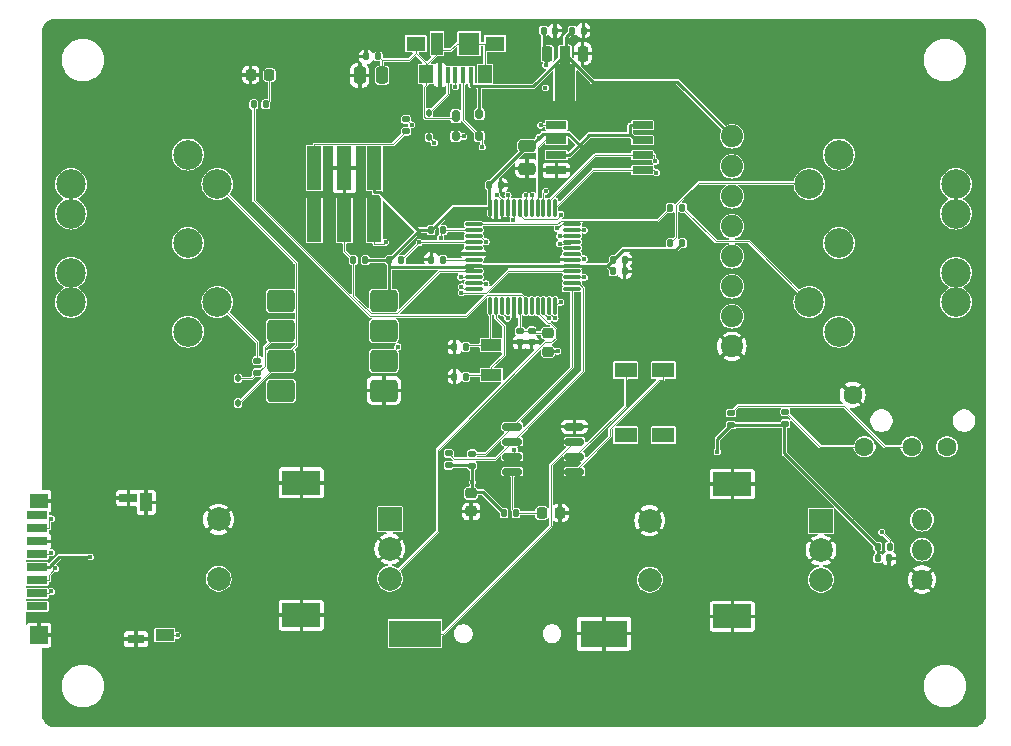
<source format=gbr>
%TF.GenerationSoftware,KiCad,Pcbnew,8.0.4*%
%TF.CreationDate,2024-10-12T17:49:04+01:00*%
%TF.ProjectId,MKRZero_V5.0,4d4b525a-6572-46f5-9f56-352e302e6b69,rev?*%
%TF.SameCoordinates,Original*%
%TF.FileFunction,Copper,L1,Top*%
%TF.FilePolarity,Positive*%
%FSLAX46Y46*%
G04 Gerber Fmt 4.6, Leading zero omitted, Abs format (unit mm)*
G04 Created by KiCad (PCBNEW 8.0.4) date 2024-10-12 17:49:04*
%MOMM*%
%LPD*%
G01*
G04 APERTURE LIST*
G04 Aperture macros list*
%AMRoundRect*
0 Rectangle with rounded corners*
0 $1 Rounding radius*
0 $2 $3 $4 $5 $6 $7 $8 $9 X,Y pos of 4 corners*
0 Add a 4 corners polygon primitive as box body*
4,1,4,$2,$3,$4,$5,$6,$7,$8,$9,$2,$3,0*
0 Add four circle primitives for the rounded corners*
1,1,$1+$1,$2,$3*
1,1,$1+$1,$4,$5*
1,1,$1+$1,$6,$7*
1,1,$1+$1,$8,$9*
0 Add four rect primitives between the rounded corners*
20,1,$1+$1,$2,$3,$4,$5,0*
20,1,$1+$1,$4,$5,$6,$7,0*
20,1,$1+$1,$6,$7,$8,$9,0*
20,1,$1+$1,$8,$9,$2,$3,0*%
%AMFreePoly0*
4,1,9,3.862500,-0.866500,0.737500,-0.866500,0.737500,-0.450000,-0.737500,-0.450000,-0.737500,0.450000,0.737500,0.450000,0.737500,0.866500,3.862500,0.866500,3.862500,-0.866500,3.862500,-0.866500,$1*%
G04 Aperture macros list end*
%TA.AperFunction,SMDPad,CuDef*%
%ADD10RoundRect,0.250000X0.475000X-0.250000X0.475000X0.250000X-0.475000X0.250000X-0.475000X-0.250000X0*%
%TD*%
%TA.AperFunction,SMDPad,CuDef*%
%ADD11R,1.900000X1.300000*%
%TD*%
%TA.AperFunction,SMDPad,CuDef*%
%ADD12RoundRect,0.140000X0.140000X0.170000X-0.140000X0.170000X-0.140000X-0.170000X0.140000X-0.170000X0*%
%TD*%
%TA.AperFunction,SMDPad,CuDef*%
%ADD13RoundRect,0.135000X-0.185000X0.135000X-0.185000X-0.135000X0.185000X-0.135000X0.185000X0.135000X0*%
%TD*%
%TA.AperFunction,SMDPad,CuDef*%
%ADD14RoundRect,0.135000X-0.135000X-0.185000X0.135000X-0.185000X0.135000X0.185000X-0.135000X0.185000X0*%
%TD*%
%TA.AperFunction,SMDPad,CuDef*%
%ADD15RoundRect,0.135000X0.185000X-0.135000X0.185000X0.135000X-0.185000X0.135000X-0.185000X-0.135000X0*%
%TD*%
%TA.AperFunction,SMDPad,CuDef*%
%ADD16R,0.450000X1.380000*%
%TD*%
%TA.AperFunction,SMDPad,CuDef*%
%ADD17R,1.650000X1.300000*%
%TD*%
%TA.AperFunction,SMDPad,CuDef*%
%ADD18R,1.200000X1.550000*%
%TD*%
%TA.AperFunction,SMDPad,CuDef*%
%ADD19R,1.800000X1.900000*%
%TD*%
%TA.AperFunction,SMDPad,CuDef*%
%ADD20R,1.000000X1.900000*%
%TD*%
%TA.AperFunction,SMDPad,CuDef*%
%ADD21RoundRect,0.225000X0.250000X-0.225000X0.250000X0.225000X-0.250000X0.225000X-0.250000X-0.225000X0*%
%TD*%
%TA.AperFunction,SMDPad,CuDef*%
%ADD22RoundRect,0.135000X0.135000X0.185000X-0.135000X0.185000X-0.135000X-0.185000X0.135000X-0.185000X0*%
%TD*%
%TA.AperFunction,SMDPad,CuDef*%
%ADD23RoundRect,0.075000X0.075000X-0.662500X0.075000X0.662500X-0.075000X0.662500X-0.075000X-0.662500X0*%
%TD*%
%TA.AperFunction,SMDPad,CuDef*%
%ADD24RoundRect,0.075000X0.662500X-0.075000X0.662500X0.075000X-0.662500X0.075000X-0.662500X-0.075000X0*%
%TD*%
%TA.AperFunction,SMDPad,CuDef*%
%ADD25RoundRect,0.140000X-0.140000X-0.170000X0.140000X-0.170000X0.140000X0.170000X-0.140000X0.170000X0*%
%TD*%
%TA.AperFunction,SMDPad,CuDef*%
%ADD26RoundRect,0.140000X-0.170000X0.140000X-0.170000X-0.140000X0.170000X-0.140000X0.170000X0.140000X0*%
%TD*%
%TA.AperFunction,SMDPad,CuDef*%
%ADD27R,1.700000X0.650000*%
%TD*%
%TA.AperFunction,ComponentPad*%
%ADD28C,1.600000*%
%TD*%
%TA.AperFunction,SMDPad,CuDef*%
%ADD29RoundRect,0.112500X-0.112500X0.187500X-0.112500X-0.187500X0.112500X-0.187500X0.112500X0.187500X0*%
%TD*%
%TA.AperFunction,SMDPad,CuDef*%
%ADD30RoundRect,0.225000X-0.225000X0.425000X-0.225000X-0.425000X0.225000X-0.425000X0.225000X0.425000X0*%
%TD*%
%TA.AperFunction,SMDPad,CuDef*%
%ADD31FreePoly0,270.000000*%
%TD*%
%TA.AperFunction,ComponentPad*%
%ADD32O,1.800000X1.800000*%
%TD*%
%TA.AperFunction,ComponentPad*%
%ADD33C,1.800000*%
%TD*%
%TA.AperFunction,SMDPad,CuDef*%
%ADD34RoundRect,0.150000X0.675000X0.150000X-0.675000X0.150000X-0.675000X-0.150000X0.675000X-0.150000X0*%
%TD*%
%TA.AperFunction,SMDPad,CuDef*%
%ADD35R,4.000000X2.300000*%
%TD*%
%TA.AperFunction,SMDPad,CuDef*%
%ADD36R,4.400000X2.300000*%
%TD*%
%TA.AperFunction,SMDPad,CuDef*%
%ADD37R,1.750000X0.700000*%
%TD*%
%TA.AperFunction,SMDPad,CuDef*%
%ADD38R,1.550000X1.000000*%
%TD*%
%TA.AperFunction,SMDPad,CuDef*%
%ADD39R,1.000000X1.550000*%
%TD*%
%TA.AperFunction,SMDPad,CuDef*%
%ADD40R,1.500000X1.300000*%
%TD*%
%TA.AperFunction,SMDPad,CuDef*%
%ADD41R,1.500000X1.500000*%
%TD*%
%TA.AperFunction,SMDPad,CuDef*%
%ADD42R,1.400000X0.800000*%
%TD*%
%TA.AperFunction,SMDPad,CuDef*%
%ADD43R,1.500000X0.800000*%
%TD*%
%TA.AperFunction,SMDPad,CuDef*%
%ADD44RoundRect,0.250000X0.250000X0.475000X-0.250000X0.475000X-0.250000X-0.475000X0.250000X-0.475000X0*%
%TD*%
%TA.AperFunction,ComponentPad*%
%ADD45C,2.500000*%
%TD*%
%TA.AperFunction,SMDPad,CuDef*%
%ADD46RoundRect,0.175000X-0.175000X-0.325000X0.175000X-0.325000X0.175000X0.325000X-0.175000X0.325000X0*%
%TD*%
%TA.AperFunction,SMDPad,CuDef*%
%ADD47RoundRect,0.175000X-0.175000X-0.225000X0.175000X-0.225000X0.175000X0.225000X-0.175000X0.225000X0*%
%TD*%
%TA.AperFunction,SMDPad,CuDef*%
%ADD48R,1.800000X1.000000*%
%TD*%
%TA.AperFunction,SMDPad,CuDef*%
%ADD49RoundRect,0.218750X0.256250X-0.218750X0.256250X0.218750X-0.256250X0.218750X-0.256250X-0.218750X0*%
%TD*%
%TA.AperFunction,SMDPad,CuDef*%
%ADD50RoundRect,0.225000X0.225000X0.250000X-0.225000X0.250000X-0.225000X-0.250000X0.225000X-0.250000X0*%
%TD*%
%TA.AperFunction,SMDPad,CuDef*%
%ADD51RoundRect,0.218750X-0.218750X-0.256250X0.218750X-0.256250X0.218750X0.256250X-0.218750X0.256250X0*%
%TD*%
%TA.AperFunction,SMDPad,CuDef*%
%ADD52RoundRect,0.250000X-0.900000X-0.675000X0.900000X-0.675000X0.900000X0.675000X-0.900000X0.675000X0*%
%TD*%
%TA.AperFunction,ComponentPad*%
%ADD53C,1.879600*%
%TD*%
%TA.AperFunction,ComponentPad*%
%ADD54R,2.000000X2.000000*%
%TD*%
%TA.AperFunction,ComponentPad*%
%ADD55C,2.000000*%
%TD*%
%TA.AperFunction,ComponentPad*%
%ADD56R,3.200000X2.000000*%
%TD*%
%TA.AperFunction,SMDPad,CuDef*%
%ADD57R,1.270000X3.683000*%
%TD*%
%TA.AperFunction,ViaPad*%
%ADD58C,0.400000*%
%TD*%
%TA.AperFunction,Conductor*%
%ADD59C,0.100000*%
%TD*%
%TA.AperFunction,Conductor*%
%ADD60C,0.250000*%
%TD*%
G04 APERTURE END LIST*
D10*
%TO.P,C15,1*%
%TO.N,GND*%
X41115000Y-12695000D03*
%TO.P,C15,2*%
%TO.N,+3V3*%
X41115000Y-10795000D03*
%TD*%
D11*
%TO.P,Q1,1,1*%
%TO.N,Net-(IC1-OSCO)*%
X49454000Y-29762000D03*
%TO.P,Q1,2*%
%TO.N,N/C*%
X49454000Y-35262000D03*
%TO.P,Q1,3*%
X52654000Y-35262000D03*
%TO.P,Q1,4,e*%
%TO.N,Net-(IC1-OSCI)*%
X52654000Y-29762000D03*
%TD*%
D12*
%TO.P,C13,1*%
%TO.N,GND*%
X45900000Y-1000000D03*
%TO.P,C13,2*%
%TO.N,+5V*%
X44940000Y-1000000D03*
%TD*%
D13*
%TO.P,R10,1*%
%TO.N,Net-(JMIDIIN1-Pad5)*%
X18288000Y-28954000D03*
%TO.P,R10,2*%
%TO.N,Net-(D4-K)*%
X18288000Y-29974000D03*
%TD*%
D14*
%TO.P,R11,1*%
%TO.N,Net-(JMIDIOUT1-Pad5)*%
X53250000Y-19000000D03*
%TO.P,R11,2*%
%TO.N,+3V3*%
X54270000Y-19000000D03*
%TD*%
D15*
%TO.P,R2,1*%
%TO.N,Net-(J2-Pad5)*%
X30860100Y-9530000D03*
%TO.P,R2,2*%
%TO.N,/RESETN*%
X30860100Y-8510000D03*
%TD*%
D16*
%TO.P,J1,1,VBUS*%
%TO.N,+5V*%
X36351100Y-4765000D03*
%TO.P,J1,2,D-*%
%TO.N,/USB_N*%
X35701100Y-4765000D03*
%TO.P,J1,3,D+*%
%TO.N,/USB_P*%
X35051100Y-4765000D03*
%TO.P,J1,4,ID*%
%TO.N,Net-(D2-K)*%
X34401100Y-4765000D03*
%TO.P,J1,5,GND*%
%TO.N,GND*%
X33751100Y-4765000D03*
D17*
%TO.P,J1,6,Shield*%
%TO.N,Net-(D1-GND)*%
X38426100Y-2105000D03*
D18*
X37538600Y-4680000D03*
D19*
X36201100Y-2105000D03*
D20*
X33501100Y-2105000D03*
D18*
X32563600Y-4680000D03*
D17*
X31676100Y-2105000D03*
%TD*%
D21*
%TO.P,C4,1*%
%TO.N,GND*%
X36375000Y-41724000D03*
%TO.P,C4,2*%
%TO.N,+3V3*%
X36375000Y-40174000D03*
%TD*%
D22*
%TO.P,R6,1*%
%TO.N,/PA14_S2_NSS*%
X71810000Y-44700000D03*
%TO.P,R6,2*%
%TO.N,+3V3*%
X70790000Y-44700000D03*
%TD*%
D23*
%TO.P,U1,1,PA00/XIN32*%
%TO.N,/PA00_XIN32*%
X38005000Y-24312500D03*
%TO.P,U1,2,PA01/XOUT32*%
%TO.N,/PA01_XOUT32*%
X38505000Y-24312500D03*
%TO.P,U1,3,PA02*%
%TO.N,/PA02_AIN0*%
X39005000Y-24312500D03*
%TO.P,U1,4,PA03*%
%TO.N,/PA03_VREFA*%
X39505000Y-24312500D03*
%TO.P,U1,5,GNDANA*%
%TO.N,GND*%
X40005000Y-24312500D03*
%TO.P,U1,6,VDDANA*%
%TO.N,Net-(U1B-VDDANA)*%
X40505000Y-24312500D03*
%TO.P,U1,7,PB08*%
%TO.N,/PB08_LED*%
X41005000Y-24312500D03*
%TO.P,U1,8,PB09*%
%TO.N,unconnected-(U1A-PB09-Pad8)*%
X41505000Y-24312500D03*
%TO.P,U1,9,PA04*%
%TO.N,/PA04_AIN4*%
X42005000Y-24312500D03*
%TO.P,U1,10,PA05*%
%TO.N,/PA05_AIN5*%
X42505000Y-24312500D03*
%TO.P,U1,11,PA06*%
%TO.N,/PA06_AIN6*%
X43005000Y-24312500D03*
%TO.P,U1,12,PA07*%
%TO.N,/PA07_AIN7*%
X43505000Y-24312500D03*
D24*
%TO.P,U1,13,PA08*%
%TO.N,/PA08_S0_I2C_SDA*%
X44917500Y-22900000D03*
%TO.P,U1,14,PA09*%
%TO.N,/PA09_S0_I2C_SCL*%
X44917500Y-22400000D03*
%TO.P,U1,15,PA10*%
%TO.N,/PA10_TCC0-W2*%
X44917500Y-21900000D03*
%TO.P,U1,16,PA11*%
%TO.N,/PA11_TCC0-W3*%
X44917500Y-21400000D03*
%TO.P,U1,17,VDDIO@1*%
%TO.N,+3V3*%
X44917500Y-20900000D03*
%TO.P,U1,18,GND@1*%
%TO.N,GND*%
X44917500Y-20400000D03*
%TO.P,U1,19,PB10*%
%TO.N,/PB10_TCC0-W4*%
X44917500Y-19900000D03*
%TO.P,U1,20,PB11*%
%TO.N,/PB11_TCC0-W5*%
X44917500Y-19400000D03*
%TO.P,U1,21,PA12*%
%TO.N,/PA12_S2_MOSI*%
X44917500Y-18900000D03*
%TO.P,U1,22,PA13*%
%TO.N,/PA13_S2_SCK*%
X44917500Y-18400000D03*
%TO.P,U1,23,PA14*%
%TO.N,/PA14_S2_NSS*%
X44917500Y-17900000D03*
%TO.P,U1,24,PA15*%
%TO.N,/PA15_S2_MISO*%
X44917500Y-17400000D03*
D23*
%TO.P,U1,25,PA16*%
%TO.N,/PA16_S1_MOSI*%
X43505000Y-15987500D03*
%TO.P,U1,26,PA17*%
%TO.N,/PA17_S1_SCK*%
X43005000Y-15987500D03*
%TO.P,U1,27,PA18*%
%TO.N,/PA18_USB_ID*%
X42505000Y-15987500D03*
%TO.P,U1,28,PA19*%
%TO.N,/PA19_S1_MISO*%
X42005000Y-15987500D03*
%TO.P,U1,29,PA20*%
%TO.N,/PA20_TCC0-W6*%
X41505000Y-15987500D03*
%TO.P,U1,30,PA21*%
%TO.N,/PA21_TCC0-W7*%
X41005000Y-15987500D03*
%TO.P,U1,31,PA22*%
%TO.N,/PA22_TC4-W0*%
X40505000Y-15987500D03*
%TO.P,U1,32,PA23*%
%TO.N,/PA23_TC4-W1*%
X40005000Y-15987500D03*
%TO.P,U1,33,PA24/USB_DM*%
%TO.N,/USB_N*%
X39505000Y-15987500D03*
%TO.P,U1,34,PA25/USB_DP*%
%TO.N,/USB_P*%
X39005000Y-15987500D03*
%TO.P,U1,35,GND@2*%
%TO.N,GND*%
X38505000Y-15987500D03*
%TO.P,U1,36,VDDIO@2*%
%TO.N,+3V3*%
X38005000Y-15987500D03*
D24*
%TO.P,U1,37,PB22*%
%TO.N,/PB22_S5_TX*%
X36592500Y-17400000D03*
%TO.P,U1,38,PB23*%
%TO.N,/PB23_S5_RX*%
X36592500Y-17900000D03*
%TO.P,U1,39,PA27*%
%TO.N,/PA27_CD*%
X36592500Y-18400000D03*
%TO.P,U1,40,RESETN*%
%TO.N,/RESETN*%
X36592500Y-18900000D03*
%TO.P,U1,41,PA28*%
%TO.N,unconnected-(U1A-PA28-Pad41)*%
X36592500Y-19400000D03*
%TO.P,U1,42,GND@3*%
%TO.N,GND*%
X36592500Y-19900000D03*
%TO.P,U1,43,VDDCORE*%
%TO.N,Net-(U1B-VDDCORE)*%
X36592500Y-20400000D03*
%TO.P,U1,44,VDDIN*%
%TO.N,+3V3*%
X36592500Y-20900000D03*
%TO.P,U1,45,PA30/SWCLK*%
%TO.N,/PA30_SWCLK*%
X36592500Y-21400000D03*
%TO.P,U1,46,PA31/SWDIO*%
%TO.N,/PA31_SWDIO*%
X36592500Y-21900000D03*
%TO.P,U1,47,PB02*%
%TO.N,/PB02_AIN10*%
X36592500Y-22400000D03*
%TO.P,U1,48,PB03*%
%TO.N,/PB03_AIN11*%
X36592500Y-22900000D03*
%TD*%
D25*
%TO.P,C7,1*%
%TO.N,+3V3*%
X48420000Y-20400000D03*
%TO.P,C7,2*%
%TO.N,GND*%
X49380000Y-20400000D03*
%TD*%
D13*
%TO.P,R15,1*%
%TO.N,/PA05_AIN5*%
X62992000Y-33272000D03*
%TO.P,R15,2*%
%TO.N,+3V3*%
X62992000Y-34292000D03*
%TD*%
D25*
%TO.P,C9,1*%
%TO.N,+3V3*%
X37920000Y-14100000D03*
%TO.P,C9,2*%
%TO.N,GND*%
X38880000Y-14100000D03*
%TD*%
D22*
%TO.P,R13,1*%
%TO.N,Net-(IC1-VDD)*%
X40185000Y-41849000D03*
%TO.P,R13,2*%
%TO.N,+3V3*%
X39165000Y-41849000D03*
%TD*%
D26*
%TO.P,C11,1*%
%TO.N,Net-(U1B-VDDANA)*%
X40500000Y-26429900D03*
%TO.P,C11,2*%
%TO.N,GND*%
X40500000Y-27389900D03*
%TD*%
D12*
%TO.P,C10,1*%
%TO.N,GND*%
X49380000Y-21400000D03*
%TO.P,C10,2*%
%TO.N,+3V3*%
X48420000Y-21400000D03*
%TD*%
D27*
%TO.P,U4,1,~{CS}*%
%TO.N,/PB03_AIN11*%
X43594000Y-9017000D03*
%TO.P,U4,2,DO(IO1)*%
%TO.N,/PA19_S1_MISO*%
X43594000Y-10287000D03*
%TO.P,U4,3,IO2*%
%TO.N,+3V3*%
X43594000Y-11557000D03*
%TO.P,U4,4,GND*%
%TO.N,GND*%
X43594000Y-12827000D03*
%TO.P,U4,5,DI(IO0)*%
%TO.N,/PA16_S1_MOSI*%
X50894000Y-12827000D03*
%TO.P,U4,6,CLK*%
%TO.N,/PA17_S1_SCK*%
X50894000Y-11557000D03*
%TO.P,U4,7,IO3*%
%TO.N,+3V3*%
X50894000Y-10287000D03*
%TO.P,U4,8,VCC*%
X50894000Y-9017000D03*
%TD*%
D28*
%TO.P,J8,1,Sleeve*%
%TO.N,GND*%
X68677000Y-31836000D03*
%TO.P,J8,2,Tip*%
%TO.N,/PA05_AIN5*%
X69677000Y-36236000D03*
%TO.P,J8,3,Ring1*%
%TO.N,/PA06_AIN6*%
X73677000Y-36236000D03*
%TO.P,J8,4,Ring2*%
%TO.N,unconnected-(J8-Ring2-Pad4)*%
X76677000Y-36236000D03*
%TD*%
D29*
%TO.P,D2,1,K*%
%TO.N,Net-(D2-K)*%
X32800000Y-7950000D03*
%TO.P,D2,2,A*%
%TO.N,/PA18_USB_ID*%
X32800000Y-10050000D03*
%TD*%
D30*
%TO.P,U2,1,GND*%
%TO.N,GND*%
X45822100Y-2955200D03*
D31*
%TO.P,U2,2,VIN*%
%TO.N,+5V*%
X44322100Y-3042700D03*
D30*
%TO.P,U2,3,VROUT*%
%TO.N,+3V3*%
X42822100Y-2955200D03*
%TD*%
D32*
%TO.P,J7,1,Pin_1*%
%TO.N,+5V*%
X74549000Y-42418000D03*
%TO.P,J7,2,Pin_2*%
%TO.N,/PA22_TC4-W0*%
X74549000Y-44958000D03*
D33*
%TO.P,J7,3,Pin_3*%
%TO.N,GND*%
X74549000Y-47498000D03*
%TD*%
D34*
%TO.P,IC1,1,OSCI*%
%TO.N,Net-(IC1-OSCI)*%
X45125000Y-38354000D03*
%TO.P,IC1,2,OSCO*%
%TO.N,Net-(IC1-OSCO)*%
X45125000Y-37084000D03*
%TO.P,IC1,3,VBAT*%
%TO.N,Net-(IC1-VBAT)*%
X45125000Y-35814000D03*
%TO.P,IC1,4,VSS*%
%TO.N,GND*%
X45125000Y-34544000D03*
%TO.P,IC1,5,SDA*%
%TO.N,/PA08_S0_I2C_SDA*%
X39875000Y-34544000D03*
%TO.P,IC1,6,SCL*%
%TO.N,/PA09_S0_I2C_SCL*%
X39875000Y-35814000D03*
%TO.P,IC1,7,~{INT1}/CLKOUT*%
%TO.N,/PA07_AIN7*%
X39875000Y-37084000D03*
%TO.P,IC1,8,VDD*%
%TO.N,Net-(IC1-VDD)*%
X39875000Y-38354000D03*
%TD*%
D25*
%TO.P,C3,1*%
%TO.N,GND*%
X34966000Y-30308500D03*
%TO.P,C3,2*%
%TO.N,/PA01_XOUT32*%
X35926000Y-30308500D03*
%TD*%
D22*
%TO.P,R9,1*%
%TO.N,/PB23_S5_RX*%
X34000000Y-17900000D03*
%TO.P,R9,2*%
%TO.N,+3V3*%
X32980000Y-17900000D03*
%TD*%
%TO.P,R3,1*%
%TO.N,+3V3*%
X27434000Y-20447000D03*
%TO.P,R3,2*%
%TO.N,/PA30_SWCLK*%
X26414000Y-20447000D03*
%TD*%
D25*
%TO.P,C2,1*%
%TO.N,GND*%
X34966000Y-27808500D03*
%TO.P,C2,2*%
%TO.N,/PA00_XIN32*%
X35926000Y-27808500D03*
%TD*%
D13*
%TO.P,R7,1*%
%TO.N,/PA08_S0_I2C_SDA*%
X36475000Y-36839000D03*
%TO.P,R7,2*%
%TO.N,+3V3*%
X36475000Y-37859000D03*
%TD*%
D12*
%TO.P,C8,1*%
%TO.N,Net-(U1B-VDDCORE)*%
X33970000Y-20400000D03*
%TO.P,C8,2*%
%TO.N,GND*%
X33010000Y-20400000D03*
%TD*%
D22*
%TO.P,R5,1*%
%TO.N,Net-(D3-A)*%
X19000000Y-7250000D03*
%TO.P,R5,2*%
%TO.N,/PB08_LED*%
X17980000Y-7250000D03*
%TD*%
D35*
%TO.P,IC2,1,1*%
%TO.N,GND*%
X47624000Y-52070000D03*
D36*
%TO.P,IC2,2,2*%
%TO.N,Net-(IC1-VBAT)*%
X31624000Y-52070000D03*
%TD*%
D29*
%TO.P,D4,1,K*%
%TO.N,Net-(D4-K)*%
X16637000Y-30446000D03*
%TO.P,D4,2,A*%
%TO.N,Net-(D4-A)*%
X16637000Y-32546000D03*
%TD*%
D14*
%TO.P,R12,1*%
%TO.N,/PB22_S5_TX*%
X53240000Y-16000000D03*
%TO.P,R12,2*%
%TO.N,Net-(JMIDIOUT1-Pad4)*%
X54260000Y-16000000D03*
%TD*%
D37*
%TO.P,J3,1,DATA2*%
%TO.N,unconnected-(J3-DATA2-Pad1)*%
X-359000Y-49750000D03*
%TO.P,J3,2,CD/DAT3*%
%TO.N,/PA14_S2_NSS*%
X-359000Y-48650000D03*
%TO.P,J3,3,CMD*%
%TO.N,/PA12_S2_MOSI*%
X-359000Y-47550000D03*
%TO.P,J3,4,VDD*%
%TO.N,+3V3*%
X-359000Y-46450000D03*
%TO.P,J3,5,CLK*%
%TO.N,/PA13_S2_SCK*%
X-359000Y-45350000D03*
%TO.P,J3,6,VSS*%
%TO.N,GND*%
X-359000Y-44250000D03*
%TO.P,J3,7,DAT0*%
%TO.N,/PA15_S2_MISO*%
X-359000Y-43150000D03*
%TO.P,J3,8,DAT1*%
%TO.N,unconnected-(J3-DAT1-Pad8)*%
X-359000Y-42050000D03*
D38*
%TO.P,J3,CD1,CD1*%
%TO.N,/PA27_CD*%
X10441000Y-52200000D03*
D39*
%TO.P,J3,CD2,CD2*%
%TO.N,GND*%
X8866000Y-40948000D03*
D40*
%TO.P,J3,SH1,G3*%
X-231000Y-40850000D03*
D41*
%TO.P,J3,SH2,G3*%
X-231000Y-52200000D03*
D42*
%TO.P,J3,SH3,G2*%
X8016000Y-52525000D03*
D43*
%TO.P,J3,SH4,G2*%
X7366000Y-40575000D03*
%TD*%
D13*
%TO.P,R14,1*%
%TO.N,/PA06_AIN6*%
X58392000Y-33382000D03*
%TO.P,R14,2*%
%TO.N,+3V3*%
X58392000Y-34402000D03*
%TD*%
D12*
%TO.P,C14,1*%
%TO.N,GND*%
X43480000Y-1000000D03*
%TO.P,C14,2*%
%TO.N,+3V3*%
X42520000Y-1000000D03*
%TD*%
D25*
%TO.P,C6,1*%
%TO.N,+3V3*%
X70820000Y-45700000D03*
%TO.P,C6,2*%
%TO.N,GND*%
X71780000Y-45700000D03*
%TD*%
D44*
%TO.P,C1,1*%
%TO.N,Net-(D1-GND)*%
X28850000Y-4800000D03*
%TO.P,C1,2*%
%TO.N,GND*%
X26950000Y-4800000D03*
%TD*%
D45*
%TO.P,JMIDIOUT1,1*%
%TO.N,unconnected-(JMIDIOUT1-Pad1)*%
X67520000Y-26500000D03*
%TO.P,JMIDIOUT1,2*%
%TO.N,unconnected-(JMIDIOUT1-Pad2)*%
X67520000Y-19000000D03*
%TO.P,JMIDIOUT1,3*%
%TO.N,unconnected-(JMIDIOUT1-Pad3)*%
X67520000Y-11500000D03*
%TO.P,JMIDIOUT1,4*%
%TO.N,Net-(JMIDIOUT1-Pad4)*%
X65020000Y-24000000D03*
%TO.P,JMIDIOUT1,5*%
%TO.N,Net-(JMIDIOUT1-Pad5)*%
X65020000Y-14000000D03*
%TO.P,JMIDIOUT1,NC1*%
%TO.N,N/C*%
X77420000Y-14000000D03*
X77420000Y-16500000D03*
%TO.P,JMIDIOUT1,NC2*%
X77420000Y-21500000D03*
X77420000Y-24000000D03*
%TD*%
D46*
%TO.P,D1,1,GND*%
%TO.N,Net-(D1-GND)*%
X35067100Y-8270000D03*
D47*
%TO.P,D1,2,I/O1*%
%TO.N,/USB_P*%
X35067100Y-9970000D03*
%TO.P,D1,3,I/O2*%
%TO.N,/USB_N*%
X37067100Y-9970000D03*
%TO.P,D1,4,VCC*%
%TO.N,+5V*%
X37067100Y-8070000D03*
%TD*%
D45*
%TO.P,JMIDIIN1,1*%
%TO.N,unconnected-(JMIDIIN1-Pad1)*%
X12400000Y-11500000D03*
%TO.P,JMIDIIN1,2*%
%TO.N,unconnected-(JMIDIIN1-Pad2)*%
X12400000Y-19000000D03*
%TO.P,JMIDIIN1,3*%
%TO.N,unconnected-(JMIDIIN1-Pad3)*%
X12400000Y-26500000D03*
%TO.P,JMIDIIN1,4*%
%TO.N,Net-(D4-A)*%
X14900000Y-14000000D03*
%TO.P,JMIDIIN1,5*%
%TO.N,Net-(JMIDIIN1-Pad5)*%
X14900000Y-24000000D03*
%TO.P,JMIDIIN1,NC1*%
%TO.N,N/C*%
X2500000Y-24000000D03*
X2500000Y-21500000D03*
%TO.P,JMIDIIN1,NC2*%
X2500000Y-16500000D03*
X2500000Y-14000000D03*
%TD*%
D13*
%TO.P,R8,1*%
%TO.N,/PA09_S0_I2C_SCL*%
X34475000Y-36789000D03*
%TO.P,R8,2*%
%TO.N,+3V3*%
X34475000Y-37809000D03*
%TD*%
D26*
%TO.P,C12,1*%
%TO.N,Net-(U1B-VDDANA)*%
X41500000Y-26429900D03*
%TO.P,C12,2*%
%TO.N,GND*%
X41500000Y-27389900D03*
%TD*%
D48*
%TO.P,Y1,1,1*%
%TO.N,/PA01_XOUT32*%
X38100000Y-30159900D03*
%TO.P,Y1,2,2*%
%TO.N,/PA00_XIN32*%
X38100000Y-27659900D03*
%TD*%
D14*
%TO.P,R4,1*%
%TO.N,+3V3*%
X29462000Y-20447000D03*
%TO.P,R4,2*%
%TO.N,/RESETN*%
X30482000Y-20447000D03*
%TD*%
D49*
%TO.P,L1,1,1*%
%TO.N,+3V3*%
X42900000Y-28197400D03*
%TO.P,L1,2,2*%
%TO.N,Net-(U1B-VDDANA)*%
X42900000Y-26622400D03*
%TD*%
D50*
%TO.P,C5,1*%
%TO.N,GND*%
X43900000Y-41849000D03*
%TO.P,C5,2*%
%TO.N,Net-(IC1-VDD)*%
X42350000Y-41849000D03*
%TD*%
D22*
%TO.P,R1,1*%
%TO.N,Net-(D1-GND)*%
X28510000Y-3200000D03*
%TO.P,R1,2*%
%TO.N,GND*%
X27490000Y-3200000D03*
%TD*%
D51*
%TO.P,D3,1,K*%
%TO.N,GND*%
X17715000Y-4750000D03*
%TO.P,D3,2,A*%
%TO.N,Net-(D3-A)*%
X19290000Y-4750000D03*
%TD*%
D52*
%TO.P,U3,1,NC*%
%TO.N,unconnected-(U3-NC-Pad1)*%
X20288000Y-23876000D03*
%TO.P,U3,2,C1*%
%TO.N,Net-(D4-K)*%
X20288000Y-26416000D03*
%TO.P,U3,3,C2*%
%TO.N,Net-(D4-A)*%
X20288000Y-28956000D03*
%TO.P,U3,4,NC*%
%TO.N,unconnected-(U3-NC-Pad4)*%
X20288000Y-31496000D03*
%TO.P,U3,5,GND*%
%TO.N,GND*%
X28988000Y-31496000D03*
%TO.P,U3,6,VO2*%
%TO.N,/PB23_S5_RX*%
X28988000Y-28956000D03*
%TO.P,U3,7,VO1*%
%TO.N,unconnected-(U3-VO1-Pad7)*%
X28988000Y-26416000D03*
%TO.P,U3,8,VCC*%
%TO.N,+3V3*%
X28988000Y-23876000D03*
%TD*%
D53*
%TO.P,J6,1,Pin_1*%
%TO.N,GND*%
X58460000Y-27740000D03*
%TO.P,J6,2,Pin_2*%
%TO.N,+5V*%
X58460000Y-25200000D03*
%TO.P,J6,3,Pin_3*%
%TO.N,/PA17_S1_SCK*%
X58460000Y-22660000D03*
%TO.P,J6,4,Pin_4*%
%TO.N,/PA16_S1_MOSI*%
X58460000Y-20120000D03*
%TO.P,J6,5,Pin_5*%
%TO.N,/PA23_TC4-W1*%
X58460000Y-17580000D03*
%TO.P,J6,6,Pin_6*%
%TO.N,/PA10_TCC0-W2*%
X58460000Y-15040000D03*
%TO.P,J6,7,Pin_7*%
%TO.N,/PA20_TCC0-W6*%
X58460000Y-12500000D03*
%TO.P,J6,8,Pin_8*%
%TO.N,+5V*%
X58460000Y-9960000D03*
%TD*%
D54*
%TO.P,SW1,A,A*%
%TO.N,/PA21_TCC0-W7*%
X29500000Y-42400000D03*
D55*
%TO.P,SW1,B,B*%
%TO.N,/PA04_AIN4*%
X29500000Y-47400000D03*
%TO.P,SW1,C,C*%
%TO.N,GND*%
X29500000Y-44900000D03*
D56*
%TO.P,SW1,MP,MP*%
X22000000Y-50500000D03*
X22000000Y-39300000D03*
D55*
%TO.P,SW1,S1,S1*%
%TO.N,/PA11_TCC0-W3*%
X15000000Y-47400000D03*
%TO.P,SW1,S2,S2*%
%TO.N,GND*%
X15000000Y-42400000D03*
%TD*%
D54*
%TO.P,SW2,A,A*%
%TO.N,/PB10_TCC0-W4*%
X66000000Y-42500000D03*
D55*
%TO.P,SW2,B,B*%
%TO.N,/PA02_AIN0*%
X66000000Y-47500000D03*
%TO.P,SW2,C,C*%
%TO.N,GND*%
X66000000Y-45000000D03*
D56*
%TO.P,SW2,MP,MP*%
X58500000Y-50600000D03*
X58500000Y-39400000D03*
D55*
%TO.P,SW2,S1,S1*%
%TO.N,/PB02_AIN10*%
X51500000Y-47500000D03*
%TO.P,SW2,S2,S2*%
%TO.N,GND*%
X51500000Y-42500000D03*
%TD*%
D57*
%TO.P,J2,1,1*%
%TO.N,+3V3*%
X28194000Y-12636500D03*
%TO.P,J2,2,2*%
%TO.N,/PA31_SWDIO*%
X28194000Y-17081500D03*
%TO.P,J2,3,3*%
%TO.N,GND*%
X25654000Y-12636500D03*
%TO.P,J2,4,4*%
%TO.N,/PA30_SWCLK*%
X25654000Y-17081500D03*
%TO.P,J2,5,5*%
%TO.N,Net-(J2-Pad5)*%
X23114000Y-12636500D03*
%TO.P,J2,6,6*%
%TO.N,unconnected-(J2-Pad6)*%
X23114000Y-17081500D03*
%TD*%
D58*
%TO.N,GND*%
X39624000Y-58166000D03*
X3683000Y-10922000D03*
X71374000Y-3302000D03*
X75311000Y-30099000D03*
X65151000Y-30226000D03*
X65151000Y-31877000D03*
X71120000Y-38481000D03*
X68072000Y-43561000D03*
X73152000Y-51943000D03*
X70866000Y-56896000D03*
X14224000Y-57023000D03*
X34163000Y-34798000D03*
X32766000Y-36576000D03*
X35560000Y-35941000D03*
X41529000Y-35306000D03*
X44450000Y-25654000D03*
X42672000Y-21844000D03*
X43561000Y-22987000D03*
X43561000Y-21971000D03*
X39751000Y-21844000D03*
X41148000Y-20193000D03*
X40386000Y-20193000D03*
X39624000Y-20193000D03*
X41529000Y-18288000D03*
X38481000Y-18288000D03*
X45085000Y-12573000D03*
X45847000Y-11430000D03*
X45720000Y-9144000D03*
X39878000Y-8128000D03*
X33655000Y-13589000D03*
X18288000Y-38989000D03*
X12954000Y-38989000D03*
X8255000Y-33401000D03*
X17018000Y-15240000D03*
X15748000Y-16256000D03*
X18796000Y-14986000D03*
X17145000Y-9271000D03*
X18669000Y-9271000D03*
X12192000Y-3175000D03*
X17780000Y-3556000D03*
X16510000Y-4826000D03*
X27559000Y-2159000D03*
X25273000Y-4953000D03*
X55753000Y-10922000D03*
X53213000Y-10922000D03*
X53213000Y-9271000D03*
X55753000Y-9144000D03*
X56007000Y-6604000D03*
X53340000Y-6096000D03*
X40767000Y-5207000D03*
X38354000Y-3302000D03*
X29972000Y-2921000D03*
X34671000Y-3175000D03*
X34544000Y-1778000D03*
X29845000Y-14351000D03*
X27051000Y-14986000D03*
X24384000Y-14859000D03*
X42926000Y-18415000D03*
X53594000Y-23368000D03*
X50673000Y-26035000D03*
X52324000Y-33782000D03*
X54102000Y-35560000D03*
X50927000Y-35941000D03*
X47244000Y-37465000D03*
X48006000Y-36195000D03*
X58166000Y-37338000D03*
X56515000Y-37338000D03*
X56515000Y-35687000D03*
X58166000Y-35814000D03*
X60579000Y-35687000D03*
X61595000Y-36830000D03*
X63881000Y-36703000D03*
X61976000Y-35306000D03*
X54356000Y-29464000D03*
X55499000Y-28448000D03*
X56261000Y-27686000D03*
X56896000Y-27051000D03*
X49403000Y-13335000D03*
X49149000Y-9144000D03*
X49530000Y-10541000D03*
X44323000Y-889000D03*
X46609000Y-1778000D03*
X45847000Y-1778000D03*
X45085000Y-1778000D03*
X43434000Y-1905000D03*
X46863000Y-4191000D03*
X45847000Y-5842000D03*
%TO.N,+3V3*%
X42672000Y-5842000D03*
%TO.N,GND*%
X41402000Y-6477000D03*
X37719000Y-6477000D03*
X37084000Y-9017000D03*
X36322000Y-6604000D03*
X34163000Y-7493000D03*
X33274000Y-6477000D03*
X41148000Y-41148000D03*
X41275000Y-42545000D03*
X43561000Y-38608000D03*
X42037000Y-37211000D03*
X41275000Y-37973000D03*
X34036000Y-41021000D03*
X34036000Y-39878000D03*
X32893000Y-39878000D03*
X32893000Y-41021000D03*
X38354000Y-33401000D03*
X35687000Y-33401000D03*
X31623000Y-33401000D03*
X28702000Y-33274000D03*
X17780000Y-26162000D03*
X17018000Y-26924000D03*
X16256000Y-26162000D03*
X17018000Y-25400000D03*
X18542000Y-26670000D03*
X17526000Y-29464000D03*
X17145000Y-31115000D03*
X18542000Y-31623000D03*
X19939000Y-30226000D03*
X20066000Y-27686000D03*
X26416000Y-25781000D03*
X25527000Y-24638000D03*
X25654000Y-25781000D03*
X22098000Y-25654000D03*
X22098000Y-24638000D03*
X19685000Y-25146000D03*
X24384000Y-17907000D03*
X26924000Y-16891000D03*
X26924000Y-18288000D03*
X26416000Y-19431000D03*
X29083000Y-19558000D03*
X32766000Y-18542000D03*
X35052000Y-18415000D03*
X36576000Y-25654000D03*
X36449000Y-23749000D03*
X39878000Y-18288000D03*
X31369000Y-16256000D03*
X30353000Y-17272000D03*
X30607000Y-18288000D03*
X29718000Y-9652000D03*
X30353000Y-10795000D03*
X27051000Y-9906000D03*
X27051000Y-11430000D03*
X24257000Y-9906000D03*
X24257000Y-11430000D03*
X31496000Y-25781000D03*
X33655000Y-25781000D03*
X34417000Y-24638000D03*
X33401000Y-22606000D03*
X31115000Y-24638000D03*
X29972000Y-21590000D03*
X25781000Y-22098000D03*
X26416000Y-24765000D03*
X27178000Y-23241000D03*
X27051000Y-21463000D03*
X22860000Y-19431000D03*
X24003000Y-20320000D03*
X20828000Y-21082000D03*
X21971000Y-20193000D03*
X22860000Y-21590000D03*
X5588000Y-41275000D03*
X2794000Y-41275000D03*
X1143000Y-41148000D03*
X1651000Y-51943000D03*
X1524000Y-53086000D03*
X21209000Y-44069000D03*
X19685000Y-43053000D03*
X18161000Y-43180000D03*
X22225000Y-37211000D03*
X19939000Y-37084000D03*
X33020000Y-38608000D03*
X49530000Y-46482000D03*
X50800000Y-45847000D03*
X60960000Y-47879000D03*
X61849000Y-46736000D03*
X43815000Y-40640000D03*
X37719000Y-41656000D03*
X40640000Y-40132000D03*
X38481000Y-40005000D03*
X37465000Y-38608000D03*
X35687000Y-38608000D03*
X40513000Y-33147000D03*
X43053000Y-33401000D03*
X43053000Y-36449000D03*
X44069000Y-37719000D03*
X47117000Y-35687000D03*
X46609000Y-27559000D03*
X46609000Y-29591000D03*
X45847000Y-30861000D03*
X44450000Y-32258000D03*
X43053000Y-30353000D03*
X44323000Y-29083000D03*
X45339000Y-28448000D03*
X45339000Y-26543000D03*
X41529000Y-23114000D03*
X39116000Y-22479000D03*
X47371000Y-12446000D03*
X43307000Y-14351000D03*
X41275000Y-14097000D03*
X38481000Y-12319000D03*
X39751000Y-13335000D03*
X40386000Y-14097000D03*
X33401000Y-28321000D03*
X36449000Y-28956000D03*
X36068000Y-32385000D03*
X37592000Y-35433000D03*
X38481000Y-36576000D03*
X45339000Y-23876000D03*
X42926000Y-32131000D03*
X46990000Y-34290000D03*
X51943000Y-32131000D03*
X48260000Y-32131000D03*
X50292000Y-31623000D03*
X50292000Y-33655000D03*
X59182000Y-32131000D03*
X60325000Y-33528000D03*
X56769000Y-21971000D03*
X56769000Y-19812000D03*
X57023000Y-17907000D03*
X52578000Y-17780000D03*
X54483000Y-17653000D03*
X55118000Y-15875000D03*
X57150000Y-14478000D03*
X56642000Y-13335000D03*
X55880000Y-14478000D03*
X53086000Y-13716000D03*
X52197000Y-14478000D03*
X52197000Y-15621000D03*
X50800000Y-15748000D03*
X46228000Y-14351000D03*
X45212000Y-15875000D03*
X46736000Y-19812000D03*
X49022000Y-18034000D03*
X51054000Y-20447000D03*
X49530000Y-22733000D03*
X46863000Y-22733000D03*
X40513000Y-28702000D03*
X40640000Y-30480000D03*
X39624000Y-31242000D03*
X39497000Y-29591000D03*
X38100000Y-28575000D03*
X38481000Y-26416000D03*
X41148000Y-25654000D03*
X39624000Y-26543000D03*
X38354000Y-21590000D03*
X43053000Y-22479000D03*
X40767000Y-19558000D03*
X31115000Y-22352000D03*
X32639000Y-23876000D03*
X33020000Y-19431000D03*
X31750000Y-20193000D03*
X34798000Y-19558000D03*
X35306000Y-16637000D03*
X36703000Y-15240000D03*
X32639000Y-16764000D03*
%TO.N,/PB03_AIN11*%
X42265700Y-9017000D03*
X35552900Y-22695600D03*
%TO.N,/PA21_TCC0-W7*%
X40990200Y-14935200D03*
%TO.N,/PB02_AIN10*%
X37642700Y-22446300D03*
%TO.N,/PA07_AIN7*%
X40044100Y-36480700D03*
X43966500Y-24016400D03*
%TO.N,/PA11_TCC0-W3*%
X35559900Y-23202000D03*
%TO.N,/PA02_AIN0*%
X39459600Y-25355300D03*
%TO.N,/PA23_TC4-W1*%
X39954200Y-17037600D03*
%TO.N,/PA05_AIN5*%
X42975000Y-25361300D03*
%TO.N,/PA06_AIN6*%
X43487600Y-25363400D03*
%TO.N,/PA10_TCC0-W2*%
X45963300Y-21900000D03*
%TO.N,/PB10_TCC0-W4*%
X45961600Y-20331200D03*
%TO.N,/PB23_S5_RX*%
X30177100Y-27766900D03*
X33788600Y-18531800D03*
%TO.N,/RESETN*%
X31329800Y-8979700D03*
X31986800Y-18940600D03*
%TO.N,/PA22_TC4-W0*%
X43968200Y-16582600D03*
%TO.N,/PA16_S1_MOSI*%
X52070700Y-13025200D03*
%TO.N,/PA17_S1_SCK*%
X51986600Y-12072600D03*
%TO.N,/PA20_TCC0-W6*%
X41572600Y-14947000D03*
%TO.N,/PA15_S2_MISO*%
X821600Y-42327600D03*
X43685300Y-17759700D03*
%TO.N,/PA27_CD*%
X11524200Y-52200000D03*
X37642700Y-18878200D03*
%TO.N,/PA14_S2_NSS*%
X45961100Y-17900000D03*
X820600Y-48497100D03*
X71154500Y-43491500D03*
%TO.N,/PA12_S2_MOSI*%
X1180300Y-46549100D03*
X43874300Y-19048700D03*
%TO.N,/PA13_S2_SCK*%
X817700Y-45200000D03*
X43874200Y-18400000D03*
%TO.N,/PA31_SWDIO*%
X29137900Y-18924800D03*
X35487100Y-21884900D03*
%TO.N,/PA18_USB_ID*%
X33248500Y-10498500D03*
X42678100Y-14588600D03*
%TO.N,/USB_N*%
X37311900Y-10852900D03*
X39505000Y-14946400D03*
%TO.N,/USB_P*%
X35739100Y-9970000D03*
X35051100Y-5766400D03*
X38555600Y-14934700D03*
%TO.N,+3V3*%
X57213900Y-36648400D03*
X42121200Y-10064600D03*
X43712600Y-28145200D03*
X42706900Y-3918700D03*
X36475000Y-39230500D03*
X4148900Y-45562600D03*
%TD*%
D59*
%TO.N,Net-(IC1-OSCI)*%
X52263200Y-30563700D02*
X52654000Y-30563700D01*
X48121200Y-34705700D02*
X52263200Y-30563700D01*
X48121200Y-35357800D02*
X48121200Y-34705700D01*
X45125000Y-38354000D02*
X48121200Y-35357800D01*
X52654000Y-29762000D02*
X52654000Y-30563700D01*
%TO.N,Net-(IC1-OSCO)*%
X49454000Y-32755000D02*
X49454000Y-29762000D01*
X45125000Y-37084000D02*
X49454000Y-32755000D01*
%TO.N,Net-(IC1-VDD)*%
X42350000Y-41849000D02*
X40185000Y-41849000D01*
X39875000Y-41539000D02*
X40185000Y-41849000D01*
X39875000Y-38354000D02*
X39875000Y-41539000D01*
%TO.N,Net-(IC1-VBAT)*%
X43125000Y-42920700D02*
X33975700Y-52070000D01*
X43125000Y-37814000D02*
X43125000Y-42920700D01*
X45125000Y-35814000D02*
X43125000Y-37814000D01*
X31624000Y-52070000D02*
X33975700Y-52070000D01*
%TO.N,/PA19_S1_MISO*%
X42005000Y-10874300D02*
X42005000Y-15987500D01*
X42592300Y-10287000D02*
X42005000Y-10874300D01*
X43594000Y-10287000D02*
X42592300Y-10287000D01*
%TO.N,/PB03_AIN11*%
X43594000Y-9017000D02*
X42265700Y-9017000D01*
X35757300Y-22900000D02*
X36592500Y-22900000D01*
X35552900Y-22695600D02*
X35757300Y-22900000D01*
%TO.N,/PA21_TCC0-W7*%
X41005000Y-14950000D02*
X41005000Y-15987500D01*
X40990200Y-14935200D02*
X41005000Y-14950000D01*
%TO.N,/PB02_AIN10*%
X37596400Y-22400000D02*
X37642700Y-22446300D01*
X36592500Y-22400000D02*
X37596400Y-22400000D01*
%TO.N,/PA07_AIN7*%
X40044100Y-36914900D02*
X40044100Y-36480700D01*
X39875000Y-37084000D02*
X40044100Y-36914900D01*
X43801100Y-24016400D02*
X43505000Y-24312500D01*
X43966500Y-24016400D02*
X43801100Y-24016400D01*
%TO.N,/PA11_TCC0-W3*%
X39463900Y-21400000D02*
X44917500Y-21400000D01*
X37661900Y-23202000D02*
X39463900Y-21400000D01*
X35559900Y-23202000D02*
X37661900Y-23202000D01*
%TO.N,/PA02_AIN0*%
X39005000Y-24900700D02*
X39459600Y-25355300D01*
X39005000Y-24312500D02*
X39005000Y-24900700D01*
%TO.N,/PA04_AIN4*%
X42005000Y-24945500D02*
X42005000Y-24312500D01*
X42859000Y-25799500D02*
X42005000Y-24945500D01*
X43077100Y-25799500D02*
X42859000Y-25799500D01*
X43534600Y-26257000D02*
X43077100Y-25799500D01*
X43534600Y-26998900D02*
X43534600Y-26257000D01*
X43123600Y-27409900D02*
X43534600Y-26998900D01*
X42612900Y-27409900D02*
X43123600Y-27409900D01*
X33533300Y-36489500D02*
X42612900Y-27409900D01*
X33533300Y-43366700D02*
X33533300Y-36489500D01*
X29500000Y-47400000D02*
X33533300Y-43366700D01*
%TO.N,/PA23_TC4-W1*%
X40005000Y-16986800D02*
X40005000Y-15987500D01*
X39954200Y-17037600D02*
X40005000Y-16986800D01*
%TO.N,/PA05_AIN5*%
X65956000Y-36236000D02*
X62992000Y-33272000D01*
X69677000Y-36236000D02*
X65956000Y-36236000D01*
X42505000Y-24891300D02*
X42975000Y-25361300D01*
X42505000Y-24312500D02*
X42505000Y-24891300D01*
%TO.N,/PA06_AIN6*%
X71426600Y-36236000D02*
X73677000Y-36236000D01*
X67976800Y-32786200D02*
X71426600Y-36236000D01*
X58987800Y-32786200D02*
X67976800Y-32786200D01*
X58392000Y-33382000D02*
X58987800Y-32786200D01*
X43005000Y-24880800D02*
X43005000Y-24312500D01*
X43487600Y-25363400D02*
X43005000Y-24880800D01*
%TO.N,/PA10_TCC0-W2*%
X45963300Y-21900000D02*
X44917500Y-21900000D01*
%TO.N,/PB10_TCC0-W4*%
X45530400Y-19900000D02*
X44917500Y-19900000D01*
X45961600Y-20331200D02*
X45530400Y-19900000D01*
%TO.N,/PB22_S5_TX*%
X52142000Y-17098000D02*
X53240000Y-16000000D01*
X43948100Y-17098000D02*
X52142000Y-17098000D01*
X43646100Y-17400000D02*
X43948100Y-17098000D01*
X36592500Y-17400000D02*
X43646100Y-17400000D01*
%TO.N,/PB23_S5_RX*%
X36592500Y-17900000D02*
X34000000Y-17900000D01*
X33788600Y-18111400D02*
X34000000Y-17900000D01*
X33788600Y-18531800D02*
X33788600Y-18111400D01*
X28988000Y-28956000D02*
X30177100Y-27766900D01*
%TO.N,/PB08_LED*%
X17980000Y-15368000D02*
X17980000Y-7250000D01*
X27777300Y-25165300D02*
X17980000Y-15368000D01*
X35930600Y-25165300D02*
X27777300Y-25165300D01*
X37682900Y-23413000D02*
X35930600Y-25165300D01*
X40683500Y-23413000D02*
X37682900Y-23413000D01*
X41005000Y-23734500D02*
X40683500Y-23413000D01*
X41005000Y-24312500D02*
X41005000Y-23734500D01*
%TO.N,/RESETN*%
X30860100Y-8510000D02*
X31329800Y-8979700D01*
X31986800Y-18942200D02*
X31986800Y-18940600D01*
X30482000Y-20447000D02*
X31986800Y-18942200D01*
X32027400Y-18900000D02*
X31986800Y-18940600D01*
X36592500Y-18900000D02*
X32027400Y-18900000D01*
%TO.N,Net-(JMIDIOUT1-Pad5)*%
X53750000Y-18500000D02*
X53250000Y-19000000D01*
X53750000Y-15782300D02*
X53750000Y-18500000D01*
X55632700Y-13899600D02*
X53750000Y-15782300D01*
X64919600Y-13899600D02*
X55632700Y-13899600D01*
X65020000Y-14000000D02*
X64919600Y-13899600D01*
%TO.N,Net-(JMIDIOUT1-Pad4)*%
X57110000Y-18850000D02*
X54260000Y-16000000D01*
X59870000Y-18850000D02*
X57110000Y-18850000D01*
X65020000Y-24000000D02*
X59870000Y-18850000D01*
%TO.N,Net-(JMIDIIN1-Pad5)*%
X18288000Y-27388000D02*
X18288000Y-28954000D01*
X14900000Y-24000000D02*
X18288000Y-27388000D01*
%TO.N,/PA22_TC4-W0*%
X43631200Y-16919600D02*
X43968200Y-16582600D01*
X40819600Y-16919600D02*
X43631200Y-16919600D01*
X40505000Y-16605000D02*
X40819600Y-16919600D01*
X40505000Y-15987500D02*
X40505000Y-16605000D01*
%TO.N,/PA16_S1_MOSI*%
X46665500Y-12827000D02*
X43505000Y-15987500D01*
X50894000Y-12827000D02*
X46665500Y-12827000D01*
X50894000Y-12827000D02*
X51895700Y-12827000D01*
X51895700Y-12850200D02*
X52070700Y-13025200D01*
X51895700Y-12827000D02*
X51895700Y-12850200D01*
%TO.N,/PA08_S0_I2C_SDA*%
X37580000Y-36839000D02*
X39875000Y-34544000D01*
X36475000Y-36839000D02*
X37580000Y-36839000D01*
X44917500Y-29501500D02*
X44917500Y-22900000D01*
X39875000Y-34544000D02*
X44917500Y-29501500D01*
%TO.N,/PA17_S1_SCK*%
X50894000Y-11557000D02*
X49892300Y-11557000D01*
X46866300Y-11557000D02*
X49892300Y-11557000D01*
X43005000Y-15418300D02*
X46866300Y-11557000D01*
X43005000Y-15987500D02*
X43005000Y-15418300D01*
X50894000Y-11557000D02*
X51895700Y-11557000D01*
X51895700Y-11981700D02*
X51986600Y-12072600D01*
X51895700Y-11557000D02*
X51895700Y-11981700D01*
%TO.N,/PA20_TCC0-W6*%
X41572600Y-15919900D02*
X41505000Y-15987500D01*
X41572600Y-14947000D02*
X41572600Y-15919900D01*
%TO.N,/PA09_S0_I2C_SCL*%
X38410000Y-37279000D02*
X39875000Y-35814000D01*
X34965000Y-37279000D02*
X38410000Y-37279000D01*
X34475000Y-36789000D02*
X34965000Y-37279000D01*
X45492100Y-22400000D02*
X44917500Y-22400000D01*
X45869600Y-22777500D02*
X45492100Y-22400000D01*
X45869600Y-29819400D02*
X45869600Y-22777500D01*
X39875000Y-35814000D02*
X45869600Y-29819400D01*
%TO.N,/PA15_S2_MISO*%
X44045000Y-17400000D02*
X44917500Y-17400000D01*
X43685300Y-17759700D02*
X44045000Y-17400000D01*
X-359000Y-43150000D02*
X667700Y-43150000D01*
X667700Y-42481500D02*
X821600Y-42327600D01*
X667700Y-43150000D02*
X667700Y-42481500D01*
%TO.N,/PA27_CD*%
X10441000Y-52200000D02*
X11524200Y-52200000D01*
X37164500Y-18400000D02*
X37642700Y-18878200D01*
X36592500Y-18400000D02*
X37164500Y-18400000D01*
%TO.N,/PA14_S2_NSS*%
X44917500Y-17900000D02*
X45961100Y-17900000D01*
X-359000Y-48650000D02*
X667700Y-48650000D01*
X71810000Y-44147000D02*
X71810000Y-44700000D01*
X71154500Y-43491500D02*
X71810000Y-44147000D01*
X667700Y-48650000D02*
X820600Y-48497100D01*
%TO.N,/PA12_S2_MOSI*%
X44768800Y-19048700D02*
X44917500Y-18900000D01*
X43874300Y-19048700D02*
X44768800Y-19048700D01*
X667700Y-47061700D02*
X1180300Y-46549100D01*
X667700Y-47550000D02*
X667700Y-47061700D01*
X-359000Y-47550000D02*
X667700Y-47550000D01*
%TO.N,/PA13_S2_SCK*%
X43874200Y-18400000D02*
X44917500Y-18400000D01*
X-359000Y-45350000D02*
X667700Y-45350000D01*
X817700Y-45200000D02*
X667700Y-45350000D01*
%TO.N,Net-(J2-Pad5)*%
X29746800Y-10643300D02*
X30860100Y-9530000D01*
X23114000Y-10643300D02*
X29746800Y-10643300D01*
X23114000Y-12636500D02*
X23114000Y-10643300D01*
%TO.N,/PA31_SWDIO*%
X36577400Y-21884900D02*
X36592500Y-21900000D01*
X35487100Y-21884900D02*
X36577400Y-21884900D01*
X28194000Y-17081500D02*
X28194000Y-19074700D01*
X28988000Y-19074700D02*
X29137900Y-18924800D01*
X28194000Y-19074700D02*
X28988000Y-19074700D01*
%TO.N,/PA30_SWCLK*%
X25654000Y-19687000D02*
X25654000Y-17081500D01*
X26414000Y-20447000D02*
X25654000Y-19687000D01*
X26414000Y-23453600D02*
X26414000Y-20447000D01*
X27918800Y-24958400D02*
X26414000Y-23453600D01*
X30140900Y-24958400D02*
X27918800Y-24958400D01*
X33699300Y-21400000D02*
X30140900Y-24958400D01*
X36592500Y-21400000D02*
X33699300Y-21400000D01*
%TO.N,Net-(D4-A)*%
X16698000Y-32546000D02*
X20288000Y-28956000D01*
X16637000Y-32546000D02*
X16698000Y-32546000D01*
X21591700Y-20691700D02*
X14900000Y-14000000D01*
X21591700Y-27652300D02*
X21591700Y-20691700D01*
X20288000Y-28956000D02*
X21591700Y-27652300D01*
%TO.N,Net-(D4-K)*%
X18887300Y-29374700D02*
X18288000Y-29974000D01*
X18887300Y-27816700D02*
X18887300Y-29374700D01*
X20288000Y-26416000D02*
X18887300Y-27816700D01*
X17816000Y-30446000D02*
X18288000Y-29974000D01*
X16637000Y-30446000D02*
X17816000Y-30446000D01*
%TO.N,Net-(D3-A)*%
X19290000Y-6960000D02*
X19290000Y-4750000D01*
X19000000Y-7250000D02*
X19290000Y-6960000D01*
%TO.N,Net-(D2-K)*%
X34401100Y-6348900D02*
X32800000Y-7950000D01*
X34401100Y-4765000D02*
X34401100Y-6348900D01*
%TO.N,/PA18_USB_ID*%
X32800000Y-10050000D02*
X33248500Y-10498500D01*
X42505000Y-14761700D02*
X42678100Y-14588600D01*
X42505000Y-15987500D02*
X42505000Y-14761700D01*
%TO.N,/USB_N*%
X39505000Y-14946400D02*
X39505000Y-15987500D01*
X37311900Y-10214800D02*
X37067100Y-9970000D01*
X37311900Y-10852900D02*
X37311900Y-10214800D01*
X35701100Y-8604000D02*
X35701100Y-4765000D01*
X37067100Y-9970000D02*
X35701100Y-8604000D01*
%TO.N,/USB_P*%
X35051100Y-5766400D02*
X35051100Y-4765000D01*
X35067100Y-9970000D02*
X35739100Y-9970000D01*
X39005000Y-15384100D02*
X38555600Y-14934700D01*
X39005000Y-15987500D02*
X39005000Y-15384100D01*
%TO.N,Net-(U1B-VDDANA)*%
X41692500Y-26622400D02*
X41500000Y-26429900D01*
X42900000Y-26622400D02*
X41692500Y-26622400D01*
X40500000Y-26429900D02*
X40505000Y-26429900D01*
X40505000Y-26429900D02*
X41500000Y-26429900D01*
X40505000Y-26429900D02*
X40505000Y-24312500D01*
%TO.N,Net-(D1-GND)*%
X37538600Y-4680000D02*
X37538600Y-2105000D01*
X36201100Y-2105000D02*
X37538600Y-2105000D01*
X37538600Y-2105000D02*
X38426100Y-2105000D01*
X32413300Y-5757000D02*
X32563600Y-5606700D01*
X32413300Y-8292900D02*
X32413300Y-5757000D01*
X32554900Y-8434500D02*
X32413300Y-8292900D01*
X34902600Y-8434500D02*
X32554900Y-8434500D01*
X35067100Y-8270000D02*
X34902600Y-8434500D01*
X33501100Y-2105000D02*
X33501100Y-2655800D01*
X34598600Y-2655800D02*
X35149400Y-2105000D01*
X33501100Y-2655800D02*
X34598600Y-2655800D01*
X36201100Y-2105000D02*
X35149400Y-2105000D01*
X32563600Y-5092500D02*
X32563600Y-5606700D01*
X32563600Y-5092500D02*
X32563600Y-4680000D01*
X32522700Y-3753300D02*
X31676100Y-2906700D01*
X32563600Y-3753300D02*
X32522700Y-3753300D01*
X31676100Y-2105000D02*
X31676100Y-2906700D01*
X28850000Y-3490000D02*
X28850000Y-4800000D01*
X28800000Y-3490000D02*
X28850000Y-3490000D01*
X28510000Y-3200000D02*
X28800000Y-3490000D01*
X31092800Y-3490000D02*
X31676100Y-2906700D01*
X28850000Y-3490000D02*
X31092800Y-3490000D01*
X32563600Y-4680000D02*
X32563600Y-3889100D01*
X32563600Y-3889100D02*
X32563600Y-3753300D01*
X33501100Y-2951600D02*
X33501100Y-2655800D01*
X32563600Y-3889100D02*
X33501100Y-2951600D01*
%TO.N,Net-(U1B-VDDCORE)*%
X36592500Y-20400000D02*
X33970000Y-20400000D01*
%TO.N,/PA01_XOUT32*%
X36074600Y-30159900D02*
X35926000Y-30308500D01*
X38100000Y-30159900D02*
X36074600Y-30159900D01*
X38100000Y-30159900D02*
X38100000Y-29508200D01*
X39162400Y-28445800D02*
X38100000Y-29508200D01*
X39162400Y-26027300D02*
X39162400Y-28445800D01*
X38505000Y-25369900D02*
X39162400Y-26027300D01*
X38505000Y-24312500D02*
X38505000Y-25369900D01*
D60*
%TO.N,+3V3*%
X62882000Y-34402000D02*
X62992000Y-34292000D01*
X62882000Y-36792000D02*
X62882000Y-34402000D01*
X70790000Y-44700000D02*
X62882000Y-36792000D01*
X70790000Y-45670000D02*
X70790000Y-44700000D01*
X70820000Y-45700000D02*
X70790000Y-45670000D01*
X27434000Y-20447000D02*
X29462000Y-20447000D01*
X62882000Y-34402000D02*
X58392000Y-34402000D01*
X57213900Y-35580100D02*
X57213900Y-36648400D01*
X58392000Y-34402000D02*
X57213900Y-35580100D01*
X36478400Y-21014100D02*
X36592500Y-20900000D01*
X29462000Y-21014100D02*
X36478400Y-21014100D01*
X29462000Y-23402000D02*
X29462000Y-21014100D01*
X28988000Y-23876000D02*
X29462000Y-23402000D01*
X49266500Y-19553500D02*
X48420000Y-20400000D01*
X53716500Y-19553500D02*
X49266500Y-19553500D01*
X54270000Y-19000000D02*
X53716500Y-19553500D01*
X34892500Y-15987500D02*
X37920000Y-15987500D01*
X32980000Y-17900000D02*
X34892500Y-15987500D01*
X37920000Y-15987500D02*
X38005000Y-15987500D01*
X42520000Y-2653100D02*
X42822100Y-2955200D01*
X42520000Y-1000000D02*
X42520000Y-2653100D01*
X36592500Y-20900000D02*
X44917500Y-20900000D01*
X44917500Y-20900000D02*
X47920000Y-20900000D01*
X47920000Y-20900000D02*
X48420000Y-20400000D01*
X47920000Y-20900000D02*
X48420000Y-21400000D01*
X50894000Y-10287000D02*
X50355700Y-10287000D01*
X50894000Y-9017000D02*
X49817300Y-9017000D01*
X28194000Y-12636500D02*
X28194000Y-14704700D01*
X29462000Y-21014100D02*
X29462000Y-20447000D01*
X28649500Y-14704700D02*
X31926900Y-17982100D01*
X28194000Y-14704700D02*
X28649500Y-14704700D01*
X29462000Y-20447000D02*
X31926900Y-17982100D01*
X32009000Y-17900000D02*
X32980000Y-17900000D01*
X31926900Y-17982100D02*
X32009000Y-17900000D01*
X42706900Y-3070400D02*
X42822100Y-2955200D01*
X42706900Y-3918700D02*
X42706900Y-3070400D01*
X36425000Y-37809000D02*
X36475000Y-37859000D01*
X34475000Y-37809000D02*
X36425000Y-37809000D01*
X37920000Y-15987500D02*
X37920000Y-14100000D01*
X37920000Y-13990000D02*
X41115000Y-10795000D01*
X37920000Y-14100000D02*
X37920000Y-13990000D01*
X36475000Y-37859000D02*
X36475000Y-39230500D01*
X37390000Y-40074000D02*
X39165000Y-41849000D01*
X36475000Y-40074000D02*
X37390000Y-40074000D01*
X36475000Y-39230500D02*
X36475000Y-40074000D01*
X36475000Y-40074000D02*
X36375000Y-40174000D01*
X42952200Y-28145200D02*
X42900000Y-28197400D01*
X43712600Y-28145200D02*
X42952200Y-28145200D01*
X-359000Y-46450000D02*
X742700Y-46450000D01*
X742700Y-46346200D02*
X742700Y-46450000D01*
X1526300Y-45562600D02*
X742700Y-46346200D01*
X4148900Y-45562600D02*
X1526300Y-45562600D01*
X41390800Y-10795000D02*
X42121200Y-10064600D01*
X41115000Y-10795000D02*
X41390800Y-10795000D01*
X43594000Y-11557000D02*
X44670700Y-11557000D01*
X49817300Y-9836900D02*
X49817300Y-9017000D01*
X49905600Y-9836900D02*
X49817300Y-9836900D01*
X50355700Y-10287000D02*
X49905600Y-9836900D01*
X42450500Y-9735300D02*
X42121200Y-10064600D01*
X44616500Y-9735300D02*
X42450500Y-9735300D01*
X45554500Y-10673200D02*
X44616500Y-9735300D01*
X46390800Y-9836900D02*
X45554500Y-10673200D01*
X49817300Y-9836900D02*
X46390800Y-9836900D01*
X45554500Y-10673200D02*
X44670700Y-11557000D01*
D59*
%TO.N,/PA00_XIN32*%
X38005000Y-27659900D02*
X38005000Y-24312500D01*
X38100000Y-27659900D02*
X38005000Y-27659900D01*
X36074600Y-27659900D02*
X35926000Y-27808500D01*
X38005000Y-27659900D02*
X36074600Y-27659900D01*
D60*
%TO.N,+5V*%
X44384600Y-1555400D02*
X44940000Y-1000000D01*
X44384600Y-3042700D02*
X44384600Y-1555400D01*
X37067100Y-8070000D02*
X37067100Y-5733700D01*
X37015100Y-5681700D02*
X37067100Y-5733700D01*
X36351100Y-5681700D02*
X37015100Y-5681700D01*
X36351100Y-4765000D02*
X36351100Y-5681700D01*
X46672300Y-5330400D02*
X44384600Y-3042700D01*
X53830400Y-5330400D02*
X46672300Y-5330400D01*
X58460000Y-9960000D02*
X53830400Y-5330400D01*
X44384600Y-3042700D02*
X44322100Y-3042700D01*
X41631100Y-5733700D02*
X44322100Y-3042700D01*
X37067100Y-5733700D02*
X41631100Y-5733700D01*
%TD*%
%TA.AperFunction,Conductor*%
%TO.N,GND*%
G36*
X38931194Y-35789033D02*
G01*
X38949500Y-35833227D01*
X38949500Y-35988674D01*
X38964033Y-36061739D01*
X38964034Y-36061741D01*
X38991716Y-36103170D01*
X39019399Y-36144601D01*
X39081403Y-36186030D01*
X39102258Y-36199965D01*
X39102260Y-36199966D01*
X39132654Y-36206011D01*
X39172427Y-36232586D01*
X39181760Y-36279502D01*
X39164655Y-36311504D01*
X38365966Y-37110194D01*
X38321772Y-37128500D01*
X36945538Y-37128500D01*
X36901344Y-37110194D01*
X36883038Y-37066000D01*
X36884239Y-37053806D01*
X36887024Y-37039806D01*
X36913601Y-37000033D01*
X36948323Y-36989500D01*
X37609936Y-36989500D01*
X37632848Y-36980009D01*
X37665252Y-36966588D01*
X38842806Y-35789032D01*
X38887000Y-35770727D01*
X38931194Y-35789033D01*
G37*
%TD.AperFunction*%
%TA.AperFunction,Conductor*%
G36*
X45691322Y-23150458D02*
G01*
X45717899Y-23190231D01*
X45719100Y-23202425D01*
X45719100Y-29731172D01*
X45700794Y-29775366D01*
X40907194Y-34568966D01*
X40863000Y-34587272D01*
X40818806Y-34568966D01*
X40800500Y-34524772D01*
X40800500Y-34369326D01*
X40785966Y-34296260D01*
X40730601Y-34213399D01*
X40675377Y-34176500D01*
X40647741Y-34158034D01*
X40647739Y-34158033D01*
X40617345Y-34151988D01*
X40577571Y-34125412D01*
X40568239Y-34078496D01*
X40585342Y-34046497D01*
X45045088Y-29586752D01*
X45058509Y-29554348D01*
X45068000Y-29531436D01*
X45068000Y-23213000D01*
X45086306Y-23168806D01*
X45130500Y-23150500D01*
X45597283Y-23150500D01*
X45597284Y-23150500D01*
X45644407Y-23141126D01*
X45691322Y-23150458D01*
G37*
%TD.AperFunction*%
%TA.AperFunction,Conductor*%
G36*
X40136694Y-23581806D02*
G01*
X40155000Y-23626000D01*
X40155000Y-25348312D01*
X40189635Y-25343267D01*
X40189642Y-25343265D01*
X40264550Y-25306645D01*
X40312294Y-25303680D01*
X40348149Y-25335344D01*
X40354500Y-25362794D01*
X40354500Y-25988522D01*
X40336194Y-26032716D01*
X40304194Y-26049821D01*
X40236160Y-26063354D01*
X40236159Y-26063354D01*
X40156609Y-26116509D01*
X40103454Y-26196059D01*
X40103453Y-26196061D01*
X40089500Y-26266211D01*
X40089500Y-26593588D01*
X40103453Y-26663738D01*
X40103454Y-26663740D01*
X40156609Y-26743291D01*
X40158044Y-26744726D01*
X40158820Y-26746599D01*
X40160029Y-26748409D01*
X40159669Y-26748649D01*
X40176350Y-26788920D01*
X40158044Y-26833114D01*
X40134496Y-26847912D01*
X40120188Y-26852919D01*
X40120187Y-26852919D01*
X40012498Y-26932398D01*
X39933019Y-27040087D01*
X39933019Y-27040088D01*
X39888813Y-27166420D01*
X39888812Y-27166425D01*
X39886000Y-27196424D01*
X39886000Y-27237900D01*
X42113999Y-27237900D01*
X42113999Y-27196415D01*
X42111186Y-27166423D01*
X42111187Y-27166423D01*
X42066980Y-27040088D01*
X42066980Y-27040087D01*
X41987501Y-26932398D01*
X41924211Y-26885687D01*
X41899523Y-26844715D01*
X41911038Y-26798286D01*
X41952010Y-26773598D01*
X41961325Y-26772900D01*
X42262001Y-26772900D01*
X42306195Y-26791206D01*
X42324501Y-26835400D01*
X42324501Y-26878558D01*
X42330621Y-26925053D01*
X42330622Y-26925055D01*
X42378202Y-27027091D01*
X42457808Y-27106697D01*
X42457809Y-27106697D01*
X42457811Y-27106699D01*
X42559847Y-27154279D01*
X42559848Y-27154279D01*
X42561373Y-27154990D01*
X42593690Y-27190258D01*
X42591603Y-27238048D01*
X42558880Y-27269375D01*
X42543854Y-27275600D01*
X42543850Y-27275602D01*
X42527649Y-27282312D01*
X42527646Y-27282314D01*
X42220694Y-27589266D01*
X42176500Y-27607572D01*
X42132306Y-27589266D01*
X42114000Y-27545072D01*
X42114000Y-27541900D01*
X41652000Y-27541900D01*
X41652000Y-27973899D01*
X41685173Y-27973899D01*
X41729367Y-27992205D01*
X41747673Y-28036399D01*
X41729367Y-28080593D01*
X39207193Y-30602766D01*
X39162999Y-30621072D01*
X39118805Y-30602766D01*
X39100499Y-30558574D01*
X39100499Y-29650002D01*
X39094669Y-29620687D01*
X39094666Y-29620683D01*
X39072456Y-29587442D01*
X39039216Y-29565232D01*
X39039213Y-29565231D01*
X39009899Y-29559400D01*
X39009898Y-29559400D01*
X38412527Y-29559400D01*
X38368333Y-29541094D01*
X38350027Y-29496900D01*
X38368333Y-29452706D01*
X38809539Y-29011500D01*
X39289987Y-28531052D01*
X39302827Y-28500053D01*
X39312900Y-28475736D01*
X39312900Y-27583384D01*
X39886001Y-27583384D01*
X39888813Y-27613376D01*
X39888812Y-27613376D01*
X39933019Y-27739711D01*
X39933019Y-27739712D01*
X40012498Y-27847401D01*
X40120188Y-27926880D01*
X40246520Y-27971086D01*
X40246525Y-27971087D01*
X40276524Y-27973899D01*
X40347999Y-27973899D01*
X40652000Y-27973899D01*
X40723484Y-27973899D01*
X40753476Y-27971087D01*
X40879811Y-27926880D01*
X40879812Y-27926880D01*
X40962886Y-27865569D01*
X41009315Y-27854054D01*
X41037114Y-27865569D01*
X41120188Y-27926880D01*
X41246520Y-27971086D01*
X41246525Y-27971087D01*
X41276524Y-27973899D01*
X41347999Y-27973899D01*
X41348000Y-27973898D01*
X41348000Y-27541900D01*
X40652000Y-27541900D01*
X40652000Y-27973899D01*
X40347999Y-27973899D01*
X40348000Y-27973898D01*
X40348000Y-27541900D01*
X39886001Y-27541900D01*
X39886001Y-27583384D01*
X39312900Y-27583384D01*
X39312900Y-25997364D01*
X39303409Y-25974451D01*
X39289988Y-25942048D01*
X38673806Y-25325866D01*
X38655500Y-25281672D01*
X38655500Y-25169030D01*
X38673806Y-25124836D01*
X38683278Y-25117063D01*
X38706528Y-25101528D01*
X38706534Y-25101518D01*
X38710802Y-25097252D01*
X38754995Y-25078944D01*
X38799191Y-25097247D01*
X38799193Y-25097250D01*
X38803470Y-25101527D01*
X38861521Y-25140316D01*
X38861523Y-25140317D01*
X38912716Y-25150500D01*
X39016072Y-25150500D01*
X39060266Y-25168806D01*
X39145292Y-25253832D01*
X39163598Y-25298026D01*
X39162649Y-25308876D01*
X39159637Y-25325964D01*
X39154464Y-25355302D01*
X39172070Y-25455152D01*
X39172866Y-25459663D01*
X39207370Y-25519426D01*
X39225852Y-25551438D01*
X39307030Y-25619555D01*
X39307031Y-25619555D01*
X39307032Y-25619556D01*
X39406614Y-25655800D01*
X39406617Y-25655800D01*
X39512583Y-25655800D01*
X39512586Y-25655800D01*
X39612168Y-25619556D01*
X39693348Y-25551438D01*
X39746334Y-25459663D01*
X39757664Y-25395404D01*
X39783365Y-25355062D01*
X39828224Y-25344412D01*
X39855000Y-25348312D01*
X39855000Y-23626000D01*
X39873306Y-23581806D01*
X39917500Y-23563500D01*
X40092500Y-23563500D01*
X40136694Y-23581806D01*
G37*
%TD.AperFunction*%
%TA.AperFunction,Conductor*%
G36*
X38299194Y-25097250D02*
G01*
X38303472Y-25101528D01*
X38326722Y-25117063D01*
X38353299Y-25156836D01*
X38354500Y-25169030D01*
X38354500Y-25399836D01*
X38356755Y-25405279D01*
X38357329Y-25406664D01*
X38357330Y-25406667D01*
X38377412Y-25455152D01*
X38993594Y-26071334D01*
X39011900Y-26115528D01*
X39011900Y-26996900D01*
X38993594Y-27041094D01*
X38949400Y-27059400D01*
X38218000Y-27059400D01*
X38173806Y-27041094D01*
X38155500Y-26996900D01*
X38155500Y-25169030D01*
X38173806Y-25124836D01*
X38183278Y-25117063D01*
X38206528Y-25101528D01*
X38206530Y-25101524D01*
X38210806Y-25097250D01*
X38255000Y-25078944D01*
X38299194Y-25097250D01*
G37*
%TD.AperFunction*%
%TA.AperFunction,Conductor*%
G36*
X40799191Y-25097247D02*
G01*
X40799193Y-25097250D01*
X40803470Y-25101527D01*
X40861521Y-25140316D01*
X40861523Y-25140317D01*
X40912716Y-25150500D01*
X41097284Y-25150500D01*
X41148477Y-25140317D01*
X41206528Y-25101528D01*
X41206529Y-25101527D01*
X41210806Y-25097251D01*
X41255000Y-25078945D01*
X41299194Y-25097251D01*
X41303470Y-25101527D01*
X41361521Y-25140316D01*
X41361523Y-25140317D01*
X41412716Y-25150500D01*
X41597284Y-25150500D01*
X41648477Y-25140317D01*
X41706528Y-25101528D01*
X41706529Y-25101527D01*
X41710806Y-25097251D01*
X41755000Y-25078945D01*
X41799194Y-25097251D01*
X41803470Y-25101527D01*
X41861521Y-25140316D01*
X41861523Y-25140317D01*
X41912716Y-25150500D01*
X41971272Y-25150500D01*
X42015466Y-25168806D01*
X42773746Y-25927086D01*
X42773748Y-25927087D01*
X42789943Y-25933794D01*
X42789948Y-25933799D01*
X42789949Y-25933797D01*
X42829064Y-25950000D01*
X42988872Y-25950000D01*
X43033066Y-25968306D01*
X43042466Y-25977706D01*
X43060772Y-26021900D01*
X43042466Y-26066094D01*
X42998272Y-26084400D01*
X42606350Y-26084400D01*
X42606348Y-26084400D01*
X42606342Y-26084401D01*
X42559847Y-26090521D01*
X42559845Y-26090521D01*
X42559844Y-26090522D01*
X42457808Y-26138102D01*
X42378202Y-26217708D01*
X42330620Y-26319747D01*
X42324500Y-26366234D01*
X42324500Y-26409400D01*
X42306194Y-26453594D01*
X42262000Y-26471900D01*
X41973000Y-26471900D01*
X41928806Y-26453594D01*
X41910500Y-26409400D01*
X41910500Y-26266212D01*
X41896546Y-26196061D01*
X41896545Y-26196059D01*
X41883166Y-26176036D01*
X41843391Y-26116509D01*
X41795337Y-26084400D01*
X41763840Y-26063354D01*
X41763838Y-26063353D01*
X41693688Y-26049400D01*
X41306312Y-26049400D01*
X41236161Y-26063353D01*
X41236159Y-26063354D01*
X41156609Y-26116509D01*
X41103454Y-26196059D01*
X41103454Y-26196060D01*
X41096883Y-26229094D01*
X41070307Y-26268867D01*
X41035584Y-26279400D01*
X40964416Y-26279400D01*
X40920222Y-26261094D01*
X40903117Y-26229094D01*
X40896546Y-26196063D01*
X40896546Y-26196061D01*
X40843391Y-26116509D01*
X40763839Y-26063354D01*
X40763834Y-26063353D01*
X40705806Y-26051810D01*
X40666033Y-26025234D01*
X40655500Y-25990511D01*
X40655500Y-25169030D01*
X40673806Y-25124836D01*
X40683278Y-25117063D01*
X40706528Y-25101528D01*
X40706534Y-25101518D01*
X40710802Y-25097252D01*
X40754995Y-25078944D01*
X40799191Y-25097247D01*
G37*
%TD.AperFunction*%
%TA.AperFunction,Conductor*%
G36*
X35290603Y-21568806D02*
G01*
X35308909Y-21613000D01*
X35290603Y-21657194D01*
X35286583Y-21660878D01*
X35253352Y-21688761D01*
X35200365Y-21780539D01*
X35181964Y-21884897D01*
X35181964Y-21884902D01*
X35196436Y-21966980D01*
X35200366Y-21989263D01*
X35231667Y-22043478D01*
X35253352Y-22081038D01*
X35334530Y-22149155D01*
X35334531Y-22149155D01*
X35334532Y-22149156D01*
X35434114Y-22185400D01*
X35434117Y-22185400D01*
X35540083Y-22185400D01*
X35540086Y-22185400D01*
X35639668Y-22149156D01*
X35711609Y-22088789D01*
X35757230Y-22074406D01*
X35799661Y-22096494D01*
X35803337Y-22101394D01*
X35807749Y-22105806D01*
X35826055Y-22150000D01*
X35807749Y-22194194D01*
X35803472Y-22198470D01*
X35764683Y-22256521D01*
X35764682Y-22256523D01*
X35754500Y-22307715D01*
X35754500Y-22359931D01*
X35736194Y-22404125D01*
X35692000Y-22422431D01*
X35670624Y-22418662D01*
X35605888Y-22395100D01*
X35605886Y-22395100D01*
X35499914Y-22395100D01*
X35499911Y-22395100D01*
X35400333Y-22431343D01*
X35400330Y-22431344D01*
X35319152Y-22499461D01*
X35266165Y-22591239D01*
X35247764Y-22695597D01*
X35247764Y-22695602D01*
X35264056Y-22788000D01*
X35266166Y-22799963D01*
X35319152Y-22891738D01*
X35333598Y-22903860D01*
X35355685Y-22946290D01*
X35341301Y-22991912D01*
X35333599Y-22999613D01*
X35326152Y-23005862D01*
X35273165Y-23097639D01*
X35254764Y-23201997D01*
X35254764Y-23202002D01*
X35269887Y-23287772D01*
X35273166Y-23306363D01*
X35307235Y-23365372D01*
X35326152Y-23398138D01*
X35407330Y-23466255D01*
X35407331Y-23466255D01*
X35407332Y-23466256D01*
X35506914Y-23502500D01*
X35506917Y-23502500D01*
X35612883Y-23502500D01*
X35612886Y-23502500D01*
X35712468Y-23466256D01*
X35793648Y-23398138D01*
X35797932Y-23390716D01*
X35801956Y-23383749D01*
X35839907Y-23354629D01*
X35856082Y-23352500D01*
X37379673Y-23352500D01*
X37423867Y-23370806D01*
X37442173Y-23415000D01*
X37423867Y-23459193D01*
X36648823Y-24234237D01*
X35886566Y-24996494D01*
X35842372Y-25014800D01*
X30448228Y-25014800D01*
X30404034Y-24996494D01*
X30385728Y-24952300D01*
X30404034Y-24908106D01*
X33743333Y-21568806D01*
X33787527Y-21550500D01*
X35246409Y-21550500D01*
X35290603Y-21568806D01*
G37*
%TD.AperFunction*%
%TA.AperFunction,Conductor*%
G36*
X33540167Y-21257906D02*
G01*
X33558473Y-21302100D01*
X33540167Y-21346293D01*
X32740660Y-22145800D01*
X30345194Y-24541265D01*
X30301000Y-24559571D01*
X30256806Y-24541265D01*
X30238500Y-24497071D01*
X30238500Y-23167740D01*
X30228573Y-23099609D01*
X30228573Y-23099607D01*
X30177198Y-22994517D01*
X30094483Y-22911802D01*
X29989393Y-22860427D01*
X29989391Y-22860426D01*
X29989390Y-22860426D01*
X29935267Y-22852540D01*
X29921260Y-22850500D01*
X29921259Y-22850500D01*
X29750000Y-22850500D01*
X29705806Y-22832194D01*
X29687500Y-22788000D01*
X29687500Y-21302100D01*
X29705806Y-21257906D01*
X29750000Y-21239600D01*
X33495973Y-21239600D01*
X33540167Y-21257906D01*
G37*
%TD.AperFunction*%
%TA.AperFunction,Conductor*%
G36*
X39466975Y-21143806D02*
G01*
X39485281Y-21188000D01*
X39466975Y-21232194D01*
X39439533Y-21246861D01*
X39439651Y-21247144D01*
X39436778Y-21248333D01*
X39434973Y-21249299D01*
X39433964Y-21249499D01*
X39417010Y-21256523D01*
X39417008Y-21256524D01*
X39378647Y-21272412D01*
X38030946Y-22620113D01*
X37986752Y-22638419D01*
X37942558Y-22620113D01*
X37924252Y-22575919D01*
X37928023Y-22554539D01*
X37929431Y-22550668D01*
X37929434Y-22550663D01*
X37947836Y-22446300D01*
X37947836Y-22446297D01*
X37929434Y-22341939D01*
X37929434Y-22341937D01*
X37876448Y-22250162D01*
X37876447Y-22250161D01*
X37795269Y-22182044D01*
X37795266Y-22182043D01*
X37695688Y-22145800D01*
X37695686Y-22145800D01*
X37589714Y-22145800D01*
X37589711Y-22145800D01*
X37490133Y-22182043D01*
X37490130Y-22182044D01*
X37466017Y-22202278D01*
X37420395Y-22216661D01*
X37381655Y-22198598D01*
X37377255Y-22194199D01*
X37358944Y-22150007D01*
X37377245Y-22105811D01*
X37377252Y-22105803D01*
X37381524Y-22101530D01*
X37381528Y-22101528D01*
X37420317Y-22043477D01*
X37430500Y-21992284D01*
X37430500Y-21807716D01*
X37420317Y-21756523D01*
X37411543Y-21743391D01*
X37381527Y-21698470D01*
X37377251Y-21694194D01*
X37358945Y-21650000D01*
X37377251Y-21605806D01*
X37381527Y-21601529D01*
X37381529Y-21601527D01*
X37420317Y-21543477D01*
X37430500Y-21492284D01*
X37430500Y-21307716D01*
X37420317Y-21256523D01*
X37420316Y-21256521D01*
X37397733Y-21222723D01*
X37388401Y-21175807D01*
X37414977Y-21136033D01*
X37449700Y-21125500D01*
X39422781Y-21125500D01*
X39466975Y-21143806D01*
G37*
%TD.AperFunction*%
%TA.AperFunction,Conductor*%
G36*
X43395034Y-17568806D02*
G01*
X43413340Y-17613000D01*
X43404967Y-17644249D01*
X43398565Y-17655336D01*
X43398565Y-17655337D01*
X43380164Y-17759697D01*
X43380164Y-17759702D01*
X43397329Y-17857052D01*
X43398566Y-17864063D01*
X43441199Y-17937906D01*
X43451552Y-17955838D01*
X43532730Y-18023955D01*
X43532731Y-18023955D01*
X43532732Y-18023956D01*
X43632314Y-18060200D01*
X43632317Y-18060200D01*
X43639944Y-18060200D01*
X43684138Y-18078506D01*
X43702444Y-18122700D01*
X43684138Y-18166894D01*
X43680118Y-18170578D01*
X43640452Y-18203861D01*
X43587465Y-18295639D01*
X43569064Y-18399997D01*
X43569064Y-18400002D01*
X43578437Y-18453160D01*
X43587466Y-18504363D01*
X43638528Y-18592806D01*
X43640452Y-18596138D01*
X43721630Y-18664255D01*
X43721631Y-18664255D01*
X43721632Y-18664256D01*
X43724424Y-18665272D01*
X43725426Y-18665637D01*
X43760694Y-18697954D01*
X43762781Y-18745744D01*
X43730464Y-18781012D01*
X43725429Y-18783098D01*
X43721734Y-18784442D01*
X43721730Y-18784444D01*
X43640552Y-18852561D01*
X43587565Y-18944339D01*
X43569164Y-19048697D01*
X43569164Y-19048702D01*
X43587025Y-19150000D01*
X43587566Y-19153063D01*
X43629214Y-19225200D01*
X43640552Y-19244838D01*
X43721730Y-19312955D01*
X43721731Y-19312955D01*
X43721732Y-19312956D01*
X43821314Y-19349200D01*
X43821317Y-19349200D01*
X43927283Y-19349200D01*
X43927286Y-19349200D01*
X43995625Y-19324327D01*
X44043414Y-19326414D01*
X44075731Y-19361682D01*
X44079500Y-19383058D01*
X44079500Y-19492284D01*
X44089682Y-19543476D01*
X44089683Y-19543478D01*
X44128472Y-19601529D01*
X44132749Y-19605806D01*
X44151055Y-19650000D01*
X44132749Y-19694194D01*
X44128472Y-19698470D01*
X44089683Y-19756521D01*
X44089682Y-19756523D01*
X44079500Y-19807715D01*
X44079500Y-19949915D01*
X44061194Y-19994109D01*
X44044452Y-20006063D01*
X44031730Y-20012282D01*
X44031726Y-20012285D01*
X43942287Y-20101724D01*
X43886732Y-20215364D01*
X43881686Y-20249999D01*
X43881687Y-20250000D01*
X45005000Y-20250000D01*
X45049194Y-20268306D01*
X45067500Y-20312500D01*
X45067500Y-20487500D01*
X45049194Y-20531694D01*
X45005000Y-20550000D01*
X43881686Y-20550000D01*
X43886732Y-20584634D01*
X43888166Y-20589273D01*
X43887005Y-20589631D01*
X43889655Y-20632293D01*
X43857991Y-20668149D01*
X43830541Y-20674500D01*
X37449700Y-20674500D01*
X37405506Y-20656194D01*
X37387200Y-20612000D01*
X37397733Y-20577277D01*
X37420316Y-20543478D01*
X37420317Y-20543477D01*
X37430500Y-20492284D01*
X37430500Y-20350083D01*
X37448806Y-20305889D01*
X37465552Y-20293933D01*
X37478272Y-20287714D01*
X37478274Y-20287713D01*
X37567712Y-20198275D01*
X37623267Y-20084635D01*
X37628314Y-20050000D01*
X35556686Y-20050000D01*
X35561733Y-20084638D01*
X35561733Y-20084639D01*
X35598355Y-20159550D01*
X35601320Y-20207294D01*
X35569656Y-20243149D01*
X35542206Y-20249500D01*
X34410383Y-20249500D01*
X34366189Y-20231194D01*
X34349084Y-20199193D01*
X34336546Y-20136161D01*
X34336545Y-20136159D01*
X34313405Y-20101528D01*
X34283391Y-20056609D01*
X34238330Y-20026500D01*
X34203840Y-20003454D01*
X34203838Y-20003453D01*
X34133688Y-19989500D01*
X33806312Y-19989500D01*
X33736161Y-20003453D01*
X33736159Y-20003454D01*
X33656606Y-20056611D01*
X33655169Y-20058048D01*
X33653293Y-20058824D01*
X33651491Y-20060029D01*
X33651251Y-20059670D01*
X33610974Y-20076350D01*
X33566781Y-20058040D01*
X33551986Y-20034493D01*
X33546980Y-20020187D01*
X33467501Y-19912498D01*
X33359811Y-19833019D01*
X33233479Y-19788813D01*
X33233474Y-19788812D01*
X33203476Y-19786000D01*
X33162000Y-19786000D01*
X33162000Y-20489500D01*
X33143694Y-20533694D01*
X33099500Y-20552000D01*
X32426001Y-20552000D01*
X32426001Y-20623484D01*
X32428813Y-20653476D01*
X32428812Y-20653476D01*
X32447002Y-20705458D01*
X32444319Y-20753218D01*
X32408651Y-20785093D01*
X32388009Y-20788600D01*
X30902120Y-20788600D01*
X30857926Y-20770294D01*
X30839620Y-20726100D01*
X30840820Y-20713911D01*
X30852500Y-20655196D01*
X30852500Y-20315226D01*
X30870805Y-20271033D01*
X30965314Y-20176524D01*
X32426000Y-20176524D01*
X32426000Y-20248000D01*
X32858000Y-20248000D01*
X32858000Y-19786000D01*
X32857999Y-19785999D01*
X32816524Y-19786000D01*
X32786523Y-19788812D01*
X32660188Y-19833019D01*
X32660187Y-19833019D01*
X32552498Y-19912498D01*
X32473019Y-20020187D01*
X32473019Y-20020188D01*
X32428813Y-20146520D01*
X32428812Y-20146525D01*
X32426000Y-20176524D01*
X30965314Y-20176524D01*
X31882690Y-19259147D01*
X31926883Y-19240842D01*
X31929831Y-19241100D01*
X31933814Y-19241100D01*
X32039783Y-19241100D01*
X32039786Y-19241100D01*
X32139368Y-19204856D01*
X32220548Y-19136738D01*
X32252295Y-19081750D01*
X32290246Y-19052630D01*
X32306422Y-19050500D01*
X35735969Y-19050500D01*
X35780163Y-19068806D01*
X35787935Y-19078276D01*
X35803471Y-19101527D01*
X35807749Y-19105805D01*
X35826055Y-19149999D01*
X35807752Y-19194191D01*
X35803471Y-19198471D01*
X35764683Y-19256521D01*
X35764682Y-19256523D01*
X35754500Y-19307715D01*
X35754500Y-19449915D01*
X35736194Y-19494109D01*
X35719452Y-19506063D01*
X35706730Y-19512282D01*
X35706726Y-19512285D01*
X35617287Y-19601724D01*
X35561732Y-19715364D01*
X35556686Y-19749999D01*
X35556687Y-19750000D01*
X37628313Y-19750000D01*
X37628313Y-19749999D01*
X37623267Y-19715364D01*
X37567712Y-19601724D01*
X37478273Y-19512285D01*
X37478269Y-19512282D01*
X37465548Y-19506063D01*
X37433886Y-19470206D01*
X37430500Y-19449915D01*
X37430500Y-19307716D01*
X37420317Y-19256523D01*
X37400953Y-19227543D01*
X37391620Y-19180627D01*
X37418195Y-19140853D01*
X37465111Y-19131520D01*
X37484707Y-19140916D01*
X37485397Y-19139722D01*
X37490129Y-19142454D01*
X37490132Y-19142456D01*
X37589714Y-19178700D01*
X37589717Y-19178700D01*
X37695683Y-19178700D01*
X37695686Y-19178700D01*
X37795268Y-19142456D01*
X37876448Y-19074338D01*
X37929434Y-18982563D01*
X37947836Y-18878200D01*
X37947836Y-18878197D01*
X37929434Y-18773839D01*
X37929434Y-18773837D01*
X37876448Y-18682062D01*
X37869634Y-18676344D01*
X37795269Y-18613944D01*
X37795266Y-18613943D01*
X37695688Y-18577700D01*
X37695686Y-18577700D01*
X37589714Y-18577700D01*
X37584246Y-18577700D01*
X37584246Y-18575469D01*
X37545569Y-18566889D01*
X37537231Y-18559891D01*
X37448806Y-18471466D01*
X37430500Y-18427272D01*
X37430500Y-18307716D01*
X37420317Y-18256523D01*
X37419157Y-18254786D01*
X37381527Y-18198470D01*
X37377251Y-18194194D01*
X37358945Y-18150000D01*
X37377251Y-18105806D01*
X37381527Y-18101529D01*
X37381529Y-18101527D01*
X37420317Y-18043477D01*
X37430500Y-17992284D01*
X37430500Y-17807716D01*
X37420317Y-17756523D01*
X37415625Y-17749500D01*
X37381527Y-17698470D01*
X37377250Y-17694193D01*
X37358944Y-17649999D01*
X37377250Y-17605805D01*
X37377252Y-17605802D01*
X37381521Y-17601532D01*
X37381528Y-17601528D01*
X37395913Y-17580000D01*
X37397065Y-17578276D01*
X37436839Y-17551701D01*
X37449031Y-17550500D01*
X43350840Y-17550500D01*
X43395034Y-17568806D01*
G37*
%TD.AperFunction*%
%TA.AperFunction,Conductor*%
G36*
X53588966Y-16400432D02*
G01*
X53599500Y-16435156D01*
X53599500Y-18411771D01*
X53581194Y-18455965D01*
X53473074Y-18564084D01*
X53428880Y-18582390D01*
X53416688Y-18581189D01*
X53408196Y-18579500D01*
X53091804Y-18579500D01*
X53023112Y-18593163D01*
X53023110Y-18593164D01*
X52945214Y-18645214D01*
X52893164Y-18723110D01*
X52893163Y-18723112D01*
X52879500Y-18791803D01*
X52879500Y-19208196D01*
X52888473Y-19253307D01*
X52879141Y-19300223D01*
X52839367Y-19326799D01*
X52827174Y-19328000D01*
X49318636Y-19328000D01*
X49318628Y-19327999D01*
X49311355Y-19327999D01*
X49221646Y-19327999D01*
X49173095Y-19348109D01*
X49156976Y-19354786D01*
X49138763Y-19362330D01*
X49138759Y-19362333D01*
X49075330Y-19425764D01*
X49075329Y-19425765D01*
X48529901Y-19971194D01*
X48485707Y-19989500D01*
X48256312Y-19989500D01*
X48186161Y-20003453D01*
X48186159Y-20003454D01*
X48106609Y-20056609D01*
X48053454Y-20136159D01*
X48053453Y-20136161D01*
X48039500Y-20206311D01*
X48039500Y-20435707D01*
X48021194Y-20479901D01*
X47844901Y-20656194D01*
X47800707Y-20674500D01*
X46191684Y-20674500D01*
X46147490Y-20656194D01*
X46129184Y-20612000D01*
X46147490Y-20567806D01*
X46151510Y-20564122D01*
X46195348Y-20527338D01*
X46248334Y-20435563D01*
X46262423Y-20355659D01*
X46266736Y-20331202D01*
X46266736Y-20331197D01*
X46252330Y-20249500D01*
X46248334Y-20226837D01*
X46195348Y-20135062D01*
X46177397Y-20119999D01*
X46114169Y-20066944D01*
X46114166Y-20066943D01*
X46014588Y-20030700D01*
X46014586Y-20030700D01*
X45908614Y-20030700D01*
X45903146Y-20030700D01*
X45903146Y-20028469D01*
X45864469Y-20019889D01*
X45856131Y-20012891D01*
X45773806Y-19930566D01*
X45755500Y-19886372D01*
X45755500Y-19807716D01*
X45745317Y-19756523D01*
X45744117Y-19754726D01*
X45706527Y-19698470D01*
X45702251Y-19694194D01*
X45683945Y-19650000D01*
X45702251Y-19605806D01*
X45706527Y-19601529D01*
X45708370Y-19598772D01*
X45745317Y-19543477D01*
X45755500Y-19492284D01*
X45755500Y-19307716D01*
X45745317Y-19256523D01*
X45741521Y-19250841D01*
X45706527Y-19198470D01*
X45702251Y-19194194D01*
X45683945Y-19150000D01*
X45702251Y-19105806D01*
X45706527Y-19101529D01*
X45706529Y-19101527D01*
X45745317Y-19043477D01*
X45755500Y-18992284D01*
X45755500Y-18807716D01*
X45745317Y-18756523D01*
X45740625Y-18749500D01*
X45706527Y-18698470D01*
X45702251Y-18694194D01*
X45683945Y-18650000D01*
X45702251Y-18605806D01*
X45706527Y-18601529D01*
X45710130Y-18596138D01*
X45745317Y-18543477D01*
X45755500Y-18492284D01*
X45755500Y-18307716D01*
X45745317Y-18256523D01*
X45745315Y-18256521D01*
X45743449Y-18252014D01*
X45743448Y-18204179D01*
X45777272Y-18170353D01*
X45822566Y-18169364D01*
X45908114Y-18200500D01*
X45908117Y-18200500D01*
X46014083Y-18200500D01*
X46014086Y-18200500D01*
X46113668Y-18164256D01*
X46194848Y-18096138D01*
X46247834Y-18004363D01*
X46266236Y-17900000D01*
X46266236Y-17899997D01*
X46249964Y-17807716D01*
X46247834Y-17795637D01*
X46194848Y-17703862D01*
X46188426Y-17698473D01*
X46113669Y-17635744D01*
X46113666Y-17635743D01*
X46014088Y-17599500D01*
X46014086Y-17599500D01*
X45908114Y-17599500D01*
X45908112Y-17599500D01*
X45908109Y-17599501D01*
X45822566Y-17630635D01*
X45774776Y-17628548D01*
X45742460Y-17593279D01*
X45743450Y-17547983D01*
X45745316Y-17543478D01*
X45745317Y-17543477D01*
X45755500Y-17492284D01*
X45755500Y-17311000D01*
X45773806Y-17266806D01*
X45818000Y-17248500D01*
X52171936Y-17248500D01*
X52189735Y-17241127D01*
X52196556Y-17238302D01*
X52196557Y-17238301D01*
X52227252Y-17225588D01*
X53016924Y-16435914D01*
X53061117Y-16417609D01*
X53073303Y-16418809D01*
X53081804Y-16420500D01*
X53081807Y-16420500D01*
X53398196Y-16420500D01*
X53466888Y-16406836D01*
X53466888Y-16406835D01*
X53466890Y-16406835D01*
X53490645Y-16390962D01*
X53502276Y-16383189D01*
X53549192Y-16373857D01*
X53588966Y-16400432D01*
G37*
%TD.AperFunction*%
%TA.AperFunction,Conductor*%
G36*
X33611194Y-17676099D02*
G01*
X33629500Y-17720293D01*
X33629500Y-18108195D01*
X33629499Y-18108195D01*
X33633741Y-18129517D01*
X33636583Y-18143806D01*
X33636899Y-18145391D01*
X33638100Y-18157585D01*
X33638100Y-18236664D01*
X33619794Y-18280858D01*
X33615774Y-18284542D01*
X33554852Y-18335661D01*
X33513062Y-18408044D01*
X33509480Y-18414250D01*
X33501865Y-18427439D01*
X33483464Y-18531797D01*
X33483464Y-18531802D01*
X33501865Y-18636162D01*
X33501866Y-18636164D01*
X33513174Y-18655750D01*
X33519418Y-18703176D01*
X33490298Y-18741126D01*
X33459048Y-18749500D01*
X32249299Y-18749500D01*
X32209125Y-18734877D01*
X32139368Y-18676344D01*
X32139366Y-18676343D01*
X32039788Y-18640100D01*
X32039786Y-18640100D01*
X31933814Y-18640100D01*
X31933811Y-18640100D01*
X31834233Y-18676343D01*
X31834230Y-18676344D01*
X31753052Y-18744461D01*
X31700065Y-18836239D01*
X31681664Y-18940597D01*
X31681664Y-18940599D01*
X31690088Y-18988383D01*
X31679733Y-19035084D01*
X31672731Y-19043428D01*
X30705074Y-20011084D01*
X30660880Y-20029390D01*
X30648688Y-20028189D01*
X30640196Y-20026500D01*
X30352293Y-20026500D01*
X30308099Y-20008194D01*
X30289793Y-19964000D01*
X30308099Y-19919806D01*
X30735621Y-19492284D01*
X32045844Y-18182059D01*
X32045847Y-18182058D01*
X32054635Y-18173270D01*
X32054636Y-18173270D01*
X32084100Y-18143806D01*
X32128294Y-18125500D01*
X32561650Y-18125500D01*
X32605844Y-18143806D01*
X32620545Y-18171311D01*
X32620809Y-18171202D01*
X32621915Y-18173873D01*
X32622949Y-18175807D01*
X32623163Y-18176887D01*
X32623164Y-18176889D01*
X32641399Y-18204179D01*
X32675214Y-18254786D01*
X32719747Y-18284542D01*
X32753110Y-18306835D01*
X32753112Y-18306836D01*
X32821804Y-18320500D01*
X33138196Y-18320500D01*
X33206888Y-18306836D01*
X33284786Y-18254786D01*
X33336836Y-18176888D01*
X33350500Y-18108196D01*
X33350500Y-17874293D01*
X33368806Y-17830099D01*
X33522806Y-17676099D01*
X33567000Y-17657793D01*
X33611194Y-17676099D01*
G37*
%TD.AperFunction*%
%TA.AperFunction,Conductor*%
G36*
X35780163Y-18068806D02*
G01*
X35787935Y-18078276D01*
X35803471Y-18101527D01*
X35807749Y-18105805D01*
X35826055Y-18149999D01*
X35807752Y-18194191D01*
X35803471Y-18198471D01*
X35764683Y-18256521D01*
X35764682Y-18256523D01*
X35754500Y-18307715D01*
X35754500Y-18492284D01*
X35764682Y-18543476D01*
X35764683Y-18543478D01*
X35803472Y-18601529D01*
X35807749Y-18605806D01*
X35826055Y-18650000D01*
X35807752Y-18694192D01*
X35803470Y-18698473D01*
X35787935Y-18721724D01*
X35748161Y-18748299D01*
X35735969Y-18749500D01*
X34118152Y-18749500D01*
X34073958Y-18731194D01*
X34055652Y-18687000D01*
X34064026Y-18655750D01*
X34070820Y-18643982D01*
X34075334Y-18636163D01*
X34081468Y-18601375D01*
X34093736Y-18531802D01*
X34093736Y-18531797D01*
X34075334Y-18427437D01*
X34075333Y-18427435D01*
X34067721Y-18414250D01*
X34061477Y-18366824D01*
X34090597Y-18328874D01*
X34121847Y-18320500D01*
X34158196Y-18320500D01*
X34226888Y-18306836D01*
X34304786Y-18254786D01*
X34356836Y-18176888D01*
X34370500Y-18108196D01*
X34370500Y-18108195D01*
X34370630Y-18106877D01*
X34370840Y-18106482D01*
X34371099Y-18105185D01*
X34371492Y-18105263D01*
X34393177Y-18064689D01*
X34432829Y-18050500D01*
X35735969Y-18050500D01*
X35780163Y-18068806D01*
G37*
%TD.AperFunction*%
%TA.AperFunction,Conductor*%
G36*
X38636694Y-15855806D02*
G01*
X38655000Y-15900000D01*
X38655000Y-17023312D01*
X38689635Y-17018267D01*
X38689636Y-17018266D01*
X38803275Y-16962712D01*
X38892713Y-16873274D01*
X38892713Y-16873273D01*
X38898935Y-16860549D01*
X38934791Y-16828886D01*
X38955084Y-16825500D01*
X39097284Y-16825500D01*
X39148477Y-16815317D01*
X39206528Y-16776528D01*
X39206529Y-16776527D01*
X39210806Y-16772251D01*
X39255000Y-16753945D01*
X39299194Y-16772251D01*
X39303470Y-16776527D01*
X39361521Y-16815316D01*
X39361523Y-16815317D01*
X39412716Y-16825500D01*
X39597281Y-16825500D01*
X39597284Y-16825500D01*
X39611553Y-16822661D01*
X39658467Y-16831992D01*
X39685045Y-16871764D01*
X39677874Y-16915208D01*
X39667465Y-16933238D01*
X39649064Y-17037597D01*
X39649064Y-17037602D01*
X39667465Y-17141962D01*
X39675426Y-17155751D01*
X39681669Y-17203177D01*
X39652548Y-17241127D01*
X39621299Y-17249500D01*
X37449031Y-17249500D01*
X37404837Y-17231194D01*
X37397065Y-17221724D01*
X37381529Y-17198473D01*
X37381525Y-17198469D01*
X37323478Y-17159683D01*
X37323476Y-17159682D01*
X37272284Y-17149500D01*
X35912716Y-17149500D01*
X35861523Y-17159682D01*
X35861521Y-17159683D01*
X35803471Y-17198471D01*
X35764683Y-17256521D01*
X35764682Y-17256523D01*
X35754500Y-17307715D01*
X35754500Y-17492284D01*
X35764682Y-17543476D01*
X35764683Y-17543478D01*
X35803472Y-17601529D01*
X35807749Y-17605806D01*
X35826055Y-17650000D01*
X35807752Y-17694192D01*
X35803470Y-17698473D01*
X35787935Y-17721724D01*
X35748161Y-17748299D01*
X35735969Y-17749500D01*
X34432829Y-17749500D01*
X34388635Y-17731194D01*
X34371401Y-17694754D01*
X34371099Y-17694815D01*
X34370858Y-17693606D01*
X34370630Y-17693123D01*
X34370500Y-17691804D01*
X34356836Y-17623112D01*
X34356835Y-17623110D01*
X34342411Y-17601523D01*
X34304786Y-17545214D01*
X34265837Y-17519189D01*
X34226889Y-17493164D01*
X34226887Y-17493163D01*
X34158196Y-17479500D01*
X33870293Y-17479500D01*
X33826099Y-17461194D01*
X33807793Y-17417000D01*
X33826099Y-17372806D01*
X34175593Y-17023313D01*
X34967600Y-16231306D01*
X35011794Y-16213000D01*
X37692000Y-16213000D01*
X37736194Y-16231306D01*
X37754500Y-16275500D01*
X37754500Y-16667284D01*
X37764682Y-16718476D01*
X37764683Y-16718478D01*
X37803471Y-16776528D01*
X37861521Y-16815316D01*
X37861523Y-16815317D01*
X37912716Y-16825500D01*
X38054916Y-16825500D01*
X38099110Y-16843806D01*
X38111065Y-16860549D01*
X38117286Y-16873273D01*
X38117286Y-16873274D01*
X38206724Y-16962712D01*
X38320363Y-17018266D01*
X38320364Y-17018267D01*
X38355000Y-17023313D01*
X38355000Y-15900000D01*
X38373306Y-15855806D01*
X38417500Y-15837500D01*
X38592500Y-15837500D01*
X38636694Y-15855806D01*
G37*
%TD.AperFunction*%
%TA.AperFunction,Conductor*%
G36*
X49925195Y-11725806D02*
G01*
X49943501Y-11770000D01*
X49943501Y-11891898D01*
X49945449Y-11901691D01*
X49949331Y-11921214D01*
X49971543Y-11954457D01*
X50004783Y-11976667D01*
X50004784Y-11976667D01*
X50004787Y-11976669D01*
X50034101Y-11982500D01*
X51622866Y-11982499D01*
X51667060Y-12000805D01*
X51685366Y-12044999D01*
X51684417Y-12055850D01*
X51681464Y-12072600D01*
X51681464Y-12072602D01*
X51686289Y-12099968D01*
X51699866Y-12176963D01*
X51740219Y-12246857D01*
X51752852Y-12268738D01*
X51779528Y-12291122D01*
X51801616Y-12333553D01*
X51787232Y-12379174D01*
X51744801Y-12401262D01*
X51739354Y-12401500D01*
X50034105Y-12401500D01*
X50034104Y-12401500D01*
X50034102Y-12401501D01*
X50019444Y-12404416D01*
X50004785Y-12407331D01*
X49971542Y-12429543D01*
X49949332Y-12462783D01*
X49949331Y-12462787D01*
X49943500Y-12492101D01*
X49943500Y-12614000D01*
X49925194Y-12658194D01*
X49881000Y-12676500D01*
X46635560Y-12676500D01*
X46612650Y-12685990D01*
X46580251Y-12699409D01*
X46580246Y-12699413D01*
X43862194Y-15417466D01*
X43818000Y-15435772D01*
X43773806Y-15417466D01*
X43755500Y-15373272D01*
X43755500Y-15307716D01*
X43745317Y-15256523D01*
X43745316Y-15256521D01*
X43706528Y-15198471D01*
X43648477Y-15159683D01*
X43619678Y-15153954D01*
X43579904Y-15127377D01*
X43570573Y-15080461D01*
X43587676Y-15048463D01*
X46910334Y-11725806D01*
X46954528Y-11707500D01*
X49862364Y-11707500D01*
X49881001Y-11707500D01*
X49925195Y-11725806D01*
G37*
%TD.AperFunction*%
%TA.AperFunction,Conductor*%
G36*
X41848150Y-11378508D02*
G01*
X41854500Y-11405958D01*
X41854500Y-11861953D01*
X41836194Y-11906147D01*
X41792000Y-11924453D01*
X41769072Y-11920096D01*
X41722403Y-11901692D01*
X41722399Y-11901691D01*
X41633378Y-11891001D01*
X41633361Y-11891000D01*
X41267000Y-11891000D01*
X41267000Y-12543000D01*
X41792000Y-12543000D01*
X41836194Y-12561306D01*
X41854500Y-12605500D01*
X41854500Y-12784500D01*
X41836194Y-12828694D01*
X41792000Y-12847000D01*
X41267000Y-12847000D01*
X41267000Y-13499000D01*
X41633361Y-13499000D01*
X41633378Y-13498998D01*
X41722400Y-13488307D01*
X41769071Y-13469903D01*
X41816899Y-13470719D01*
X41850142Y-13505116D01*
X41854500Y-13528045D01*
X41854500Y-14657234D01*
X41836194Y-14701428D01*
X41792000Y-14719734D01*
X41751826Y-14705112D01*
X41729095Y-14686039D01*
X41725168Y-14682744D01*
X41725166Y-14682743D01*
X41625588Y-14646500D01*
X41625586Y-14646500D01*
X41519614Y-14646500D01*
X41519611Y-14646500D01*
X41420033Y-14682743D01*
X41420030Y-14682744D01*
X41338851Y-14750862D01*
X41335337Y-14755051D01*
X41334360Y-14754231D01*
X41300976Y-14779843D01*
X41253550Y-14773594D01*
X41230679Y-14750721D01*
X41230414Y-14750262D01*
X41223948Y-14739062D01*
X41200914Y-14719734D01*
X41142769Y-14670944D01*
X41142766Y-14670943D01*
X41043188Y-14634700D01*
X41043186Y-14634700D01*
X40937214Y-14634700D01*
X40937211Y-14634700D01*
X40837633Y-14670943D01*
X40837630Y-14670944D01*
X40756452Y-14739061D01*
X40703465Y-14830839D01*
X40685064Y-14935197D01*
X40685064Y-14935202D01*
X40703377Y-15039063D01*
X40703466Y-15039563D01*
X40719979Y-15068164D01*
X40726222Y-15115590D01*
X40697102Y-15153541D01*
X40653659Y-15160713D01*
X40597285Y-15149500D01*
X40597284Y-15149500D01*
X40412716Y-15149500D01*
X40361523Y-15159682D01*
X40361521Y-15159683D01*
X40303470Y-15198472D01*
X40299194Y-15202749D01*
X40255000Y-15221055D01*
X40210806Y-15202749D01*
X40206529Y-15198472D01*
X40148478Y-15159683D01*
X40148476Y-15159682D01*
X40097284Y-15149500D01*
X39912716Y-15149500D01*
X39861521Y-15159683D01*
X39857248Y-15161453D01*
X39809413Y-15161450D01*
X39775590Y-15127623D01*
X39775593Y-15079788D01*
X39779208Y-15072458D01*
X39791734Y-15050763D01*
X39810136Y-14946400D01*
X39810136Y-14946397D01*
X39795265Y-14862064D01*
X39791734Y-14842037D01*
X39738748Y-14750262D01*
X39738747Y-14750261D01*
X39657569Y-14682144D01*
X39657566Y-14682143D01*
X39557988Y-14645900D01*
X39557986Y-14645900D01*
X39452014Y-14645900D01*
X39452011Y-14645900D01*
X39431215Y-14653470D01*
X39383425Y-14651383D01*
X39351108Y-14616115D01*
X39353195Y-14568325D01*
X39359552Y-14557625D01*
X39416980Y-14479812D01*
X39416980Y-14479811D01*
X39461186Y-14353479D01*
X39461187Y-14353474D01*
X39464000Y-14323475D01*
X39464000Y-14252000D01*
X39032000Y-14252000D01*
X39032000Y-14713999D01*
X39073484Y-14713999D01*
X39103474Y-14711187D01*
X39183007Y-14683357D01*
X39230767Y-14686039D01*
X39262643Y-14721707D01*
X39259961Y-14769467D01*
X39257777Y-14773599D01*
X39218265Y-14842037D01*
X39199864Y-14946397D01*
X39199864Y-14946402D01*
X39218265Y-15050762D01*
X39230792Y-15072460D01*
X39237035Y-15119886D01*
X39207914Y-15157836D01*
X39160488Y-15164079D01*
X39152749Y-15161452D01*
X39148478Y-15159683D01*
X39097284Y-15149500D01*
X39009127Y-15149500D01*
X38964933Y-15131194D01*
X38921153Y-15087414D01*
X38869905Y-15036165D01*
X38851600Y-14991973D01*
X38852548Y-14981130D01*
X38860736Y-14934700D01*
X38860736Y-14934699D01*
X38860736Y-14934697D01*
X38846305Y-14852856D01*
X38842334Y-14830337D01*
X38789348Y-14738562D01*
X38782889Y-14733142D01*
X38750325Y-14705817D01*
X38728238Y-14663387D01*
X38728000Y-14657940D01*
X38728000Y-13948000D01*
X39032000Y-13948000D01*
X39463999Y-13948000D01*
X39463999Y-13876515D01*
X39461186Y-13846523D01*
X39461187Y-13846523D01*
X39416980Y-13720188D01*
X39416980Y-13720187D01*
X39337501Y-13612498D01*
X39229811Y-13533019D01*
X39103479Y-13488813D01*
X39103474Y-13488812D01*
X39073476Y-13486000D01*
X39032000Y-13486000D01*
X39032000Y-13948000D01*
X38728000Y-13948000D01*
X38728000Y-13526793D01*
X38746306Y-13482599D01*
X39240544Y-12988361D01*
X40086000Y-12988361D01*
X40086001Y-12988378D01*
X40096691Y-13077397D01*
X40152560Y-13219072D01*
X40152561Y-13219075D01*
X40244580Y-13340419D01*
X40365924Y-13432438D01*
X40365927Y-13432439D01*
X40507602Y-13488308D01*
X40596621Y-13498998D01*
X40596639Y-13499000D01*
X40963000Y-13499000D01*
X40963000Y-12847000D01*
X40086000Y-12847000D01*
X40086000Y-12988361D01*
X39240544Y-12988361D01*
X39373246Y-12855659D01*
X40001472Y-12227432D01*
X40045664Y-12209128D01*
X40089858Y-12227434D01*
X40108164Y-12271628D01*
X40103808Y-12294553D01*
X40096692Y-12312599D01*
X40096691Y-12312602D01*
X40086001Y-12401621D01*
X40086000Y-12401638D01*
X40086000Y-12543000D01*
X40963000Y-12543000D01*
X40963000Y-11891000D01*
X40596639Y-11891000D01*
X40596621Y-11891001D01*
X40507602Y-11901691D01*
X40507599Y-11901692D01*
X40489553Y-11908808D01*
X40441725Y-11907988D01*
X40408484Y-11873589D01*
X40409304Y-11825761D01*
X40422430Y-11806475D01*
X40815100Y-11413806D01*
X40859294Y-11395500D01*
X41623259Y-11395500D01*
X41623260Y-11395500D01*
X41691393Y-11385573D01*
X41764552Y-11349807D01*
X41812294Y-11346844D01*
X41848150Y-11378508D01*
G37*
%TD.AperFunction*%
%TA.AperFunction,Conductor*%
G36*
X21434849Y-27430032D02*
G01*
X21441200Y-27457482D01*
X21441200Y-27564072D01*
X21422894Y-27608266D01*
X21118967Y-27912194D01*
X21074773Y-27930500D01*
X19354740Y-27930500D01*
X19343121Y-27932192D01*
X19286609Y-27940426D01*
X19181515Y-27991803D01*
X19144494Y-28028825D01*
X19100300Y-28047131D01*
X19056106Y-28028825D01*
X19037800Y-27984631D01*
X19037800Y-27904928D01*
X19056106Y-27860734D01*
X19457034Y-27459806D01*
X19501228Y-27441500D01*
X21221259Y-27441500D01*
X21221260Y-27441500D01*
X21289393Y-27431573D01*
X21351250Y-27401332D01*
X21398994Y-27398368D01*
X21434849Y-27430032D01*
G37*
%TD.AperFunction*%
%TA.AperFunction,Conductor*%
G36*
X34760819Y-5532251D02*
G01*
X34768777Y-5537569D01*
X34795354Y-5577341D01*
X34788182Y-5620785D01*
X34764365Y-5662037D01*
X34745964Y-5766397D01*
X34745964Y-5766402D01*
X34761171Y-5852647D01*
X34764366Y-5870763D01*
X34815425Y-5959200D01*
X34817352Y-5962538D01*
X34898530Y-6030655D01*
X34898531Y-6030655D01*
X34898532Y-6030656D01*
X34998114Y-6066900D01*
X34998117Y-6066900D01*
X35104083Y-6066900D01*
X35104086Y-6066900D01*
X35203668Y-6030656D01*
X35284848Y-5962538D01*
X35337834Y-5870763D01*
X35356236Y-5766400D01*
X35356236Y-5766397D01*
X35337834Y-5662037D01*
X35337833Y-5662035D01*
X35314018Y-5620786D01*
X35307774Y-5573360D01*
X35333424Y-5537567D01*
X35341193Y-5532377D01*
X35341382Y-5532251D01*
X35388299Y-5522923D01*
X35410822Y-5532254D01*
X35436883Y-5549667D01*
X35436884Y-5549667D01*
X35436887Y-5549669D01*
X35466201Y-5555500D01*
X35488098Y-5555499D01*
X35532292Y-5573803D01*
X35550600Y-5617996D01*
X35550600Y-7705363D01*
X35532294Y-7749557D01*
X35488100Y-7767863D01*
X35443906Y-7749557D01*
X35440725Y-7746376D01*
X35349596Y-7685485D01*
X35349594Y-7685484D01*
X35269233Y-7669500D01*
X34864969Y-7669500D01*
X34864965Y-7669501D01*
X34784606Y-7685484D01*
X34784602Y-7685486D01*
X34693475Y-7746375D01*
X34632585Y-7837503D01*
X34632584Y-7837505D01*
X34616600Y-7917866D01*
X34616601Y-8221500D01*
X34598295Y-8265694D01*
X34554101Y-8284000D01*
X33176689Y-8284000D01*
X33132495Y-8265694D01*
X33114189Y-8221500D01*
X33115390Y-8209307D01*
X33116204Y-8205214D01*
X33125500Y-8158480D01*
X33125500Y-7863227D01*
X33143806Y-7819033D01*
X34528687Y-6434152D01*
X34535396Y-6417951D01*
X34535397Y-6417949D01*
X34551600Y-6378836D01*
X34551600Y-5617999D01*
X34569906Y-5573805D01*
X34614100Y-5555499D01*
X34635995Y-5555499D01*
X34635998Y-5555499D01*
X34665313Y-5549669D01*
X34691377Y-5532253D01*
X34738293Y-5522922D01*
X34760819Y-5532251D01*
G37*
%TD.AperFunction*%
%TA.AperFunction,Conductor*%
G36*
X37369794Y-2273806D02*
G01*
X37388100Y-2318000D01*
X37388100Y-3742000D01*
X37369794Y-3786194D01*
X37325600Y-3804500D01*
X36928705Y-3804500D01*
X36928704Y-3804500D01*
X36928702Y-3804501D01*
X36914044Y-3807416D01*
X36899385Y-3810331D01*
X36866142Y-3832543D01*
X36843932Y-3865783D01*
X36843931Y-3865787D01*
X36838100Y-3895101D01*
X36838100Y-4648000D01*
X36838101Y-5393700D01*
X36819795Y-5437894D01*
X36775601Y-5456200D01*
X36739100Y-5456200D01*
X36694906Y-5437894D01*
X36676600Y-5393700D01*
X36676599Y-4065105D01*
X36676599Y-4065102D01*
X36670769Y-4035787D01*
X36662267Y-4023063D01*
X36648556Y-4002542D01*
X36615316Y-3980332D01*
X36615313Y-3980331D01*
X36585999Y-3974500D01*
X36585998Y-3974500D01*
X36116205Y-3974500D01*
X36116204Y-3974500D01*
X36116202Y-3974501D01*
X36101544Y-3977416D01*
X36086885Y-3980331D01*
X36086882Y-3980332D01*
X36060820Y-3997746D01*
X36013904Y-4007077D01*
X35991377Y-3997746D01*
X35965313Y-3980331D01*
X35935999Y-3974500D01*
X35935998Y-3974500D01*
X35466205Y-3974500D01*
X35466204Y-3974500D01*
X35466202Y-3974501D01*
X35451544Y-3977416D01*
X35436885Y-3980331D01*
X35436882Y-3980332D01*
X35410820Y-3997746D01*
X35363904Y-4007077D01*
X35341377Y-3997746D01*
X35315313Y-3980331D01*
X35285999Y-3974500D01*
X35285998Y-3974500D01*
X34816205Y-3974500D01*
X34816204Y-3974500D01*
X34816202Y-3974501D01*
X34801544Y-3977416D01*
X34786885Y-3980331D01*
X34786882Y-3980332D01*
X34760820Y-3997746D01*
X34713904Y-4007077D01*
X34691377Y-3997746D01*
X34665313Y-3980331D01*
X34635999Y-3974500D01*
X34635998Y-3974500D01*
X34304765Y-3974500D01*
X34260571Y-3956194D01*
X34247590Y-3937245D01*
X34231242Y-3900221D01*
X34150878Y-3819857D01*
X34046905Y-3773948D01*
X34021489Y-3771000D01*
X33903100Y-3771000D01*
X33903100Y-5758999D01*
X34021488Y-5758999D01*
X34046907Y-5756050D01*
X34046908Y-5756050D01*
X34150876Y-5710143D01*
X34152778Y-5708841D01*
X34154785Y-5708417D01*
X34156175Y-5707804D01*
X34156304Y-5708097D01*
X34199584Y-5698967D01*
X34239662Y-5725081D01*
X34250600Y-5760403D01*
X34250600Y-6260671D01*
X34232294Y-6304865D01*
X33002292Y-7534866D01*
X32958098Y-7553172D01*
X32945911Y-7551972D01*
X32933480Y-7549500D01*
X32666520Y-7549500D01*
X32666516Y-7549500D01*
X32638492Y-7555074D01*
X32591576Y-7545741D01*
X32565001Y-7505967D01*
X32563800Y-7493775D01*
X32563800Y-5845227D01*
X32582106Y-5801033D01*
X32691187Y-5691952D01*
X32691189Y-5691948D01*
X32710277Y-5645864D01*
X32710278Y-5645861D01*
X32714100Y-5636636D01*
X32714100Y-5617999D01*
X32732406Y-5573805D01*
X32776600Y-5555499D01*
X33173494Y-5555499D01*
X33173498Y-5555499D01*
X33183809Y-5553448D01*
X33230723Y-5562782D01*
X33253172Y-5589502D01*
X33270956Y-5629777D01*
X33351321Y-5710142D01*
X33455294Y-5756051D01*
X33480711Y-5758999D01*
X33599099Y-5758999D01*
X33599100Y-5758998D01*
X33599100Y-3771000D01*
X33480711Y-3771000D01*
X33455292Y-3773949D01*
X33455291Y-3773949D01*
X33351321Y-3819857D01*
X33330993Y-3840185D01*
X33286799Y-3858490D01*
X33242605Y-3840183D01*
X33237611Y-3834097D01*
X33236056Y-3832542D01*
X33202816Y-3810332D01*
X33202813Y-3810331D01*
X33173499Y-3804500D01*
X33173498Y-3804500D01*
X33011927Y-3804500D01*
X32967733Y-3786194D01*
X32949427Y-3742000D01*
X32967733Y-3697806D01*
X33491733Y-3173805D01*
X33535927Y-3155499D01*
X34010995Y-3155499D01*
X34010998Y-3155499D01*
X34040313Y-3149669D01*
X34073557Y-3127457D01*
X34095769Y-3094213D01*
X34101600Y-3064899D01*
X34101600Y-2868800D01*
X34119906Y-2824606D01*
X34164100Y-2806300D01*
X34628536Y-2806300D01*
X34657716Y-2794213D01*
X34683852Y-2783388D01*
X35093906Y-2373332D01*
X35138100Y-2355027D01*
X35182294Y-2373333D01*
X35200600Y-2417527D01*
X35200600Y-3064894D01*
X35200601Y-3064898D01*
X35204973Y-3086884D01*
X35206431Y-3094214D01*
X35228643Y-3127457D01*
X35261883Y-3149667D01*
X35261884Y-3149667D01*
X35261887Y-3149669D01*
X35291201Y-3155500D01*
X37110998Y-3155499D01*
X37140313Y-3149669D01*
X37173557Y-3127457D01*
X37195769Y-3094213D01*
X37201600Y-3064899D01*
X37201600Y-2318000D01*
X37219906Y-2273806D01*
X37264100Y-2255500D01*
X37325600Y-2255500D01*
X37369794Y-2273806D01*
G37*
%TD.AperFunction*%
%TA.AperFunction,Conductor*%
G36*
X79002720Y-50738D02*
G01*
X79159437Y-64448D01*
X79170157Y-66339D01*
X79319465Y-106346D01*
X79329702Y-110072D01*
X79469792Y-175397D01*
X79479226Y-180844D01*
X79605849Y-269506D01*
X79614195Y-276509D01*
X79723490Y-385804D01*
X79730493Y-394150D01*
X79819155Y-520773D01*
X79824602Y-530207D01*
X79889927Y-670297D01*
X79893653Y-680535D01*
X79933659Y-829838D01*
X79935551Y-840567D01*
X79949262Y-997279D01*
X79949500Y-1002726D01*
X79949500Y-58997273D01*
X79949262Y-59002720D01*
X79935551Y-59159432D01*
X79933659Y-59170161D01*
X79893653Y-59319464D01*
X79889927Y-59329702D01*
X79824602Y-59469792D01*
X79819155Y-59479226D01*
X79730493Y-59605849D01*
X79723490Y-59614195D01*
X79614195Y-59723490D01*
X79605849Y-59730493D01*
X79479226Y-59819155D01*
X79469792Y-59824602D01*
X79329702Y-59889927D01*
X79319464Y-59893653D01*
X79170161Y-59933659D01*
X79159432Y-59935551D01*
X79002720Y-59949262D01*
X78997273Y-59949500D01*
X1002727Y-59949500D01*
X997280Y-59949262D01*
X840567Y-59935551D01*
X829838Y-59933659D01*
X680535Y-59893653D01*
X670297Y-59889927D01*
X530207Y-59824602D01*
X520773Y-59819155D01*
X394150Y-59730493D01*
X385804Y-59723490D01*
X276509Y-59614195D01*
X269506Y-59605849D01*
X180844Y-59479226D01*
X175397Y-59469792D01*
X110072Y-59329702D01*
X106346Y-59319464D01*
X66340Y-59170161D01*
X64448Y-59159432D01*
X50738Y-59002720D01*
X50500Y-58997273D01*
X50500Y-56381984D01*
X1699500Y-56381984D01*
X1699500Y-56618015D01*
X1730307Y-56852017D01*
X1730307Y-56852018D01*
X1791388Y-57079976D01*
X1791392Y-57079987D01*
X1791394Y-57079993D01*
X1839470Y-57196059D01*
X1881713Y-57298043D01*
X1881716Y-57298049D01*
X1999727Y-57502450D01*
X2143408Y-57689699D01*
X2310301Y-57856592D01*
X2497550Y-58000273D01*
X2701951Y-58118284D01*
X2920007Y-58208606D01*
X2920017Y-58208608D01*
X2920023Y-58208611D01*
X3147982Y-58269692D01*
X3147986Y-58269693D01*
X3381989Y-58300500D01*
X3381995Y-58300500D01*
X3618005Y-58300500D01*
X3618011Y-58300500D01*
X3852014Y-58269693D01*
X3852018Y-58269692D01*
X4079976Y-58208611D01*
X4079979Y-58208609D01*
X4079993Y-58208606D01*
X4298049Y-58118284D01*
X4502450Y-58000273D01*
X4689699Y-57856592D01*
X4856592Y-57689699D01*
X5000273Y-57502450D01*
X5118284Y-57298049D01*
X5208606Y-57079993D01*
X5269693Y-56852014D01*
X5300500Y-56618011D01*
X5300500Y-56381989D01*
X5300499Y-56381984D01*
X74699500Y-56381984D01*
X74699500Y-56618015D01*
X74730307Y-56852017D01*
X74730307Y-56852018D01*
X74791388Y-57079976D01*
X74791392Y-57079987D01*
X74791394Y-57079993D01*
X74839470Y-57196059D01*
X74881713Y-57298043D01*
X74881716Y-57298049D01*
X74999727Y-57502450D01*
X75143408Y-57689699D01*
X75310301Y-57856592D01*
X75497550Y-58000273D01*
X75701951Y-58118284D01*
X75920007Y-58208606D01*
X75920017Y-58208608D01*
X75920023Y-58208611D01*
X76147982Y-58269692D01*
X76147986Y-58269693D01*
X76381989Y-58300500D01*
X76381995Y-58300500D01*
X76618005Y-58300500D01*
X76618011Y-58300500D01*
X76852014Y-58269693D01*
X76852018Y-58269692D01*
X77079976Y-58208611D01*
X77079979Y-58208609D01*
X77079993Y-58208606D01*
X77298049Y-58118284D01*
X77502450Y-58000273D01*
X77689699Y-57856592D01*
X77856592Y-57689699D01*
X78000273Y-57502450D01*
X78118284Y-57298049D01*
X78208606Y-57079993D01*
X78269693Y-56852014D01*
X78300500Y-56618011D01*
X78300500Y-56381989D01*
X78269693Y-56147986D01*
X78269692Y-56147981D01*
X78208611Y-55920023D01*
X78208608Y-55920017D01*
X78208606Y-55920007D01*
X78118284Y-55701951D01*
X78000273Y-55497550D01*
X77856592Y-55310301D01*
X77689699Y-55143408D01*
X77689695Y-55143405D01*
X77689693Y-55143403D01*
X77502447Y-54999725D01*
X77298055Y-54881719D01*
X77298043Y-54881713D01*
X77196059Y-54839470D01*
X77079993Y-54791394D01*
X77079987Y-54791392D01*
X77079976Y-54791388D01*
X76852017Y-54730307D01*
X76618015Y-54699500D01*
X76618011Y-54699500D01*
X76381989Y-54699500D01*
X76381984Y-54699500D01*
X76147982Y-54730307D01*
X76147981Y-54730307D01*
X75920023Y-54791388D01*
X75920008Y-54791393D01*
X75920007Y-54791394D01*
X75920005Y-54791395D01*
X75701956Y-54881713D01*
X75701944Y-54881719D01*
X75497552Y-54999725D01*
X75310306Y-55143403D01*
X75310296Y-55143412D01*
X75143412Y-55310296D01*
X75143403Y-55310306D01*
X74999725Y-55497552D01*
X74881719Y-55701944D01*
X74881713Y-55701956D01*
X74791395Y-55920005D01*
X74791388Y-55920023D01*
X74730307Y-56147981D01*
X74730307Y-56147982D01*
X74699500Y-56381984D01*
X5300499Y-56381984D01*
X5269693Y-56147986D01*
X5269692Y-56147981D01*
X5208611Y-55920023D01*
X5208608Y-55920017D01*
X5208606Y-55920007D01*
X5118284Y-55701951D01*
X5000273Y-55497550D01*
X4856592Y-55310301D01*
X4689699Y-55143408D01*
X4689695Y-55143405D01*
X4689693Y-55143403D01*
X4502447Y-54999725D01*
X4298055Y-54881719D01*
X4298043Y-54881713D01*
X4196059Y-54839470D01*
X4079993Y-54791394D01*
X4079987Y-54791392D01*
X4079976Y-54791388D01*
X3852017Y-54730307D01*
X3618015Y-54699500D01*
X3618011Y-54699500D01*
X3381989Y-54699500D01*
X3381984Y-54699500D01*
X3147982Y-54730307D01*
X3147981Y-54730307D01*
X2920023Y-54791388D01*
X2920008Y-54791393D01*
X2920007Y-54791394D01*
X2920005Y-54791395D01*
X2701956Y-54881713D01*
X2701944Y-54881719D01*
X2497552Y-54999725D01*
X2310306Y-55143403D01*
X2310296Y-55143412D01*
X2143412Y-55310296D01*
X2143403Y-55310306D01*
X1999725Y-55497552D01*
X1881719Y-55701944D01*
X1881713Y-55701956D01*
X1791395Y-55920005D01*
X1791388Y-55920023D01*
X1730307Y-56147981D01*
X1730307Y-56147982D01*
X1699500Y-56381984D01*
X50500Y-56381984D01*
X50500Y-53410193D01*
X50498Y-53410185D01*
X29730Y-53332675D01*
X35973Y-53285249D01*
X73924Y-53256129D01*
X90100Y-53253999D01*
X564388Y-53253999D01*
X589807Y-53251050D01*
X589808Y-53251050D01*
X693778Y-53205142D01*
X774142Y-53124778D01*
X820051Y-53020805D01*
X823000Y-52995388D01*
X823000Y-52970388D01*
X7012001Y-52970388D01*
X7014949Y-52995807D01*
X7014949Y-52995808D01*
X7060857Y-53099778D01*
X7141221Y-53180142D01*
X7245194Y-53226051D01*
X7270611Y-53228999D01*
X7864000Y-53228999D01*
X8168000Y-53228999D01*
X8761388Y-53228999D01*
X8786807Y-53226050D01*
X8786808Y-53226050D01*
X8890778Y-53180142D01*
X8971142Y-53099778D01*
X9017051Y-52995805D01*
X9020000Y-52970388D01*
X9020000Y-52677000D01*
X8168000Y-52677000D01*
X8168000Y-53228999D01*
X7864000Y-53228999D01*
X7864000Y-52677000D01*
X7012001Y-52677000D01*
X7012001Y-52970388D01*
X823000Y-52970388D01*
X823000Y-52352000D01*
X-320500Y-52352000D01*
X-364694Y-52333694D01*
X-383000Y-52289500D01*
X-383000Y-52079611D01*
X7012000Y-52079611D01*
X7012000Y-52373000D01*
X7864000Y-52373000D01*
X8168000Y-52373000D01*
X9019999Y-52373000D01*
X9019999Y-52079611D01*
X9017050Y-52054192D01*
X9017050Y-52054191D01*
X8971142Y-51950221D01*
X8890778Y-51869857D01*
X8786805Y-51823948D01*
X8761389Y-51821000D01*
X8168000Y-51821000D01*
X8168000Y-52373000D01*
X7864000Y-52373000D01*
X7864000Y-51821000D01*
X7270611Y-51821000D01*
X7245192Y-51823949D01*
X7245191Y-51823949D01*
X7141221Y-51869857D01*
X7060857Y-51950221D01*
X7014948Y-52054194D01*
X7012000Y-52079611D01*
X-383000Y-52079611D01*
X-383000Y-52048000D01*
X-79000Y-52048000D01*
X822999Y-52048000D01*
X822999Y-51690101D01*
X9565500Y-51690101D01*
X9565500Y-52709894D01*
X9565501Y-52709898D01*
X9569873Y-52731884D01*
X9571331Y-52739214D01*
X9593543Y-52772457D01*
X9626783Y-52794667D01*
X9626784Y-52794667D01*
X9626787Y-52794669D01*
X9656101Y-52800500D01*
X11225898Y-52800499D01*
X11255213Y-52794669D01*
X11288457Y-52772457D01*
X11310669Y-52739213D01*
X11316500Y-52709899D01*
X11316499Y-52533447D01*
X11334805Y-52489254D01*
X11378999Y-52470948D01*
X11400373Y-52474716D01*
X11471214Y-52500500D01*
X11471217Y-52500500D01*
X11577183Y-52500500D01*
X11577186Y-52500500D01*
X11676768Y-52464256D01*
X11757948Y-52396138D01*
X11810934Y-52304363D01*
X11825721Y-52220500D01*
X11829336Y-52200002D01*
X11829336Y-52199997D01*
X11810934Y-52095639D01*
X11810934Y-52095637D01*
X11757948Y-52003862D01*
X11731900Y-51982005D01*
X11676769Y-51935744D01*
X11676766Y-51935743D01*
X11577188Y-51899500D01*
X11577186Y-51899500D01*
X11471214Y-51899500D01*
X11471212Y-51899500D01*
X11471209Y-51899501D01*
X11400374Y-51925282D01*
X11352584Y-51923195D01*
X11320268Y-51887926D01*
X11316499Y-51866551D01*
X11316499Y-51690105D01*
X11316499Y-51690102D01*
X11310669Y-51660787D01*
X11310666Y-51660783D01*
X11288456Y-51627542D01*
X11255216Y-51605332D01*
X11255213Y-51605331D01*
X11225899Y-51599500D01*
X11225898Y-51599500D01*
X9656105Y-51599500D01*
X9656104Y-51599500D01*
X9656102Y-51599501D01*
X9641444Y-51602416D01*
X9626785Y-51605331D01*
X9593542Y-51627543D01*
X9571332Y-51660783D01*
X9571331Y-51660787D01*
X9565500Y-51690101D01*
X822999Y-51690101D01*
X822999Y-51404611D01*
X820050Y-51379192D01*
X820050Y-51379191D01*
X774142Y-51275221D01*
X693778Y-51194857D01*
X589805Y-51148948D01*
X564389Y-51146000D01*
X-79000Y-51146000D01*
X-79000Y-52048000D01*
X-383000Y-52048000D01*
X-383000Y-51146000D01*
X-1026388Y-51146000D01*
X-1051807Y-51148949D01*
X-1051808Y-51148949D01*
X-1155778Y-51194857D01*
X-1239806Y-51278885D01*
X-1284000Y-51297191D01*
X-1328194Y-51278885D01*
X-1346500Y-51234691D01*
X-1346500Y-50256247D01*
X-1328194Y-50212053D01*
X-1284000Y-50193747D01*
X-1271815Y-50194946D01*
X-1243899Y-50200500D01*
X525898Y-50200499D01*
X555213Y-50194669D01*
X588457Y-50172457D01*
X610669Y-50139213D01*
X616500Y-50109899D01*
X616499Y-49454611D01*
X20096000Y-49454611D01*
X20096000Y-50348000D01*
X20615541Y-50348000D01*
X20600000Y-50426131D01*
X20600000Y-50573869D01*
X20615541Y-50652000D01*
X20096001Y-50652000D01*
X20096001Y-51545388D01*
X20098949Y-51570807D01*
X20098949Y-51570808D01*
X20144857Y-51674778D01*
X20225221Y-51755142D01*
X20329194Y-51801051D01*
X20354611Y-51803999D01*
X21848000Y-51803999D01*
X21848000Y-51250000D01*
X22152000Y-51250000D01*
X22152000Y-51803999D01*
X23645388Y-51803999D01*
X23670807Y-51801050D01*
X23670808Y-51801050D01*
X23774778Y-51755142D01*
X23855142Y-51674778D01*
X23901051Y-51570805D01*
X23904000Y-51545388D01*
X23904000Y-50910101D01*
X29323500Y-50910101D01*
X29323500Y-53229894D01*
X29323501Y-53229898D01*
X29324178Y-53233301D01*
X29329331Y-53259214D01*
X29351543Y-53292457D01*
X29384783Y-53314667D01*
X29384784Y-53314667D01*
X29384787Y-53314669D01*
X29414101Y-53320500D01*
X33833898Y-53320499D01*
X33863213Y-53314669D01*
X33896457Y-53292457D01*
X33914543Y-53265388D01*
X45320001Y-53265388D01*
X45322949Y-53290807D01*
X45322949Y-53290808D01*
X45368857Y-53394778D01*
X45449221Y-53475142D01*
X45553194Y-53521051D01*
X45578611Y-53523999D01*
X47472000Y-53523999D01*
X47776000Y-53523999D01*
X49669388Y-53523999D01*
X49694807Y-53521050D01*
X49694808Y-53521050D01*
X49798778Y-53475142D01*
X49879142Y-53394778D01*
X49925051Y-53290805D01*
X49928000Y-53265388D01*
X49928000Y-52222000D01*
X47776000Y-52222000D01*
X47776000Y-53523999D01*
X47472000Y-53523999D01*
X47472000Y-52222000D01*
X45320001Y-52222000D01*
X45320001Y-53265388D01*
X33914543Y-53265388D01*
X33918669Y-53259213D01*
X33924500Y-53229899D01*
X33924500Y-52283000D01*
X33942806Y-52238806D01*
X33987000Y-52220500D01*
X34005636Y-52220500D01*
X34028548Y-52211009D01*
X34060952Y-52197588D01*
X34267383Y-51991157D01*
X34923500Y-51991157D01*
X34923500Y-52148842D01*
X34954262Y-52303495D01*
X35014606Y-52449180D01*
X35102210Y-52580288D01*
X35213711Y-52691789D01*
X35344819Y-52779393D01*
X35344820Y-52779393D01*
X35344821Y-52779394D01*
X35490503Y-52839737D01*
X35645158Y-52870500D01*
X35802842Y-52870500D01*
X35957497Y-52839737D01*
X36103179Y-52779394D01*
X36234289Y-52691789D01*
X36345789Y-52580289D01*
X36433394Y-52449179D01*
X36493737Y-52303497D01*
X36524500Y-52148842D01*
X36524500Y-51991158D01*
X36524500Y-51991157D01*
X42423500Y-51991157D01*
X42423500Y-52148842D01*
X42454262Y-52303495D01*
X42514606Y-52449180D01*
X42602210Y-52580288D01*
X42713711Y-52691789D01*
X42844819Y-52779393D01*
X42844820Y-52779393D01*
X42844821Y-52779394D01*
X42990503Y-52839737D01*
X43145158Y-52870500D01*
X43302842Y-52870500D01*
X43457497Y-52839737D01*
X43603179Y-52779394D01*
X43734289Y-52691789D01*
X43845789Y-52580289D01*
X43933394Y-52449179D01*
X43993737Y-52303497D01*
X44024500Y-52148842D01*
X44024500Y-51991158D01*
X43993737Y-51836503D01*
X43933394Y-51690821D01*
X43922674Y-51674778D01*
X43845789Y-51559711D01*
X43734288Y-51448210D01*
X43603180Y-51360606D01*
X43457495Y-51300262D01*
X43302842Y-51269500D01*
X43145158Y-51269500D01*
X42990504Y-51300262D01*
X42844819Y-51360606D01*
X42713711Y-51448210D01*
X42602210Y-51559711D01*
X42514606Y-51690819D01*
X42454262Y-51836504D01*
X42423500Y-51991157D01*
X36524500Y-51991157D01*
X36493737Y-51836503D01*
X36433394Y-51690821D01*
X36422674Y-51674778D01*
X36345789Y-51559711D01*
X36234288Y-51448210D01*
X36103180Y-51360606D01*
X35957495Y-51300262D01*
X35802842Y-51269500D01*
X35645158Y-51269500D01*
X35490504Y-51300262D01*
X35344819Y-51360606D01*
X35213711Y-51448210D01*
X35102210Y-51559711D01*
X35014606Y-51690819D01*
X34954262Y-51836504D01*
X34923500Y-51991157D01*
X34267383Y-51991157D01*
X35383929Y-50874611D01*
X45320000Y-50874611D01*
X45320000Y-51918000D01*
X47472000Y-51918000D01*
X47776000Y-51918000D01*
X49927999Y-51918000D01*
X49927999Y-50874611D01*
X49925050Y-50849192D01*
X49925050Y-50849191D01*
X49879142Y-50745221D01*
X49798778Y-50664857D01*
X49694805Y-50618948D01*
X49669389Y-50616000D01*
X47776000Y-50616000D01*
X47776000Y-51918000D01*
X47472000Y-51918000D01*
X47472000Y-50616000D01*
X45578611Y-50616000D01*
X45553192Y-50618949D01*
X45553191Y-50618949D01*
X45449221Y-50664857D01*
X45368857Y-50745221D01*
X45322948Y-50849194D01*
X45320000Y-50874611D01*
X35383929Y-50874611D01*
X36703929Y-49554611D01*
X56596000Y-49554611D01*
X56596000Y-50448000D01*
X57115541Y-50448000D01*
X57100000Y-50526131D01*
X57100000Y-50673869D01*
X57115541Y-50752000D01*
X56596001Y-50752000D01*
X56596001Y-51645388D01*
X56598949Y-51670807D01*
X56598949Y-51670808D01*
X56644857Y-51774778D01*
X56725221Y-51855142D01*
X56829194Y-51901051D01*
X56854611Y-51903999D01*
X58348000Y-51903999D01*
X58348000Y-51350000D01*
X58652000Y-51350000D01*
X58652000Y-51903999D01*
X60145388Y-51903999D01*
X60170807Y-51901050D01*
X60170808Y-51901050D01*
X60274778Y-51855142D01*
X60355142Y-51774778D01*
X60401051Y-51670805D01*
X60404000Y-51645388D01*
X60404000Y-50752000D01*
X59884459Y-50752000D01*
X59900000Y-50673869D01*
X59900000Y-50526131D01*
X59884459Y-50448000D01*
X60403999Y-50448000D01*
X60403999Y-49554611D01*
X60401050Y-49529192D01*
X60401050Y-49529191D01*
X60355142Y-49425221D01*
X60274778Y-49344857D01*
X60170805Y-49298948D01*
X60145389Y-49296000D01*
X58652000Y-49296000D01*
X58652000Y-49850000D01*
X58348000Y-49850000D01*
X58348000Y-49296000D01*
X56854611Y-49296000D01*
X56829192Y-49298949D01*
X56829191Y-49298949D01*
X56725221Y-49344857D01*
X56644857Y-49425221D01*
X56598948Y-49529194D01*
X56596000Y-49554611D01*
X36703929Y-49554611D01*
X38758544Y-47499996D01*
X50394785Y-47499996D01*
X50394785Y-47500003D01*
X50413601Y-47703075D01*
X50413603Y-47703086D01*
X50440965Y-47799250D01*
X50469418Y-47899250D01*
X50560327Y-48081821D01*
X50560328Y-48081822D01*
X50560330Y-48081826D01*
X50683227Y-48244569D01*
X50683232Y-48244574D01*
X50683236Y-48244579D01*
X50785467Y-48337775D01*
X50833954Y-48381977D01*
X50833955Y-48381978D01*
X50833959Y-48381981D01*
X51007363Y-48489348D01*
X51197544Y-48563024D01*
X51398024Y-48600500D01*
X51398027Y-48600500D01*
X51601973Y-48600500D01*
X51601976Y-48600500D01*
X51802456Y-48563024D01*
X51992637Y-48489348D01*
X52166041Y-48381981D01*
X52316764Y-48244579D01*
X52323562Y-48235578D01*
X52439669Y-48081826D01*
X52439668Y-48081826D01*
X52439673Y-48081821D01*
X52530582Y-47899250D01*
X52586397Y-47703083D01*
X52586398Y-47703075D01*
X52605215Y-47500003D01*
X52605215Y-47499996D01*
X52586398Y-47296924D01*
X52586396Y-47296913D01*
X52537555Y-47125259D01*
X52530582Y-47100750D01*
X52439673Y-46918179D01*
X52439670Y-46918175D01*
X52439669Y-46918173D01*
X52316772Y-46755430D01*
X52316767Y-46755425D01*
X52316764Y-46755421D01*
X52204918Y-46653460D01*
X52166045Y-46618022D01*
X52166042Y-46618020D01*
X52166041Y-46618019D01*
X51992637Y-46510652D01*
X51992635Y-46510651D01*
X51924351Y-46484198D01*
X51802456Y-46436976D01*
X51802453Y-46436975D01*
X51802452Y-46436975D01*
X51601980Y-46399500D01*
X51601976Y-46399500D01*
X51398024Y-46399500D01*
X51398019Y-46399500D01*
X51197547Y-46436975D01*
X51197544Y-46436975D01*
X51197544Y-46436976D01*
X51177505Y-46444739D01*
X51007364Y-46510651D01*
X50833954Y-46618022D01*
X50683234Y-46755423D01*
X50683227Y-46755430D01*
X50560330Y-46918173D01*
X50560327Y-46918179D01*
X50469418Y-47100749D01*
X50413603Y-47296913D01*
X50413601Y-47296924D01*
X50394785Y-47499996D01*
X38758544Y-47499996D01*
X43252587Y-43005952D01*
X43264340Y-42977577D01*
X43275500Y-42950636D01*
X43275500Y-42585783D01*
X43293806Y-42541589D01*
X43338000Y-42523283D01*
X43375765Y-42535983D01*
X43413295Y-42564443D01*
X43413300Y-42564446D01*
X43548572Y-42617790D01*
X43633577Y-42627998D01*
X43633595Y-42628000D01*
X43748000Y-42628000D01*
X44052000Y-42628000D01*
X44166405Y-42628000D01*
X44166422Y-42627998D01*
X44251427Y-42617790D01*
X44386699Y-42564446D01*
X44386704Y-42564443D01*
X44471689Y-42499997D01*
X50191019Y-42499997D01*
X50191019Y-42500002D01*
X50210904Y-42727298D01*
X50210907Y-42727314D01*
X50269956Y-42947687D01*
X50269962Y-42947703D01*
X50366386Y-43154487D01*
X50366388Y-43154489D01*
X50475178Y-43309859D01*
X50475178Y-43309860D01*
X51055293Y-42729744D01*
X51099901Y-42807007D01*
X51192993Y-42900099D01*
X51270253Y-42944705D01*
X50690138Y-43524820D01*
X50845510Y-43633611D01*
X50845512Y-43633613D01*
X51052296Y-43730037D01*
X51052312Y-43730043D01*
X51272685Y-43789092D01*
X51272701Y-43789095D01*
X51499998Y-43808981D01*
X51500002Y-43808981D01*
X51727298Y-43789095D01*
X51727314Y-43789092D01*
X51947687Y-43730043D01*
X51947703Y-43730037D01*
X52154485Y-43633614D01*
X52309859Y-43524819D01*
X51729745Y-42944705D01*
X51807007Y-42900099D01*
X51900099Y-42807007D01*
X51944705Y-42729745D01*
X52524819Y-43309859D01*
X52633614Y-43154485D01*
X52730037Y-42947703D01*
X52730043Y-42947687D01*
X52789092Y-42727314D01*
X52789095Y-42727298D01*
X52808981Y-42500002D01*
X52808981Y-42499997D01*
X52789095Y-42272701D01*
X52789092Y-42272685D01*
X52730041Y-42052305D01*
X52730040Y-42052303D01*
X52633611Y-41845510D01*
X52524820Y-41690139D01*
X52524820Y-41690138D01*
X51944705Y-42270253D01*
X51900099Y-42192993D01*
X51807007Y-42099901D01*
X51729744Y-42055293D01*
X52309860Y-41475178D01*
X52154489Y-41366388D01*
X52154487Y-41366386D01*
X51947703Y-41269962D01*
X51947687Y-41269956D01*
X51727314Y-41210907D01*
X51727298Y-41210904D01*
X51500002Y-41191019D01*
X51499998Y-41191019D01*
X51272701Y-41210904D01*
X51272685Y-41210907D01*
X51052305Y-41269958D01*
X51052303Y-41269959D01*
X50845510Y-41366388D01*
X50690138Y-41475178D01*
X51270254Y-42055294D01*
X51192993Y-42099901D01*
X51099901Y-42192993D01*
X51055294Y-42270254D01*
X50475178Y-41690138D01*
X50366388Y-41845510D01*
X50269959Y-42052303D01*
X50269958Y-42052305D01*
X50210907Y-42272685D01*
X50210904Y-42272701D01*
X50191019Y-42499997D01*
X44471689Y-42499997D01*
X44502575Y-42476575D01*
X44590443Y-42360704D01*
X44590446Y-42360699D01*
X44643790Y-42225427D01*
X44653998Y-42140422D01*
X44654000Y-42140405D01*
X44654000Y-42001000D01*
X44052000Y-42001000D01*
X44052000Y-42628000D01*
X43748000Y-42628000D01*
X43748000Y-41697000D01*
X44052000Y-41697000D01*
X44654000Y-41697000D01*
X44654000Y-41557594D01*
X44653998Y-41557577D01*
X44643790Y-41472572D01*
X44590446Y-41337300D01*
X44590443Y-41337295D01*
X44502575Y-41221424D01*
X44386704Y-41133556D01*
X44386699Y-41133553D01*
X44251427Y-41080209D01*
X44166422Y-41070001D01*
X44166405Y-41070000D01*
X44052000Y-41070000D01*
X44052000Y-41697000D01*
X43748000Y-41697000D01*
X43748000Y-41070000D01*
X43633595Y-41070000D01*
X43633577Y-41070001D01*
X43548572Y-41080209D01*
X43413300Y-41133553D01*
X43413296Y-41133555D01*
X43375764Y-41162017D01*
X43329489Y-41174134D01*
X43288199Y-41149980D01*
X43275500Y-41112216D01*
X43275500Y-37902227D01*
X43293806Y-37858033D01*
X44092806Y-37059033D01*
X44137000Y-37040727D01*
X44181194Y-37059033D01*
X44199500Y-37103227D01*
X44199500Y-37258674D01*
X44214033Y-37331739D01*
X44214034Y-37331741D01*
X44241716Y-37373170D01*
X44269399Y-37414601D01*
X44325617Y-37452164D01*
X44352258Y-37469965D01*
X44352260Y-37469966D01*
X44425326Y-37484500D01*
X45630772Y-37484500D01*
X45674966Y-37502806D01*
X45693272Y-37547000D01*
X45674966Y-37591194D01*
X45330966Y-37935194D01*
X45286772Y-37953500D01*
X44425326Y-37953500D01*
X44352260Y-37968033D01*
X44352258Y-37968034D01*
X44269399Y-38023399D01*
X44214034Y-38106258D01*
X44214033Y-38106260D01*
X44199500Y-38179325D01*
X44199500Y-38528674D01*
X44214033Y-38601739D01*
X44214034Y-38601741D01*
X44236497Y-38635359D01*
X44269399Y-38684601D01*
X44331403Y-38726030D01*
X44352258Y-38739965D01*
X44352260Y-38739966D01*
X44425326Y-38754500D01*
X45824674Y-38754500D01*
X45897740Y-38739966D01*
X45980601Y-38684601D01*
X46035966Y-38601740D01*
X46050500Y-38528674D01*
X46050500Y-38354611D01*
X56596000Y-38354611D01*
X56596000Y-39248000D01*
X57115541Y-39248000D01*
X57100000Y-39326131D01*
X57100000Y-39473869D01*
X57115541Y-39552000D01*
X56596001Y-39552000D01*
X56596001Y-40445388D01*
X56598949Y-40470807D01*
X56598949Y-40470808D01*
X56644857Y-40574778D01*
X56725221Y-40655142D01*
X56829194Y-40701051D01*
X56854611Y-40703999D01*
X58348000Y-40703999D01*
X58348000Y-40150000D01*
X58652000Y-40150000D01*
X58652000Y-40703999D01*
X60145388Y-40703999D01*
X60170807Y-40701050D01*
X60170808Y-40701050D01*
X60274778Y-40655142D01*
X60355142Y-40574778D01*
X60401051Y-40470805D01*
X60404000Y-40445388D01*
X60404000Y-39552000D01*
X59884459Y-39552000D01*
X59900000Y-39473869D01*
X59900000Y-39326131D01*
X59884459Y-39248000D01*
X60403999Y-39248000D01*
X60403999Y-38354611D01*
X60401050Y-38329192D01*
X60401050Y-38329191D01*
X60355142Y-38225221D01*
X60274778Y-38144857D01*
X60170805Y-38098948D01*
X60145389Y-38096000D01*
X58652000Y-38096000D01*
X58652000Y-38650000D01*
X58348000Y-38650000D01*
X58348000Y-38096000D01*
X56854611Y-38096000D01*
X56829192Y-38098949D01*
X56829191Y-38098949D01*
X56725221Y-38144857D01*
X56644857Y-38225221D01*
X56598948Y-38329194D01*
X56596000Y-38354611D01*
X46050500Y-38354611D01*
X46050500Y-38179326D01*
X46035966Y-38106260D01*
X46031080Y-38098948D01*
X46006578Y-38062277D01*
X45980601Y-38023399D01*
X45939170Y-37995716D01*
X45897741Y-37968034D01*
X45897739Y-37968033D01*
X45867345Y-37961988D01*
X45827571Y-37935412D01*
X45818239Y-37888496D01*
X45835342Y-37856497D01*
X47043442Y-36648397D01*
X56908764Y-36648397D01*
X56908764Y-36648402D01*
X56926174Y-36747142D01*
X56927166Y-36752763D01*
X56936087Y-36768214D01*
X56980152Y-36844538D01*
X57061330Y-36912655D01*
X57061331Y-36912655D01*
X57061332Y-36912656D01*
X57160914Y-36948900D01*
X57160917Y-36948900D01*
X57266883Y-36948900D01*
X57266886Y-36948900D01*
X57366468Y-36912656D01*
X57447648Y-36844538D01*
X57500634Y-36752763D01*
X57513322Y-36680804D01*
X57519036Y-36648402D01*
X57519036Y-36648397D01*
X57506546Y-36577564D01*
X57500634Y-36544037D01*
X57447773Y-36452478D01*
X57439400Y-36421228D01*
X57439400Y-35699393D01*
X57457706Y-35655199D01*
X58322099Y-34790806D01*
X58366293Y-34772500D01*
X58600196Y-34772500D01*
X58668888Y-34758836D01*
X58746786Y-34706786D01*
X58781203Y-34655276D01*
X58820977Y-34628701D01*
X58833170Y-34627500D01*
X62594000Y-34627500D01*
X62638194Y-34645806D01*
X62656500Y-34690000D01*
X62656500Y-36742100D01*
X62656499Y-36742114D01*
X62656499Y-36836856D01*
X62669788Y-36868937D01*
X62669789Y-36868938D01*
X62690829Y-36919734D01*
X62690831Y-36919737D01*
X62763054Y-36991960D01*
X62763056Y-36991961D01*
X67064807Y-41293712D01*
X67083113Y-41337906D01*
X67064807Y-41382100D01*
X67020613Y-41400406D01*
X67012969Y-41399655D01*
X67012955Y-41399801D01*
X67009899Y-41399500D01*
X64990105Y-41399500D01*
X64990104Y-41399500D01*
X64990102Y-41399501D01*
X64975444Y-41402416D01*
X64960785Y-41405331D01*
X64927542Y-41427543D01*
X64905332Y-41460783D01*
X64905331Y-41460787D01*
X64899500Y-41490101D01*
X64899500Y-43509894D01*
X64899501Y-43509898D01*
X64902469Y-43524820D01*
X64905331Y-43539214D01*
X64927543Y-43572457D01*
X64960783Y-43594667D01*
X64960784Y-43594667D01*
X64960787Y-43594669D01*
X64990101Y-43600500D01*
X65710002Y-43600499D01*
X65754195Y-43618805D01*
X65772501Y-43662999D01*
X65754195Y-43707193D01*
X65726178Y-43723369D01*
X65552303Y-43769959D01*
X65345510Y-43866388D01*
X65190138Y-43975178D01*
X65770254Y-44555294D01*
X65692993Y-44599901D01*
X65599901Y-44692993D01*
X65555294Y-44770254D01*
X64975178Y-44190138D01*
X64866388Y-44345510D01*
X64769959Y-44552303D01*
X64769958Y-44552305D01*
X64710907Y-44772685D01*
X64710904Y-44772701D01*
X64691019Y-44999997D01*
X64691019Y-45000002D01*
X64710904Y-45227298D01*
X64710907Y-45227314D01*
X64769956Y-45447687D01*
X64769962Y-45447703D01*
X64866386Y-45654487D01*
X64866388Y-45654489D01*
X64975178Y-45809859D01*
X64975178Y-45809860D01*
X65555293Y-45229744D01*
X65599901Y-45307007D01*
X65692993Y-45400099D01*
X65770253Y-45444705D01*
X65190138Y-46024820D01*
X65345510Y-46133611D01*
X65345512Y-46133613D01*
X65552296Y-46230037D01*
X65552312Y-46230043D01*
X65772685Y-46289092D01*
X65772701Y-46289095D01*
X65805515Y-46291966D01*
X65847946Y-46314054D01*
X65862330Y-46359675D01*
X65840242Y-46402106D01*
X65811552Y-46415664D01*
X65697547Y-46436975D01*
X65697544Y-46436975D01*
X65697544Y-46436976D01*
X65677505Y-46444739D01*
X65507364Y-46510651D01*
X65333954Y-46618022D01*
X65183234Y-46755423D01*
X65183227Y-46755430D01*
X65060330Y-46918173D01*
X65060327Y-46918179D01*
X64969418Y-47100749D01*
X64913603Y-47296913D01*
X64913601Y-47296924D01*
X64894785Y-47499996D01*
X64894785Y-47500003D01*
X64913601Y-47703075D01*
X64913603Y-47703086D01*
X64940965Y-47799250D01*
X64969418Y-47899250D01*
X65060327Y-48081821D01*
X65060328Y-48081822D01*
X65060330Y-48081826D01*
X65183227Y-48244569D01*
X65183232Y-48244574D01*
X65183236Y-48244579D01*
X65285467Y-48337775D01*
X65333954Y-48381977D01*
X65333955Y-48381978D01*
X65333959Y-48381981D01*
X65507363Y-48489348D01*
X65697544Y-48563024D01*
X65898024Y-48600500D01*
X65898027Y-48600500D01*
X66101973Y-48600500D01*
X66101976Y-48600500D01*
X66302456Y-48563024D01*
X66492637Y-48489348D01*
X66666041Y-48381981D01*
X66816764Y-48244579D01*
X66823562Y-48235578D01*
X66939669Y-48081826D01*
X66939668Y-48081826D01*
X66939673Y-48081821D01*
X67030582Y-47899250D01*
X67086397Y-47703083D01*
X67086398Y-47703075D01*
X67105215Y-47500003D01*
X67105215Y-47499996D01*
X67105030Y-47497995D01*
X73339842Y-47497995D01*
X73339842Y-47498004D01*
X73360428Y-47720174D01*
X73360430Y-47720185D01*
X73421494Y-47934798D01*
X73520955Y-48134543D01*
X73596912Y-48235126D01*
X74177497Y-47654540D01*
X74228920Y-47743606D01*
X74303394Y-47818080D01*
X74392458Y-47869501D01*
X73809182Y-48452775D01*
X73820320Y-48462929D01*
X73820324Y-48462931D01*
X74010028Y-48580392D01*
X74010030Y-48580393D01*
X74218101Y-48660999D01*
X74437428Y-48701999D01*
X74437436Y-48702000D01*
X74660564Y-48702000D01*
X74660571Y-48701999D01*
X74879898Y-48660999D01*
X75087966Y-48580394D01*
X75277679Y-48462929D01*
X75277683Y-48462925D01*
X75288816Y-48452776D01*
X74705541Y-47869501D01*
X74794606Y-47818080D01*
X74869080Y-47743606D01*
X74920501Y-47654541D01*
X75501086Y-48235126D01*
X75577046Y-48134539D01*
X75676505Y-47934798D01*
X75737569Y-47720185D01*
X75737571Y-47720174D01*
X75758158Y-47498004D01*
X75758158Y-47497995D01*
X75737571Y-47275825D01*
X75737569Y-47275814D01*
X75676505Y-47061201D01*
X75577044Y-46861456D01*
X75501086Y-46760872D01*
X74920500Y-47341457D01*
X74869080Y-47252394D01*
X74794606Y-47177920D01*
X74705541Y-47126498D01*
X75288816Y-46543223D01*
X75277679Y-46533070D01*
X75277675Y-46533068D01*
X75087971Y-46415607D01*
X75087969Y-46415606D01*
X74879898Y-46335000D01*
X74660571Y-46294000D01*
X74437428Y-46294000D01*
X74218101Y-46335000D01*
X74010033Y-46415605D01*
X73820319Y-46533071D01*
X73809183Y-46543223D01*
X74392458Y-47126498D01*
X74303394Y-47177920D01*
X74228920Y-47252394D01*
X74177498Y-47341458D01*
X73596912Y-46760872D01*
X73596911Y-46760872D01*
X73520957Y-46861453D01*
X73520953Y-46861459D01*
X73421494Y-47061201D01*
X73360430Y-47275814D01*
X73360428Y-47275825D01*
X73339842Y-47497995D01*
X67105030Y-47497995D01*
X67086398Y-47296924D01*
X67086396Y-47296913D01*
X67037555Y-47125259D01*
X67030582Y-47100750D01*
X66939673Y-46918179D01*
X66939670Y-46918175D01*
X66939669Y-46918173D01*
X66816772Y-46755430D01*
X66816767Y-46755425D01*
X66816764Y-46755421D01*
X66704918Y-46653460D01*
X66666045Y-46618022D01*
X66666042Y-46618020D01*
X66666041Y-46618019D01*
X66492637Y-46510652D01*
X66492635Y-46510651D01*
X66424351Y-46484198D01*
X66302456Y-46436976D01*
X66302453Y-46436975D01*
X66302452Y-46436975D01*
X66188447Y-46415664D01*
X66148369Y-46389549D01*
X66138495Y-46342744D01*
X66164610Y-46302666D01*
X66194484Y-46291966D01*
X66227298Y-46289095D01*
X66227314Y-46289092D01*
X66447687Y-46230043D01*
X66447703Y-46230037D01*
X66654485Y-46133614D01*
X66809859Y-46024819D01*
X66229745Y-45444705D01*
X66307007Y-45400099D01*
X66400099Y-45307007D01*
X66444705Y-45229745D01*
X67024819Y-45809859D01*
X67133614Y-45654485D01*
X67230037Y-45447703D01*
X67230043Y-45447687D01*
X67289092Y-45227314D01*
X67289095Y-45227298D01*
X67308981Y-45000002D01*
X67308981Y-44999997D01*
X67289095Y-44772701D01*
X67289092Y-44772685D01*
X67230041Y-44552305D01*
X67230040Y-44552303D01*
X67133611Y-44345510D01*
X67024820Y-44190139D01*
X67024820Y-44190138D01*
X66444705Y-44770253D01*
X66400099Y-44692993D01*
X66307007Y-44599901D01*
X66229744Y-44555293D01*
X66809860Y-43975178D01*
X66654489Y-43866388D01*
X66654487Y-43866386D01*
X66447703Y-43769962D01*
X66447687Y-43769956D01*
X66273821Y-43723369D01*
X66235870Y-43694249D01*
X66229627Y-43646823D01*
X66258747Y-43608872D01*
X66289995Y-43600499D01*
X67009898Y-43600499D01*
X67039213Y-43594669D01*
X67072457Y-43572457D01*
X67094669Y-43539213D01*
X67100500Y-43509899D01*
X67100499Y-41490102D01*
X67100498Y-41490099D01*
X67100198Y-41487050D01*
X67101722Y-41486899D01*
X67110123Y-41444663D01*
X67149895Y-41418085D01*
X67196812Y-41427416D01*
X67206285Y-41435190D01*
X70401194Y-44630099D01*
X70419500Y-44674293D01*
X70419500Y-44908196D01*
X70433163Y-44976887D01*
X70433164Y-44976889D01*
X70459189Y-45015837D01*
X70485214Y-45054786D01*
X70536723Y-45089203D01*
X70563299Y-45128977D01*
X70564500Y-45141170D01*
X70564500Y-45284520D01*
X70546194Y-45328714D01*
X70536723Y-45336487D01*
X70506611Y-45356606D01*
X70506608Y-45356609D01*
X70453454Y-45436159D01*
X70453453Y-45436161D01*
X70439500Y-45506311D01*
X70439500Y-45893688D01*
X70453453Y-45963838D01*
X70453454Y-45963840D01*
X70474754Y-45995717D01*
X70506609Y-46043391D01*
X70561114Y-46079810D01*
X70586159Y-46096545D01*
X70586161Y-46096546D01*
X70656312Y-46110500D01*
X70983688Y-46110500D01*
X71053839Y-46096546D01*
X71133391Y-46043391D01*
X71133395Y-46043384D01*
X71134822Y-46041959D01*
X71136695Y-46041182D01*
X71138509Y-46039971D01*
X71138749Y-46040331D01*
X71179015Y-46023649D01*
X71223210Y-46041951D01*
X71238012Y-46065504D01*
X71243018Y-46079810D01*
X71243019Y-46079812D01*
X71322498Y-46187501D01*
X71430188Y-46266980D01*
X71556520Y-46311186D01*
X71556525Y-46311187D01*
X71586523Y-46313999D01*
X71932000Y-46313999D01*
X71973484Y-46313999D01*
X72003476Y-46311187D01*
X72129811Y-46266980D01*
X72129812Y-46266980D01*
X72237501Y-46187501D01*
X72316980Y-46079812D01*
X72316980Y-46079811D01*
X72361186Y-45953479D01*
X72361187Y-45953474D01*
X72364000Y-45923475D01*
X72364000Y-45852000D01*
X71932000Y-45852000D01*
X71932000Y-46313999D01*
X71586523Y-46313999D01*
X71628000Y-46313998D01*
X71628000Y-45610500D01*
X71646306Y-45566306D01*
X71690500Y-45548000D01*
X72363999Y-45548000D01*
X72363999Y-45476515D01*
X72361186Y-45446523D01*
X72361187Y-45446523D01*
X72316980Y-45320188D01*
X72316980Y-45320187D01*
X72237503Y-45212500D01*
X72132728Y-45135173D01*
X72108040Y-45094200D01*
X72117874Y-45050164D01*
X72166836Y-44976888D01*
X72170593Y-44957999D01*
X73543659Y-44957999D01*
X73543659Y-44958000D01*
X73562975Y-45154130D01*
X73580681Y-45212498D01*
X73620186Y-45342727D01*
X73635528Y-45371430D01*
X73713086Y-45516532D01*
X73713090Y-45516538D01*
X73838117Y-45668883D01*
X73990462Y-45793910D01*
X73990464Y-45793911D01*
X73990467Y-45793913D01*
X74002787Y-45800498D01*
X74164273Y-45886814D01*
X74352868Y-45944024D01*
X74549000Y-45963341D01*
X74745132Y-45944024D01*
X74933727Y-45886814D01*
X75107538Y-45793910D01*
X75259883Y-45668883D01*
X75384910Y-45516538D01*
X75477814Y-45342727D01*
X75535024Y-45154132D01*
X75554341Y-44958000D01*
X75548628Y-44899999D01*
X75537306Y-44785039D01*
X75535024Y-44761868D01*
X75477814Y-44573273D01*
X75384910Y-44399462D01*
X75259883Y-44247117D01*
X75107538Y-44122090D01*
X75107532Y-44122086D01*
X74994644Y-44061747D01*
X74933727Y-44029186D01*
X74813184Y-43992619D01*
X74745130Y-43971975D01*
X74549000Y-43952659D01*
X74352869Y-43971975D01*
X74232325Y-44008542D01*
X74164273Y-44029186D01*
X74164271Y-44029186D01*
X74164271Y-44029187D01*
X73990467Y-44122086D01*
X73990461Y-44122090D01*
X73838117Y-44247117D01*
X73713090Y-44399461D01*
X73713086Y-44399467D01*
X73620187Y-44573271D01*
X73620186Y-44573273D01*
X73602948Y-44630099D01*
X73562975Y-44761869D01*
X73543659Y-44957999D01*
X72170593Y-44957999D01*
X72180500Y-44908196D01*
X72180500Y-44491804D01*
X72166836Y-44423112D01*
X72114786Y-44345214D01*
X72036888Y-44293164D01*
X72036883Y-44293163D01*
X72010805Y-44287975D01*
X71971032Y-44261397D01*
X71960500Y-44226676D01*
X71960500Y-44117064D01*
X71952603Y-44098000D01*
X71951009Y-44094151D01*
X71937588Y-44061748D01*
X71468806Y-43592966D01*
X71450500Y-43548772D01*
X71451448Y-43537931D01*
X71459636Y-43491500D01*
X71459636Y-43491499D01*
X71459636Y-43491497D01*
X71448594Y-43428882D01*
X71441234Y-43387137D01*
X71388248Y-43295362D01*
X71367065Y-43277587D01*
X71307069Y-43227244D01*
X71307066Y-43227243D01*
X71207488Y-43191000D01*
X71207486Y-43191000D01*
X71101514Y-43191000D01*
X71101511Y-43191000D01*
X71001933Y-43227243D01*
X71001930Y-43227244D01*
X70920752Y-43295361D01*
X70867765Y-43387139D01*
X70849364Y-43491497D01*
X70849364Y-43491502D01*
X70863638Y-43572457D01*
X70867766Y-43595863D01*
X70896052Y-43644856D01*
X70920752Y-43687638D01*
X71001930Y-43755755D01*
X71001931Y-43755755D01*
X71001932Y-43755756D01*
X71101514Y-43792000D01*
X71101517Y-43792000D01*
X71212954Y-43792000D01*
X71212954Y-43794236D01*
X71251609Y-43802796D01*
X71259968Y-43809808D01*
X71634061Y-44183901D01*
X71652367Y-44228095D01*
X71634061Y-44272289D01*
X71602062Y-44289394D01*
X71583111Y-44293164D01*
X71583110Y-44293164D01*
X71505214Y-44345214D01*
X71453164Y-44423110D01*
X71453163Y-44423112D01*
X71439500Y-44491803D01*
X71439500Y-44908196D01*
X71453163Y-44976887D01*
X71453164Y-44976889D01*
X71488547Y-45029843D01*
X71497879Y-45076759D01*
X71471303Y-45116533D01*
X71457224Y-45123558D01*
X71430190Y-45133017D01*
X71430187Y-45133019D01*
X71322498Y-45212498D01*
X71243019Y-45320187D01*
X71243019Y-45320188D01*
X71238012Y-45334496D01*
X71206135Y-45370162D01*
X71158374Y-45372842D01*
X71134826Y-45358044D01*
X71133391Y-45356609D01*
X71048721Y-45300034D01*
X71049457Y-45298932D01*
X71020254Y-45269719D01*
X71015500Y-45245811D01*
X71015500Y-45141170D01*
X71033806Y-45096976D01*
X71043274Y-45089204D01*
X71094786Y-45054786D01*
X71146836Y-44976888D01*
X71160500Y-44908196D01*
X71160500Y-44491804D01*
X71146836Y-44423112D01*
X71094786Y-44345214D01*
X71055837Y-44319189D01*
X71016889Y-44293164D01*
X71016887Y-44293163D01*
X70948196Y-44279500D01*
X70714293Y-44279500D01*
X70670099Y-44261194D01*
X68826904Y-42417999D01*
X73543659Y-42417999D01*
X73543659Y-42418000D01*
X73562975Y-42614130D01*
X73575659Y-42655942D01*
X73620186Y-42802727D01*
X73653966Y-42865925D01*
X73713086Y-42976532D01*
X73713090Y-42976538D01*
X73838117Y-43128883D01*
X73990462Y-43253910D01*
X73990464Y-43253911D01*
X73990467Y-43253913D01*
X74035690Y-43278085D01*
X74164273Y-43346814D01*
X74352868Y-43404024D01*
X74549000Y-43423341D01*
X74745132Y-43404024D01*
X74933727Y-43346814D01*
X75107538Y-43253910D01*
X75259883Y-43128883D01*
X75384910Y-42976538D01*
X75477814Y-42802727D01*
X75535024Y-42614132D01*
X75554341Y-42418000D01*
X75535024Y-42221868D01*
X75477814Y-42033273D01*
X75384910Y-41859462D01*
X75259883Y-41707117D01*
X75107538Y-41582090D01*
X75107532Y-41582086D01*
X74979131Y-41513455D01*
X74933727Y-41489186D01*
X74797323Y-41447808D01*
X74745130Y-41431975D01*
X74549000Y-41412659D01*
X74352869Y-41431975D01*
X74257891Y-41460787D01*
X74164273Y-41489186D01*
X74164271Y-41489186D01*
X74164271Y-41489187D01*
X73990467Y-41582086D01*
X73990461Y-41582090D01*
X73838117Y-41707117D01*
X73713090Y-41859461D01*
X73713086Y-41859467D01*
X73620187Y-42033271D01*
X73620186Y-42033273D01*
X73599542Y-42101325D01*
X73562975Y-42221869D01*
X73543659Y-42417999D01*
X68826904Y-42417999D01*
X63125806Y-36716901D01*
X63107500Y-36672707D01*
X63107500Y-34725000D01*
X63125806Y-34680806D01*
X63170000Y-34662500D01*
X63200196Y-34662500D01*
X63268888Y-34648836D01*
X63346786Y-34596786D01*
X63398836Y-34518888D01*
X63412500Y-34450196D01*
X63412500Y-34133804D01*
X63398836Y-34065112D01*
X63398835Y-34065110D01*
X63396480Y-34059424D01*
X63399760Y-34058065D01*
X63392807Y-34023164D01*
X63419370Y-33983382D01*
X63466284Y-33974035D01*
X63498304Y-33991144D01*
X65870748Y-36363588D01*
X65901529Y-36376337D01*
X65901531Y-36376338D01*
X65913796Y-36381418D01*
X65926064Y-36386500D01*
X68699449Y-36386500D01*
X68743643Y-36404806D01*
X68759819Y-36432823D01*
X68764015Y-36448482D01*
X68764015Y-36448484D01*
X68784644Y-36484214D01*
X68836491Y-36574015D01*
X68836492Y-36574016D01*
X68838540Y-36577563D01*
X68838285Y-36577709D01*
X68845871Y-36592128D01*
X68845872Y-36592132D01*
X68849821Y-36604284D01*
X68944467Y-36768216D01*
X69006270Y-36836855D01*
X69071128Y-36908887D01*
X69071129Y-36908888D01*
X69224265Y-37020148D01*
X69224274Y-37020153D01*
X69397185Y-37097139D01*
X69397188Y-37097140D01*
X69397197Y-37097144D01*
X69582354Y-37136500D01*
X69771646Y-37136500D01*
X69956803Y-37097144D01*
X70129730Y-37020151D01*
X70282871Y-36908888D01*
X70409533Y-36768216D01*
X70504179Y-36604284D01*
X70508128Y-36592127D01*
X70515715Y-36577711D01*
X70515460Y-36577564D01*
X70540882Y-36533532D01*
X70589984Y-36448485D01*
X70627500Y-36308475D01*
X70627500Y-36163525D01*
X70589984Y-36023515D01*
X70517509Y-35897985D01*
X70517507Y-35897983D01*
X70515460Y-35894437D01*
X70515713Y-35894290D01*
X70508128Y-35879871D01*
X70504179Y-35867716D01*
X70409533Y-35703784D01*
X70282871Y-35563112D01*
X70282870Y-35563111D01*
X70129734Y-35451851D01*
X70129725Y-35451846D01*
X69956814Y-35374860D01*
X69956797Y-35374854D01*
X69771646Y-35335500D01*
X69582354Y-35335500D01*
X69397202Y-35374854D01*
X69397185Y-35374860D01*
X69224274Y-35451846D01*
X69224265Y-35451851D01*
X69071129Y-35563111D01*
X69071128Y-35563112D01*
X68944466Y-35703785D01*
X68849820Y-35867717D01*
X68849818Y-35867722D01*
X68845869Y-35879875D01*
X68838285Y-35894293D01*
X68838538Y-35894439D01*
X68764018Y-36023509D01*
X68764015Y-36023517D01*
X68759819Y-36039177D01*
X68730698Y-36077127D01*
X68699449Y-36085500D01*
X66044228Y-36085500D01*
X66000034Y-36067194D01*
X63427915Y-33495075D01*
X63409609Y-33450881D01*
X63410810Y-33438690D01*
X63412500Y-33430196D01*
X63412500Y-33113804D01*
X63398836Y-33045112D01*
X63391360Y-33033923D01*
X63382028Y-32987007D01*
X63408604Y-32947233D01*
X63443327Y-32936700D01*
X67888572Y-32936700D01*
X67932766Y-32955006D01*
X71341348Y-36363588D01*
X71372129Y-36376337D01*
X71372131Y-36376338D01*
X71384396Y-36381418D01*
X71396664Y-36386500D01*
X72699449Y-36386500D01*
X72743643Y-36404806D01*
X72759819Y-36432823D01*
X72764015Y-36448482D01*
X72764015Y-36448484D01*
X72784644Y-36484214D01*
X72836491Y-36574015D01*
X72836492Y-36574016D01*
X72838540Y-36577563D01*
X72838285Y-36577709D01*
X72845871Y-36592128D01*
X72845872Y-36592132D01*
X72849821Y-36604284D01*
X72944467Y-36768216D01*
X73006270Y-36836855D01*
X73071128Y-36908887D01*
X73071129Y-36908888D01*
X73224265Y-37020148D01*
X73224274Y-37020153D01*
X73397185Y-37097139D01*
X73397188Y-37097140D01*
X73397197Y-37097144D01*
X73582354Y-37136500D01*
X73771646Y-37136500D01*
X73956803Y-37097144D01*
X74129730Y-37020151D01*
X74282871Y-36908888D01*
X74409533Y-36768216D01*
X74504179Y-36604284D01*
X74508128Y-36592127D01*
X74515715Y-36577711D01*
X74515460Y-36577564D01*
X74540882Y-36533532D01*
X74589984Y-36448485D01*
X74627500Y-36308475D01*
X74627500Y-36163525D01*
X74627499Y-36163520D01*
X75726500Y-36163520D01*
X75726500Y-36308479D01*
X75764015Y-36448482D01*
X75764015Y-36448484D01*
X75784644Y-36484214D01*
X75836491Y-36574015D01*
X75836492Y-36574016D01*
X75838540Y-36577563D01*
X75838285Y-36577709D01*
X75845871Y-36592128D01*
X75845872Y-36592132D01*
X75849821Y-36604284D01*
X75944467Y-36768216D01*
X76006270Y-36836855D01*
X76071128Y-36908887D01*
X76071129Y-36908888D01*
X76224265Y-37020148D01*
X76224274Y-37020153D01*
X76397185Y-37097139D01*
X76397188Y-37097140D01*
X76397197Y-37097144D01*
X76582354Y-37136500D01*
X76771646Y-37136500D01*
X76956803Y-37097144D01*
X77129730Y-37020151D01*
X77282871Y-36908888D01*
X77409533Y-36768216D01*
X77504179Y-36604284D01*
X77508128Y-36592127D01*
X77515715Y-36577711D01*
X77515460Y-36577564D01*
X77540882Y-36533532D01*
X77589984Y-36448485D01*
X77627500Y-36308475D01*
X77627500Y-36163525D01*
X77589984Y-36023515D01*
X77517509Y-35897985D01*
X77517507Y-35897983D01*
X77515460Y-35894437D01*
X77515713Y-35894290D01*
X77508128Y-35879871D01*
X77504179Y-35867716D01*
X77409533Y-35703784D01*
X77282871Y-35563112D01*
X77282870Y-35563111D01*
X77129734Y-35451851D01*
X77129725Y-35451846D01*
X76956814Y-35374860D01*
X76956797Y-35374854D01*
X76771646Y-35335500D01*
X76582354Y-35335500D01*
X76397202Y-35374854D01*
X76397185Y-35374860D01*
X76224274Y-35451846D01*
X76224265Y-35451851D01*
X76071129Y-35563111D01*
X76071128Y-35563112D01*
X75944466Y-35703785D01*
X75849820Y-35867717D01*
X75849818Y-35867722D01*
X75845869Y-35879875D01*
X75838285Y-35894293D01*
X75838538Y-35894439D01*
X75764018Y-36023509D01*
X75764015Y-36023517D01*
X75726500Y-36163520D01*
X74627499Y-36163520D01*
X74589984Y-36023515D01*
X74517509Y-35897985D01*
X74517507Y-35897983D01*
X74515460Y-35894437D01*
X74515713Y-35894290D01*
X74508128Y-35879871D01*
X74504179Y-35867716D01*
X74409533Y-35703784D01*
X74282871Y-35563112D01*
X74282870Y-35563111D01*
X74129734Y-35451851D01*
X74129725Y-35451846D01*
X73956814Y-35374860D01*
X73956797Y-35374854D01*
X73771646Y-35335500D01*
X73582354Y-35335500D01*
X73397202Y-35374854D01*
X73397185Y-35374860D01*
X73224274Y-35451846D01*
X73224265Y-35451851D01*
X73071129Y-35563111D01*
X73071128Y-35563112D01*
X72944466Y-35703785D01*
X72849820Y-35867717D01*
X72849818Y-35867722D01*
X72845869Y-35879875D01*
X72838285Y-35894293D01*
X72838538Y-35894439D01*
X72764018Y-36023509D01*
X72764015Y-36023517D01*
X72759819Y-36039177D01*
X72730698Y-36077127D01*
X72699449Y-36085500D01*
X71514828Y-36085500D01*
X71470634Y-36067194D01*
X69345823Y-33942383D01*
X70176500Y-33942383D01*
X70176500Y-34129616D01*
X70213026Y-34313249D01*
X70284678Y-34486231D01*
X70284679Y-34486233D01*
X70362102Y-34602105D01*
X70388698Y-34641908D01*
X70521092Y-34774302D01*
X70676769Y-34878322D01*
X70849749Y-34949973D01*
X71033384Y-34986500D01*
X71220616Y-34986500D01*
X71404251Y-34949973D01*
X71577231Y-34878322D01*
X71732908Y-34774302D01*
X71865302Y-34641908D01*
X71969322Y-34486231D01*
X72040973Y-34313251D01*
X72077500Y-34129616D01*
X72077500Y-33942384D01*
X72077500Y-33942383D01*
X77176500Y-33942383D01*
X77176500Y-34129616D01*
X77213026Y-34313249D01*
X77284678Y-34486231D01*
X77284679Y-34486233D01*
X77362102Y-34602105D01*
X77388698Y-34641908D01*
X77521092Y-34774302D01*
X77676769Y-34878322D01*
X77849749Y-34949973D01*
X78033384Y-34986500D01*
X78220616Y-34986500D01*
X78404251Y-34949973D01*
X78577231Y-34878322D01*
X78732908Y-34774302D01*
X78865302Y-34641908D01*
X78969322Y-34486231D01*
X79040973Y-34313251D01*
X79077500Y-34129616D01*
X79077500Y-33942384D01*
X79040973Y-33758749D01*
X78969322Y-33585769D01*
X78865302Y-33430092D01*
X78732908Y-33297698D01*
X78732907Y-33297697D01*
X78577233Y-33193679D01*
X78577231Y-33193678D01*
X78404249Y-33122026D01*
X78220616Y-33085500D01*
X78033384Y-33085500D01*
X77849750Y-33122026D01*
X77676768Y-33193678D01*
X77676766Y-33193679D01*
X77521092Y-33297697D01*
X77388697Y-33430092D01*
X77284679Y-33585766D01*
X77284678Y-33585768D01*
X77213026Y-33758750D01*
X77176500Y-33942383D01*
X72077500Y-33942383D01*
X72040973Y-33758749D01*
X71969322Y-33585769D01*
X71865302Y-33430092D01*
X71732908Y-33297698D01*
X71732907Y-33297697D01*
X71577233Y-33193679D01*
X71577231Y-33193678D01*
X71404249Y-33122026D01*
X71220616Y-33085500D01*
X71033384Y-33085500D01*
X70849750Y-33122026D01*
X70676768Y-33193678D01*
X70676766Y-33193679D01*
X70521092Y-33297697D01*
X70388697Y-33430092D01*
X70284679Y-33585766D01*
X70284678Y-33585768D01*
X70213026Y-33758750D01*
X70176500Y-33942383D01*
X69345823Y-33942383D01*
X68432987Y-33029547D01*
X68414681Y-32985353D01*
X68432987Y-32941159D01*
X68477181Y-32922853D01*
X68488666Y-32923917D01*
X68574696Y-32939999D01*
X68574702Y-32940000D01*
X68779298Y-32940000D01*
X68779305Y-32939999D01*
X68980412Y-32902406D01*
X69171203Y-32828493D01*
X69345160Y-32720784D01*
X69345161Y-32720783D01*
X69346030Y-32719990D01*
X68812040Y-32186000D01*
X69123078Y-32186000D01*
X69212095Y-32162148D01*
X69215907Y-32159946D01*
X69557691Y-32501730D01*
X69619660Y-32419670D01*
X69710859Y-32236519D01*
X69766851Y-32039732D01*
X69766853Y-32039721D01*
X69785730Y-31836004D01*
X69785730Y-31835995D01*
X69766853Y-31632278D01*
X69766851Y-31632267D01*
X69710859Y-31435480D01*
X69619658Y-31252325D01*
X69557691Y-31170268D01*
X69215906Y-31512052D01*
X69212095Y-31509852D01*
X69123078Y-31486000D01*
X68812037Y-31486000D01*
X69346029Y-30952008D01*
X69345159Y-30951214D01*
X69171203Y-30843506D01*
X68980412Y-30769593D01*
X68779305Y-30732000D01*
X68574694Y-30732000D01*
X68373587Y-30769593D01*
X68182796Y-30843506D01*
X68008840Y-30951215D01*
X68007969Y-30952008D01*
X68541961Y-31486000D01*
X68230922Y-31486000D01*
X68141905Y-31509852D01*
X68138092Y-31512053D01*
X67796306Y-31170267D01*
X67734339Y-31252329D01*
X67643140Y-31435480D01*
X67587148Y-31632267D01*
X67587146Y-31632278D01*
X67568270Y-31835995D01*
X67568270Y-31836004D01*
X67587146Y-32039721D01*
X67587148Y-32039732D01*
X67643140Y-32236519D01*
X67734339Y-32419670D01*
X67734342Y-32419676D01*
X67821835Y-32535536D01*
X67833860Y-32581835D01*
X67809623Y-32623076D01*
X67771959Y-32635700D01*
X58957861Y-32635700D01*
X58918751Y-32651901D01*
X58918750Y-32651902D01*
X58902549Y-32658612D01*
X58902546Y-32658614D01*
X58567966Y-32993194D01*
X58523772Y-33011500D01*
X58183804Y-33011500D01*
X58115112Y-33025163D01*
X58115110Y-33025164D01*
X58037214Y-33077214D01*
X57985164Y-33155110D01*
X57985163Y-33155112D01*
X57971500Y-33223803D01*
X57971500Y-33540196D01*
X57985163Y-33608887D01*
X57985164Y-33608889D01*
X57998492Y-33628835D01*
X58037214Y-33686786D01*
X58095503Y-33725734D01*
X58115110Y-33738835D01*
X58115112Y-33738836D01*
X58183804Y-33752500D01*
X58600196Y-33752500D01*
X58668888Y-33738836D01*
X58746786Y-33686786D01*
X58798836Y-33608888D01*
X58812500Y-33540196D01*
X58812500Y-33223804D01*
X58810810Y-33215310D01*
X58820141Y-33168396D01*
X58827910Y-33158928D01*
X59031833Y-32955006D01*
X59076027Y-32936700D01*
X62540673Y-32936700D01*
X62584867Y-32955006D01*
X62603173Y-32999200D01*
X62592640Y-33033923D01*
X62585164Y-33045110D01*
X62585163Y-33045112D01*
X62571500Y-33113803D01*
X62571500Y-33430196D01*
X62585163Y-33498887D01*
X62585164Y-33498889D01*
X62611189Y-33537837D01*
X62637214Y-33576786D01*
X62695503Y-33615734D01*
X62715110Y-33628835D01*
X62715112Y-33628836D01*
X62783804Y-33642500D01*
X63123772Y-33642500D01*
X63167966Y-33660806D01*
X63342855Y-33835695D01*
X63361161Y-33879889D01*
X63342855Y-33924083D01*
X63298661Y-33942389D01*
X63275467Y-33935366D01*
X63274576Y-33937520D01*
X63268887Y-33935163D01*
X63200196Y-33921500D01*
X62783804Y-33921500D01*
X62715112Y-33935163D01*
X62715110Y-33935164D01*
X62637214Y-33987214D01*
X62585164Y-34065110D01*
X62585163Y-34065112D01*
X62573014Y-34126193D01*
X62546438Y-34165967D01*
X62511715Y-34176500D01*
X58833170Y-34176500D01*
X58788976Y-34158194D01*
X58781203Y-34148723D01*
X58777713Y-34143500D01*
X58746786Y-34097214D01*
X58688196Y-34058065D01*
X58668889Y-34045164D01*
X58668887Y-34045163D01*
X58600196Y-34031500D01*
X58183804Y-34031500D01*
X58115112Y-34045163D01*
X58115110Y-34045164D01*
X58037214Y-34097214D01*
X57985164Y-34175110D01*
X57985163Y-34175112D01*
X57971500Y-34243803D01*
X57971500Y-34477706D01*
X57953194Y-34521900D01*
X57022729Y-35452364D01*
X57017972Y-35463850D01*
X57017972Y-35463851D01*
X56988399Y-35535243D01*
X56988399Y-35632227D01*
X56988400Y-35632236D01*
X56988400Y-36421228D01*
X56980027Y-36452478D01*
X56927165Y-36544039D01*
X56908764Y-36648397D01*
X47043442Y-36648397D01*
X48248788Y-35443051D01*
X48261028Y-35413500D01*
X48271700Y-35387736D01*
X48271700Y-34793927D01*
X48290003Y-34749736D01*
X48291057Y-34748682D01*
X48296804Y-34742934D01*
X48340995Y-34724626D01*
X48385191Y-34742929D01*
X48403500Y-34787121D01*
X48403500Y-35921894D01*
X48403501Y-35921898D01*
X48407873Y-35943884D01*
X48409331Y-35951214D01*
X48431543Y-35984457D01*
X48464783Y-36006667D01*
X48464784Y-36006667D01*
X48464787Y-36006669D01*
X48494101Y-36012500D01*
X50413898Y-36012499D01*
X50443213Y-36006669D01*
X50476457Y-35984457D01*
X50498669Y-35951213D01*
X50504500Y-35921899D01*
X50504499Y-34602102D01*
X50504499Y-34602101D01*
X51603500Y-34602101D01*
X51603500Y-35921894D01*
X51603501Y-35921898D01*
X51607873Y-35943884D01*
X51609331Y-35951214D01*
X51631543Y-35984457D01*
X51664783Y-36006667D01*
X51664784Y-36006667D01*
X51664787Y-36006669D01*
X51694101Y-36012500D01*
X53613898Y-36012499D01*
X53643213Y-36006669D01*
X53676457Y-35984457D01*
X53698669Y-35951213D01*
X53704500Y-35921899D01*
X53704499Y-34602102D01*
X53698669Y-34572787D01*
X53698666Y-34572783D01*
X53676456Y-34539542D01*
X53643216Y-34517332D01*
X53643213Y-34517331D01*
X53613899Y-34511500D01*
X53613898Y-34511500D01*
X51694105Y-34511500D01*
X51694104Y-34511500D01*
X51694102Y-34511501D01*
X51679444Y-34514416D01*
X51664785Y-34517331D01*
X51631542Y-34539543D01*
X51609332Y-34572783D01*
X51609331Y-34572787D01*
X51603500Y-34602101D01*
X50504499Y-34602101D01*
X50498669Y-34572787D01*
X50498666Y-34572783D01*
X50476456Y-34539542D01*
X50443216Y-34517332D01*
X50443213Y-34517331D01*
X50413899Y-34511500D01*
X50413898Y-34511500D01*
X48679126Y-34511500D01*
X48634932Y-34493194D01*
X48616626Y-34449000D01*
X48634932Y-34404806D01*
X50457904Y-32581835D01*
X52307233Y-30732506D01*
X52351427Y-30714200D01*
X52683936Y-30714200D01*
X52739251Y-30691287D01*
X52781587Y-30648951D01*
X52804500Y-30593636D01*
X52804500Y-30574999D01*
X52822806Y-30530805D01*
X52867000Y-30512499D01*
X53613895Y-30512499D01*
X53613898Y-30512499D01*
X53643213Y-30506669D01*
X53676457Y-30484457D01*
X53698669Y-30451213D01*
X53704500Y-30421899D01*
X53704499Y-29102102D01*
X53698669Y-29072787D01*
X53698666Y-29072783D01*
X53676456Y-29039542D01*
X53643216Y-29017332D01*
X53643213Y-29017331D01*
X53613899Y-29011500D01*
X53613898Y-29011500D01*
X51694105Y-29011500D01*
X51694104Y-29011500D01*
X51694102Y-29011501D01*
X51679444Y-29014416D01*
X51664785Y-29017331D01*
X51631542Y-29039543D01*
X51609332Y-29072783D01*
X51609331Y-29072787D01*
X51603500Y-29102101D01*
X51603500Y-30421894D01*
X51603501Y-30421898D01*
X51605793Y-30433423D01*
X51609331Y-30451214D01*
X51631543Y-30484457D01*
X51664783Y-30506667D01*
X51664784Y-30506667D01*
X51664787Y-30506669D01*
X51694101Y-30512500D01*
X51950672Y-30512499D01*
X51994866Y-30530805D01*
X52013172Y-30574999D01*
X51994866Y-30619193D01*
X47993611Y-34620448D01*
X47990116Y-34628888D01*
X47984724Y-34641908D01*
X47979186Y-34655277D01*
X47970700Y-34675764D01*
X47970700Y-35269572D01*
X47952394Y-35313766D01*
X46157194Y-37108966D01*
X46113000Y-37127272D01*
X46068806Y-37108966D01*
X46050500Y-37064772D01*
X46050500Y-36909326D01*
X46035966Y-36836260D01*
X45980601Y-36753399D01*
X45925977Y-36716901D01*
X45897741Y-36698034D01*
X45897739Y-36698033D01*
X45867345Y-36691988D01*
X45827571Y-36665412D01*
X45818239Y-36618496D01*
X45835342Y-36586497D01*
X49581588Y-32840251D01*
X49604500Y-32784936D01*
X49604500Y-32725064D01*
X49604500Y-30574999D01*
X49622806Y-30530805D01*
X49667000Y-30512499D01*
X50413895Y-30512499D01*
X50413898Y-30512499D01*
X50443213Y-30506669D01*
X50476457Y-30484457D01*
X50498669Y-30451213D01*
X50504500Y-30421899D01*
X50504499Y-29102102D01*
X50498669Y-29072787D01*
X50498666Y-29072783D01*
X50476456Y-29039542D01*
X50443216Y-29017332D01*
X50443213Y-29017331D01*
X50413899Y-29011500D01*
X50413898Y-29011500D01*
X48494105Y-29011500D01*
X48494104Y-29011500D01*
X48494102Y-29011501D01*
X48479444Y-29014416D01*
X48464785Y-29017331D01*
X48431542Y-29039543D01*
X48409332Y-29072783D01*
X48409331Y-29072787D01*
X48403500Y-29102101D01*
X48403500Y-30421894D01*
X48403501Y-30421898D01*
X48405793Y-30433423D01*
X48409331Y-30451214D01*
X48431543Y-30484457D01*
X48464783Y-30506667D01*
X48464784Y-30506667D01*
X48464787Y-30506669D01*
X48494101Y-30512500D01*
X49241000Y-30512499D01*
X49285194Y-30530805D01*
X49303500Y-30574999D01*
X49303500Y-32666772D01*
X49285194Y-32710966D01*
X46157194Y-35838966D01*
X46113000Y-35857272D01*
X46068806Y-35838966D01*
X46050500Y-35794772D01*
X46050500Y-35639326D01*
X46035966Y-35566260D01*
X45980601Y-35483399D01*
X45933378Y-35451846D01*
X45897741Y-35428034D01*
X45897739Y-35428033D01*
X45824674Y-35413500D01*
X44425326Y-35413500D01*
X44352260Y-35428033D01*
X44352258Y-35428034D01*
X44269399Y-35483399D01*
X44214034Y-35566258D01*
X44214033Y-35566260D01*
X44199500Y-35639325D01*
X44199500Y-35988674D01*
X44214033Y-36061739D01*
X44214034Y-36061741D01*
X44241716Y-36103170D01*
X44269399Y-36144601D01*
X44352260Y-36199966D01*
X44382650Y-36206011D01*
X44382655Y-36206012D01*
X44422428Y-36232588D01*
X44431760Y-36279505D01*
X44414655Y-36311505D01*
X42997413Y-37728746D01*
X42997410Y-37728749D01*
X42983989Y-37761149D01*
X42983990Y-37761150D01*
X42974500Y-37784060D01*
X42974500Y-41403614D01*
X42956194Y-41447808D01*
X42912000Y-41466114D01*
X42867806Y-41447808D01*
X42855356Y-41430028D01*
X42854764Y-41428759D01*
X42845747Y-41409421D01*
X42845745Y-41409419D01*
X42845745Y-41409418D01*
X42764581Y-41328254D01*
X42660544Y-41279740D01*
X42613139Y-41273500D01*
X42086870Y-41273500D01*
X42086868Y-41273500D01*
X42086862Y-41273501D01*
X42039455Y-41279741D01*
X42039453Y-41279741D01*
X42039452Y-41279742D01*
X41935418Y-41328254D01*
X41854254Y-41409418D01*
X41805740Y-41513455D01*
X41799500Y-41560854D01*
X41799500Y-41636000D01*
X41781194Y-41680194D01*
X41737000Y-41698500D01*
X40617829Y-41698500D01*
X40573635Y-41680194D01*
X40556401Y-41643754D01*
X40556099Y-41643815D01*
X40555858Y-41642606D01*
X40555630Y-41642123D01*
X40555500Y-41640804D01*
X40541836Y-41572112D01*
X40541835Y-41572110D01*
X40528734Y-41552503D01*
X40489786Y-41494214D01*
X40434955Y-41457577D01*
X40411889Y-41442164D01*
X40411887Y-41442163D01*
X40343196Y-41428500D01*
X40088000Y-41428500D01*
X40043806Y-41410194D01*
X40025500Y-41366000D01*
X40025500Y-38817000D01*
X40043806Y-38772806D01*
X40088000Y-38754500D01*
X40574674Y-38754500D01*
X40647740Y-38739966D01*
X40730601Y-38684601D01*
X40785966Y-38601740D01*
X40800500Y-38528674D01*
X40800500Y-38179326D01*
X40785966Y-38106260D01*
X40781080Y-38098948D01*
X40756578Y-38062277D01*
X40730601Y-38023399D01*
X40689170Y-37995716D01*
X40647741Y-37968034D01*
X40647739Y-37968033D01*
X40574674Y-37953500D01*
X39175326Y-37953500D01*
X39102260Y-37968033D01*
X39102258Y-37968034D01*
X39019399Y-38023399D01*
X38964034Y-38106258D01*
X38964033Y-38106260D01*
X38949500Y-38179325D01*
X38949500Y-38528674D01*
X38964033Y-38601739D01*
X38964034Y-38601741D01*
X38986497Y-38635359D01*
X39019399Y-38684601D01*
X39081403Y-38726030D01*
X39102258Y-38739965D01*
X39102260Y-38739966D01*
X39175326Y-38754500D01*
X39662000Y-38754500D01*
X39706194Y-38772806D01*
X39724500Y-38817000D01*
X39724500Y-41568934D01*
X39724501Y-41568940D01*
X39725816Y-41572114D01*
X39725819Y-41572120D01*
X39747412Y-41624252D01*
X39796194Y-41673033D01*
X39814500Y-41717227D01*
X39814500Y-42057196D01*
X39828163Y-42125887D01*
X39828164Y-42125889D01*
X39837864Y-42140405D01*
X39880214Y-42203786D01*
X39927908Y-42235654D01*
X39958110Y-42255835D01*
X39958112Y-42255836D01*
X40026804Y-42269500D01*
X40343196Y-42269500D01*
X40411888Y-42255836D01*
X40489786Y-42203786D01*
X40541836Y-42125888D01*
X40555500Y-42057196D01*
X40555500Y-42057195D01*
X40555630Y-42055877D01*
X40555840Y-42055482D01*
X40556099Y-42054185D01*
X40556492Y-42054263D01*
X40578177Y-42013689D01*
X40617829Y-41999500D01*
X41737001Y-41999500D01*
X41781195Y-42017806D01*
X41799501Y-42062000D01*
X41799501Y-42137138D01*
X41805741Y-42184545D01*
X41846842Y-42272685D01*
X41854254Y-42288581D01*
X41935418Y-42369745D01*
X41935419Y-42369745D01*
X41935421Y-42369747D01*
X42039455Y-42418259D01*
X42086861Y-42424500D01*
X42613138Y-42424499D01*
X42660545Y-42418259D01*
X42764579Y-42369747D01*
X42845747Y-42288579D01*
X42855356Y-42267971D01*
X42890623Y-42235654D01*
X42938413Y-42237741D01*
X42970731Y-42273008D01*
X42974500Y-42294385D01*
X42974500Y-42832471D01*
X42956194Y-42876665D01*
X34031193Y-51801666D01*
X33986999Y-51819972D01*
X33942805Y-51801666D01*
X33924499Y-51757472D01*
X33924499Y-50910105D01*
X33924499Y-50910102D01*
X33918669Y-50880787D01*
X33918666Y-50880783D01*
X33897560Y-50849194D01*
X33896457Y-50847543D01*
X33896456Y-50847542D01*
X33863216Y-50825332D01*
X33863213Y-50825331D01*
X33833899Y-50819500D01*
X33833898Y-50819500D01*
X29414105Y-50819500D01*
X29414104Y-50819500D01*
X29414102Y-50819501D01*
X29399444Y-50822416D01*
X29384785Y-50825331D01*
X29351542Y-50847543D01*
X29329332Y-50880783D01*
X29329331Y-50880787D01*
X29323500Y-50910101D01*
X23904000Y-50910101D01*
X23904000Y-50652000D01*
X23384459Y-50652000D01*
X23400000Y-50573869D01*
X23400000Y-50426131D01*
X23384459Y-50348000D01*
X23903999Y-50348000D01*
X23903999Y-49454611D01*
X23901050Y-49429192D01*
X23901050Y-49429191D01*
X23855142Y-49325221D01*
X23774778Y-49244857D01*
X23670805Y-49198948D01*
X23645389Y-49196000D01*
X22152000Y-49196000D01*
X22152000Y-49750000D01*
X21848000Y-49750000D01*
X21848000Y-49196000D01*
X20354611Y-49196000D01*
X20329192Y-49198949D01*
X20329191Y-49198949D01*
X20225221Y-49244857D01*
X20144857Y-49325221D01*
X20098948Y-49429194D01*
X20096000Y-49454611D01*
X616499Y-49454611D01*
X616499Y-49390102D01*
X610669Y-49360787D01*
X588457Y-49327543D01*
X584982Y-49325221D01*
X555216Y-49305332D01*
X555213Y-49305331D01*
X525899Y-49299500D01*
X525898Y-49299500D01*
X-1243894Y-49299500D01*
X-1243898Y-49299501D01*
X-1271810Y-49305052D01*
X-1318726Y-49295717D01*
X-1345300Y-49255942D01*
X-1346500Y-49243752D01*
X-1346500Y-49156247D01*
X-1328194Y-49112053D01*
X-1284000Y-49093747D01*
X-1271815Y-49094946D01*
X-1243899Y-49100500D01*
X525898Y-49100499D01*
X555213Y-49094669D01*
X588457Y-49072457D01*
X610669Y-49039213D01*
X616500Y-49009899D01*
X616500Y-48863000D01*
X634806Y-48818806D01*
X679000Y-48800500D01*
X697635Y-48800500D01*
X697636Y-48800500D01*
X711635Y-48794700D01*
X756931Y-48793712D01*
X767608Y-48797598D01*
X767609Y-48797598D01*
X767614Y-48797600D01*
X767617Y-48797600D01*
X873583Y-48797600D01*
X873586Y-48797600D01*
X973168Y-48761356D01*
X1054348Y-48693238D01*
X1107334Y-48601463D01*
X1118375Y-48538845D01*
X1125736Y-48497102D01*
X1125736Y-48497097D01*
X1107334Y-48392739D01*
X1107334Y-48392737D01*
X1054348Y-48300962D01*
X1054347Y-48300961D01*
X973169Y-48232844D01*
X973166Y-48232843D01*
X873588Y-48196600D01*
X873586Y-48196600D01*
X767614Y-48196600D01*
X767611Y-48196600D01*
X668033Y-48232843D01*
X663297Y-48235578D01*
X661802Y-48232990D01*
X625858Y-48244300D01*
X594456Y-48229645D01*
X593576Y-48230963D01*
X555216Y-48205332D01*
X555213Y-48205331D01*
X525899Y-48199500D01*
X525898Y-48199500D01*
X-1243894Y-48199500D01*
X-1243898Y-48199501D01*
X-1271810Y-48205052D01*
X-1318726Y-48195717D01*
X-1345300Y-48155942D01*
X-1346500Y-48143752D01*
X-1346500Y-48056247D01*
X-1328194Y-48012053D01*
X-1284000Y-47993747D01*
X-1271815Y-47994946D01*
X-1243899Y-48000500D01*
X525898Y-48000499D01*
X555213Y-47994669D01*
X588457Y-47972457D01*
X610669Y-47939213D01*
X616500Y-47909899D01*
X616500Y-47763000D01*
X634806Y-47718806D01*
X679000Y-47700500D01*
X697636Y-47700500D01*
X752951Y-47677587D01*
X795287Y-47635251D01*
X818200Y-47579936D01*
X818200Y-47399996D01*
X13894785Y-47399996D01*
X13894785Y-47400003D01*
X13913601Y-47603075D01*
X13913603Y-47603086D01*
X13959104Y-47763000D01*
X13969418Y-47799250D01*
X14060327Y-47981821D01*
X14060328Y-47981822D01*
X14060330Y-47981826D01*
X14183227Y-48144569D01*
X14183232Y-48144574D01*
X14183236Y-48144579D01*
X14243482Y-48199500D01*
X14333954Y-48281977D01*
X14333955Y-48281978D01*
X14333959Y-48281981D01*
X14507363Y-48389348D01*
X14697544Y-48463024D01*
X14898024Y-48500500D01*
X14898027Y-48500500D01*
X15101973Y-48500500D01*
X15101976Y-48500500D01*
X15302456Y-48463024D01*
X15492637Y-48389348D01*
X15666041Y-48281981D01*
X15816764Y-48144579D01*
X15864158Y-48081820D01*
X15929760Y-47994948D01*
X15939673Y-47981821D01*
X16030582Y-47799250D01*
X16086397Y-47603083D01*
X16096134Y-47498000D01*
X16105215Y-47400003D01*
X16105215Y-47399996D01*
X16086398Y-47196924D01*
X16086396Y-47196913D01*
X16065661Y-47124040D01*
X16030582Y-47000750D01*
X15939673Y-46818179D01*
X15939670Y-46818175D01*
X15939669Y-46818173D01*
X15816772Y-46655430D01*
X15816767Y-46655425D01*
X15816764Y-46655421D01*
X15722209Y-46569223D01*
X15666045Y-46518022D01*
X15666042Y-46518020D01*
X15666041Y-46518019D01*
X15492637Y-46410652D01*
X15492635Y-46410651D01*
X15437356Y-46389236D01*
X15302456Y-46336976D01*
X15302453Y-46336975D01*
X15302452Y-46336975D01*
X15101980Y-46299500D01*
X15101976Y-46299500D01*
X14898024Y-46299500D01*
X14898019Y-46299500D01*
X14697547Y-46336975D01*
X14507364Y-46410651D01*
X14333954Y-46518022D01*
X14183234Y-46655423D01*
X14183227Y-46655430D01*
X14060330Y-46818173D01*
X14060327Y-46818179D01*
X13969418Y-47000749D01*
X13913603Y-47196913D01*
X13913601Y-47196924D01*
X13894785Y-47399996D01*
X818200Y-47399996D01*
X818200Y-47149927D01*
X836505Y-47105734D01*
X1074831Y-46867407D01*
X1119024Y-46849102D01*
X1124712Y-46849600D01*
X1127314Y-46849600D01*
X1233283Y-46849600D01*
X1233286Y-46849600D01*
X1332868Y-46813356D01*
X1414048Y-46745238D01*
X1467034Y-46653463D01*
X1485436Y-46549100D01*
X1485436Y-46549097D01*
X1467034Y-46444739D01*
X1467034Y-46444737D01*
X1414048Y-46352962D01*
X1394997Y-46336976D01*
X1332869Y-46284844D01*
X1332866Y-46284843D01*
X1271162Y-46262385D01*
X1235894Y-46230068D01*
X1233807Y-46182278D01*
X1248342Y-46159462D01*
X1601399Y-45806406D01*
X1645593Y-45788100D01*
X3927396Y-45788100D01*
X3967570Y-45802722D01*
X3996330Y-45826855D01*
X3996331Y-45826855D01*
X3996332Y-45826856D01*
X4095914Y-45863100D01*
X4095917Y-45863100D01*
X4201883Y-45863100D01*
X4201886Y-45863100D01*
X4301468Y-45826856D01*
X4382648Y-45758738D01*
X4435634Y-45666963D01*
X4453383Y-45566306D01*
X4454036Y-45562602D01*
X4454036Y-45562597D01*
X4441413Y-45491009D01*
X4435634Y-45458237D01*
X4382648Y-45366462D01*
X4347656Y-45337100D01*
X4301469Y-45298344D01*
X4301466Y-45298343D01*
X4201888Y-45262100D01*
X4201886Y-45262100D01*
X4095914Y-45262100D01*
X4095911Y-45262100D01*
X3996333Y-45298343D01*
X3996330Y-45298344D01*
X3967570Y-45322478D01*
X3927396Y-45337100D01*
X1578436Y-45337100D01*
X1578428Y-45337099D01*
X1571155Y-45337099D01*
X1481446Y-45337099D01*
X1432895Y-45357209D01*
X1412784Y-45365539D01*
X1398563Y-45371430D01*
X1398559Y-45371433D01*
X1335130Y-45434864D01*
X1335129Y-45434865D01*
X703988Y-46066005D01*
X659794Y-46084311D01*
X615600Y-46066005D01*
X607827Y-46056533D01*
X588457Y-46027543D01*
X588456Y-46027542D01*
X555216Y-46005332D01*
X555213Y-46005331D01*
X525899Y-45999500D01*
X525898Y-45999500D01*
X-1243894Y-45999500D01*
X-1243898Y-45999501D01*
X-1271810Y-46005052D01*
X-1318726Y-45995717D01*
X-1345300Y-45955942D01*
X-1346500Y-45943752D01*
X-1346500Y-45856247D01*
X-1328194Y-45812053D01*
X-1284000Y-45793747D01*
X-1271815Y-45794946D01*
X-1243899Y-45800500D01*
X525898Y-45800499D01*
X555213Y-45794669D01*
X588457Y-45772457D01*
X610669Y-45739213D01*
X616500Y-45709899D01*
X616500Y-45563000D01*
X634806Y-45518806D01*
X679000Y-45500500D01*
X697636Y-45500500D01*
X706553Y-45496805D01*
X751848Y-45495817D01*
X764714Y-45500500D01*
X764717Y-45500500D01*
X870683Y-45500500D01*
X870686Y-45500500D01*
X970268Y-45464256D01*
X1051448Y-45396138D01*
X1104434Y-45304363D01*
X1120632Y-45212500D01*
X1122836Y-45200002D01*
X1122836Y-45199997D01*
X1110313Y-45128977D01*
X1104434Y-45095637D01*
X1051448Y-45003862D01*
X1046848Y-45000002D01*
X970269Y-44935744D01*
X970266Y-44935743D01*
X870688Y-44899500D01*
X870686Y-44899500D01*
X797309Y-44899500D01*
X753115Y-44881194D01*
X734809Y-44837000D01*
X753115Y-44792806D01*
X771142Y-44774778D01*
X817051Y-44670805D01*
X820000Y-44645388D01*
X820000Y-44402000D01*
X-448500Y-44402000D01*
X-492694Y-44383694D01*
X-511000Y-44339500D01*
X-511000Y-44160500D01*
X-492694Y-44116306D01*
X-448500Y-44098000D01*
X819999Y-44098000D01*
X819999Y-43854611D01*
X817050Y-43829192D01*
X817050Y-43829191D01*
X771142Y-43725221D01*
X690777Y-43644856D01*
X641929Y-43623287D01*
X608895Y-43588690D01*
X609434Y-43542191D01*
X610663Y-43539221D01*
X610669Y-43539213D01*
X616500Y-43509899D01*
X616500Y-43363000D01*
X634806Y-43318806D01*
X679000Y-43300500D01*
X697636Y-43300500D01*
X752951Y-43277587D01*
X795287Y-43235251D01*
X818200Y-43179936D01*
X818200Y-42690486D01*
X836506Y-42646292D01*
X869848Y-42628935D01*
X874581Y-42628100D01*
X874586Y-42628100D01*
X974168Y-42591856D01*
X1055348Y-42523738D01*
X1108334Y-42431963D01*
X1113970Y-42399997D01*
X13691019Y-42399997D01*
X13691019Y-42400002D01*
X13710904Y-42627298D01*
X13710907Y-42627314D01*
X13769956Y-42847687D01*
X13769962Y-42847703D01*
X13866386Y-43054487D01*
X13866388Y-43054489D01*
X13975178Y-43209859D01*
X13975178Y-43209860D01*
X14555293Y-42629744D01*
X14599901Y-42707007D01*
X14692993Y-42800099D01*
X14770253Y-42844705D01*
X14190138Y-43424820D01*
X14345510Y-43533611D01*
X14345512Y-43533613D01*
X14552296Y-43630037D01*
X14552312Y-43630043D01*
X14772685Y-43689092D01*
X14772701Y-43689095D01*
X14999998Y-43708981D01*
X15000002Y-43708981D01*
X15227298Y-43689095D01*
X15227314Y-43689092D01*
X15447687Y-43630043D01*
X15447703Y-43630037D01*
X15654485Y-43533614D01*
X15809859Y-43424819D01*
X15229745Y-42844705D01*
X15307007Y-42800099D01*
X15400099Y-42707007D01*
X15444705Y-42629745D01*
X16024819Y-43209859D01*
X16133614Y-43054485D01*
X16230037Y-42847703D01*
X16230043Y-42847687D01*
X16289092Y-42627314D01*
X16289095Y-42627298D01*
X16308981Y-42400002D01*
X16308981Y-42399997D01*
X16289095Y-42172701D01*
X16289092Y-42172685D01*
X16230041Y-41952305D01*
X16230040Y-41952303D01*
X16133611Y-41745510D01*
X16024820Y-41590139D01*
X16024820Y-41590138D01*
X15444705Y-42170253D01*
X15400099Y-42092993D01*
X15307007Y-41999901D01*
X15229744Y-41955293D01*
X15809860Y-41375178D01*
X15654489Y-41266388D01*
X15654487Y-41266386D01*
X15447703Y-41169962D01*
X15447687Y-41169956D01*
X15227314Y-41110907D01*
X15227298Y-41110904D01*
X15000002Y-41091019D01*
X14999998Y-41091019D01*
X14772701Y-41110904D01*
X14772685Y-41110907D01*
X14552305Y-41169958D01*
X14552303Y-41169959D01*
X14345510Y-41266388D01*
X14190138Y-41375178D01*
X14770254Y-41955294D01*
X14692993Y-41999901D01*
X14599901Y-42092993D01*
X14555294Y-42170254D01*
X13975178Y-41590138D01*
X13866388Y-41745510D01*
X13769959Y-41952303D01*
X13769958Y-41952305D01*
X13710907Y-42172685D01*
X13710904Y-42172701D01*
X13691019Y-42399997D01*
X1113970Y-42399997D01*
X1126736Y-42327600D01*
X1126736Y-42327597D01*
X1108334Y-42223239D01*
X1108334Y-42223237D01*
X1055348Y-42131462D01*
X1055347Y-42131461D01*
X974169Y-42063344D01*
X974166Y-42063343D01*
X874588Y-42027100D01*
X874586Y-42027100D01*
X768614Y-42027100D01*
X768611Y-42027100D01*
X700375Y-42051936D01*
X652585Y-42049849D01*
X620268Y-42014581D01*
X616499Y-41993205D01*
X616499Y-41829990D01*
X634805Y-41785796D01*
X653754Y-41772815D01*
X693778Y-41755142D01*
X774142Y-41674778D01*
X820051Y-41570805D01*
X823000Y-41545388D01*
X823000Y-41020388D01*
X6312001Y-41020388D01*
X6314949Y-41045807D01*
X6314949Y-41045808D01*
X6360857Y-41149778D01*
X6441221Y-41230142D01*
X6545194Y-41276051D01*
X6570611Y-41278999D01*
X7214000Y-41278999D01*
X7214000Y-40727000D01*
X6312001Y-40727000D01*
X6312001Y-41020388D01*
X823000Y-41020388D01*
X823000Y-41002000D01*
X-320500Y-41002000D01*
X-364694Y-40983694D01*
X-383000Y-40939500D01*
X-383000Y-40760500D01*
X-364694Y-40716306D01*
X-320500Y-40698000D01*
X822999Y-40698000D01*
X822999Y-40154611D01*
X820099Y-40129611D01*
X6312000Y-40129611D01*
X6312000Y-40423000D01*
X7214000Y-40423000D01*
X7214000Y-39871000D01*
X7518000Y-39871000D01*
X7518000Y-41278999D01*
X7999500Y-41278999D01*
X8043694Y-41297305D01*
X8062000Y-41341499D01*
X8062000Y-41768388D01*
X8064949Y-41793807D01*
X8064949Y-41793808D01*
X8110857Y-41897778D01*
X8191221Y-41978142D01*
X8295194Y-42024051D01*
X8320611Y-42026999D01*
X8714000Y-42026999D01*
X9018000Y-42026999D01*
X9411388Y-42026999D01*
X9436807Y-42024050D01*
X9436808Y-42024050D01*
X9540778Y-41978142D01*
X9621142Y-41897778D01*
X9667051Y-41793805D01*
X9670000Y-41768388D01*
X9670000Y-41100000D01*
X9018000Y-41100000D01*
X9018000Y-42026999D01*
X8714000Y-42026999D01*
X8714000Y-40796000D01*
X9018000Y-40796000D01*
X9669999Y-40796000D01*
X9669999Y-40127611D01*
X9667050Y-40102192D01*
X9667050Y-40102191D01*
X9621142Y-39998221D01*
X9540778Y-39917857D01*
X9436805Y-39871948D01*
X9411389Y-39869000D01*
X9018000Y-39869000D01*
X9018000Y-40796000D01*
X8714000Y-40796000D01*
X8714000Y-39869000D01*
X8320611Y-39869000D01*
X8295190Y-39871949D01*
X8263979Y-39885730D01*
X8216156Y-39886834D01*
X8213491Y-39885730D01*
X8186808Y-39873949D01*
X8186804Y-39873947D01*
X8161397Y-39871000D01*
X7518000Y-39871000D01*
X7214000Y-39871000D01*
X6570611Y-39871000D01*
X6545192Y-39873949D01*
X6545191Y-39873949D01*
X6441221Y-39919857D01*
X6360857Y-40000221D01*
X6314948Y-40104194D01*
X6312000Y-40129611D01*
X820099Y-40129611D01*
X820050Y-40129192D01*
X820050Y-40129191D01*
X774142Y-40025221D01*
X693778Y-39944857D01*
X589805Y-39898948D01*
X564389Y-39896000D01*
X68467Y-39896000D01*
X24273Y-39877694D01*
X5967Y-39833500D01*
X14341Y-39802249D01*
X21093Y-39790554D01*
X21094Y-39790553D01*
X50500Y-39680808D01*
X50500Y-39624000D01*
X50500Y-39607591D01*
X50500Y-38254611D01*
X20096000Y-38254611D01*
X20096000Y-39148000D01*
X20615541Y-39148000D01*
X20600000Y-39226131D01*
X20600000Y-39373869D01*
X20615541Y-39452000D01*
X20096001Y-39452000D01*
X20096001Y-40345388D01*
X20098949Y-40370807D01*
X20098949Y-40370808D01*
X20144857Y-40474778D01*
X20225221Y-40555142D01*
X20329194Y-40601051D01*
X20354611Y-40603999D01*
X21848000Y-40603999D01*
X21848000Y-40050000D01*
X22152000Y-40050000D01*
X22152000Y-40603999D01*
X23645388Y-40603999D01*
X23670807Y-40601050D01*
X23670808Y-40601050D01*
X23774778Y-40555142D01*
X23855142Y-40474778D01*
X23901051Y-40370805D01*
X23904000Y-40345388D01*
X23904000Y-39452000D01*
X23384459Y-39452000D01*
X23400000Y-39373869D01*
X23400000Y-39226131D01*
X23384459Y-39148000D01*
X23903999Y-39148000D01*
X23903999Y-38254611D01*
X23901050Y-38229192D01*
X23901050Y-38229191D01*
X23855142Y-38125221D01*
X23774778Y-38044857D01*
X23670805Y-37998948D01*
X23645389Y-37996000D01*
X22152000Y-37996000D01*
X22152000Y-38550000D01*
X21848000Y-38550000D01*
X21848000Y-37996000D01*
X20354611Y-37996000D01*
X20329192Y-37998949D01*
X20329191Y-37998949D01*
X20225221Y-38044857D01*
X20144857Y-38125221D01*
X20098948Y-38229194D01*
X20096000Y-38254611D01*
X50500Y-38254611D01*
X50500Y-26499997D01*
X11044341Y-26499997D01*
X11044341Y-26500002D01*
X11064936Y-26735404D01*
X11064939Y-26735420D01*
X11126095Y-26963659D01*
X11126096Y-26963661D01*
X11225964Y-27177829D01*
X11361505Y-27371402D01*
X11528597Y-27538494D01*
X11574681Y-27570762D01*
X11722170Y-27674035D01*
X11722169Y-27674035D01*
X11805945Y-27713100D01*
X11936337Y-27773903D01*
X11936339Y-27773903D01*
X11936340Y-27773904D01*
X12164579Y-27835060D01*
X12164585Y-27835061D01*
X12164592Y-27835063D01*
X12282296Y-27845361D01*
X12399998Y-27855659D01*
X12400000Y-27855659D01*
X12400002Y-27855659D01*
X12494387Y-27847401D01*
X12635408Y-27835063D01*
X12635417Y-27835060D01*
X12635420Y-27835060D01*
X12806599Y-27789193D01*
X12863663Y-27773903D01*
X13077830Y-27674035D01*
X13271401Y-27538495D01*
X13438495Y-27371401D01*
X13574035Y-27177830D01*
X13673903Y-26963663D01*
X13725017Y-26772900D01*
X13735060Y-26735420D01*
X13735060Y-26735417D01*
X13735063Y-26735408D01*
X13749820Y-26566742D01*
X13755659Y-26500002D01*
X13755659Y-26499997D01*
X13743956Y-26366234D01*
X13735063Y-26264592D01*
X13725551Y-26229094D01*
X13673904Y-26036340D01*
X13673903Y-26036338D01*
X13668725Y-26025234D01*
X13574035Y-25822171D01*
X13463213Y-25663900D01*
X13438494Y-25628597D01*
X13271402Y-25461505D01*
X13147169Y-25374517D01*
X13077830Y-25325965D01*
X13077828Y-25325964D01*
X13077830Y-25325964D01*
X12863661Y-25226096D01*
X12863659Y-25226095D01*
X12635420Y-25164939D01*
X12635404Y-25164936D01*
X12400002Y-25144341D01*
X12399998Y-25144341D01*
X12164595Y-25164936D01*
X12164579Y-25164939D01*
X11936340Y-25226095D01*
X11936338Y-25226096D01*
X11722171Y-25325964D01*
X11528597Y-25461505D01*
X11361505Y-25628597D01*
X11225964Y-25822171D01*
X11126096Y-26036338D01*
X11126095Y-26036340D01*
X11064939Y-26264579D01*
X11064936Y-26264595D01*
X11044341Y-26499997D01*
X50500Y-26499997D01*
X50500Y-21499997D01*
X1144341Y-21499997D01*
X1144341Y-21500002D01*
X1164936Y-21735404D01*
X1164939Y-21735420D01*
X1226095Y-21963659D01*
X1226096Y-21963661D01*
X1325964Y-22177829D01*
X1461505Y-22371402D01*
X1628597Y-22538494D01*
X1651512Y-22554539D01*
X1822170Y-22674035D01*
X1863603Y-22693356D01*
X1895920Y-22728624D01*
X1893833Y-22776414D01*
X1863603Y-22806644D01*
X1822171Y-22825964D01*
X1628597Y-22961505D01*
X1461505Y-23128597D01*
X1325964Y-23322171D01*
X1226096Y-23536338D01*
X1226095Y-23536340D01*
X1164939Y-23764579D01*
X1164936Y-23764595D01*
X1144341Y-23999997D01*
X1144341Y-24000002D01*
X1164936Y-24235404D01*
X1164938Y-24235413D01*
X1226095Y-24463659D01*
X1226096Y-24463661D01*
X1325964Y-24677829D01*
X1461505Y-24871402D01*
X1628597Y-25038494D01*
X1698463Y-25087414D01*
X1822170Y-25174035D01*
X1822169Y-25174035D01*
X1929253Y-25223969D01*
X2036337Y-25273903D01*
X2036339Y-25273903D01*
X2036340Y-25273904D01*
X2264579Y-25335060D01*
X2264585Y-25335061D01*
X2264592Y-25335063D01*
X2405836Y-25347420D01*
X2499998Y-25355659D01*
X2500000Y-25355659D01*
X2500002Y-25355659D01*
X2583975Y-25348312D01*
X2735408Y-25335063D01*
X2735417Y-25335060D01*
X2735420Y-25335060D01*
X2963659Y-25273904D01*
X2963658Y-25273904D01*
X2963663Y-25273903D01*
X3177830Y-25174035D01*
X3371401Y-25038495D01*
X3538495Y-24871401D01*
X3674035Y-24677830D01*
X3773903Y-24463663D01*
X3822939Y-24280656D01*
X3835062Y-24235413D01*
X3835063Y-24235404D01*
X3855659Y-24000002D01*
X3855659Y-23999997D01*
X3845361Y-23882296D01*
X3835063Y-23764592D01*
X3831727Y-23752143D01*
X3773904Y-23536340D01*
X3773903Y-23536338D01*
X3770557Y-23529163D01*
X3674035Y-23322171D01*
X3648296Y-23285412D01*
X3538494Y-23128597D01*
X3371402Y-22961505D01*
X3227045Y-22860426D01*
X3177830Y-22825965D01*
X3177828Y-22825964D01*
X3177825Y-22825962D01*
X3136397Y-22806644D01*
X3104079Y-22771376D01*
X3106166Y-22723587D01*
X3136397Y-22693356D01*
X3159531Y-22682567D01*
X3177830Y-22674035D01*
X3371401Y-22538495D01*
X3538495Y-22371401D01*
X3674035Y-22177830D01*
X3773903Y-21963663D01*
X3795008Y-21884897D01*
X3835060Y-21735420D01*
X3835060Y-21735417D01*
X3835063Y-21735408D01*
X3849639Y-21568806D01*
X3855659Y-21500002D01*
X3855659Y-21499997D01*
X3838836Y-21307715D01*
X3835063Y-21264592D01*
X3832901Y-21256524D01*
X3773904Y-21036340D01*
X3773903Y-21036338D01*
X3773044Y-21034496D01*
X3674035Y-20822171D01*
X3656092Y-20796545D01*
X3538494Y-20628597D01*
X3371402Y-20461505D01*
X3185302Y-20331197D01*
X3177830Y-20325965D01*
X3177828Y-20325964D01*
X3177830Y-20325964D01*
X2963661Y-20226096D01*
X2963659Y-20226095D01*
X2735420Y-20164939D01*
X2735404Y-20164936D01*
X2500002Y-20144341D01*
X2499998Y-20144341D01*
X2264595Y-20164936D01*
X2264579Y-20164939D01*
X2036340Y-20226095D01*
X2036338Y-20226096D01*
X1822171Y-20325964D01*
X1628597Y-20461505D01*
X1461505Y-20628597D01*
X1325964Y-20822171D01*
X1226096Y-21036338D01*
X1226095Y-21036340D01*
X1164939Y-21264579D01*
X1164936Y-21264595D01*
X1144341Y-21499997D01*
X50500Y-21499997D01*
X50500Y-18999997D01*
X11044341Y-18999997D01*
X11044341Y-19000002D01*
X11064936Y-19235404D01*
X11064939Y-19235420D01*
X11126095Y-19463659D01*
X11126096Y-19463661D01*
X11225964Y-19677829D01*
X11361505Y-19871402D01*
X11528597Y-20038494D01*
X11569227Y-20066943D01*
X11722170Y-20174035D01*
X11722169Y-20174035D01*
X11810800Y-20215364D01*
X11936337Y-20273903D01*
X11936339Y-20273903D01*
X11936340Y-20273904D01*
X12164579Y-20335060D01*
X12164585Y-20335061D01*
X12164592Y-20335063D01*
X12305836Y-20347420D01*
X12399998Y-20355659D01*
X12400000Y-20355659D01*
X12400002Y-20355659D01*
X12478469Y-20348793D01*
X12635408Y-20335063D01*
X12635417Y-20335060D01*
X12635420Y-20335060D01*
X12863659Y-20273904D01*
X12863658Y-20273904D01*
X12863663Y-20273903D01*
X13077830Y-20174035D01*
X13271401Y-20038495D01*
X13438495Y-19871401D01*
X13574035Y-19677830D01*
X13673903Y-19463663D01*
X13723949Y-19276887D01*
X13735060Y-19235420D01*
X13735060Y-19235417D01*
X13735063Y-19235408D01*
X13751398Y-19048700D01*
X13755659Y-19000002D01*
X13755659Y-18999997D01*
X13744130Y-18868227D01*
X13735063Y-18764592D01*
X13732900Y-18756521D01*
X13673904Y-18536340D01*
X13673903Y-18536338D01*
X13671785Y-18531797D01*
X13574035Y-18322171D01*
X13547687Y-18284542D01*
X13438494Y-18128597D01*
X13271402Y-17961505D01*
X13146849Y-17874293D01*
X13077830Y-17825965D01*
X13077828Y-17825964D01*
X13077830Y-17825964D01*
X12863661Y-17726096D01*
X12863659Y-17726095D01*
X12635420Y-17664939D01*
X12635404Y-17664936D01*
X12400002Y-17644341D01*
X12399998Y-17644341D01*
X12164595Y-17664936D01*
X12164579Y-17664939D01*
X11936340Y-17726095D01*
X11936338Y-17726096D01*
X11722171Y-17825964D01*
X11528597Y-17961505D01*
X11361505Y-18128597D01*
X11225964Y-18322171D01*
X11126096Y-18536338D01*
X11126095Y-18536340D01*
X11064939Y-18764579D01*
X11064936Y-18764595D01*
X11044341Y-18999997D01*
X50500Y-18999997D01*
X50500Y-13999997D01*
X1144341Y-13999997D01*
X1144341Y-14000002D01*
X1164936Y-14235404D01*
X1164939Y-14235420D01*
X1226095Y-14463659D01*
X1226096Y-14463661D01*
X1325964Y-14677829D01*
X1461505Y-14871402D01*
X1628597Y-15038494D01*
X1677103Y-15072458D01*
X1822170Y-15174035D01*
X1863603Y-15193356D01*
X1895920Y-15228624D01*
X1893833Y-15276414D01*
X1863603Y-15306644D01*
X1822171Y-15325964D01*
X1628597Y-15461505D01*
X1461505Y-15628597D01*
X1325964Y-15822171D01*
X1226096Y-16036338D01*
X1226095Y-16036340D01*
X1164939Y-16264579D01*
X1164936Y-16264595D01*
X1144341Y-16499997D01*
X1144341Y-16500002D01*
X1164936Y-16735404D01*
X1164939Y-16735420D01*
X1226095Y-16963659D01*
X1226096Y-16963661D01*
X1325964Y-17177829D01*
X1461505Y-17371402D01*
X1628597Y-17538494D01*
X1685412Y-17578276D01*
X1822170Y-17674035D01*
X1822169Y-17674035D01*
X1886134Y-17703862D01*
X2036337Y-17773903D01*
X2036339Y-17773903D01*
X2036340Y-17773904D01*
X2264579Y-17835060D01*
X2264585Y-17835061D01*
X2264592Y-17835063D01*
X2405836Y-17847420D01*
X2499998Y-17855659D01*
X2500000Y-17855659D01*
X2500002Y-17855659D01*
X2582912Y-17848405D01*
X2735408Y-17835063D01*
X2735417Y-17835060D01*
X2735420Y-17835060D01*
X2963659Y-17773904D01*
X2963658Y-17773904D01*
X2963663Y-17773903D01*
X3177830Y-17674035D01*
X3371401Y-17538495D01*
X3538495Y-17371401D01*
X3674035Y-17177830D01*
X3773903Y-16963663D01*
X3806646Y-16841462D01*
X3835060Y-16735420D01*
X3835060Y-16735417D01*
X3835063Y-16735408D01*
X3855659Y-16500000D01*
X3848703Y-16420500D01*
X3835063Y-16264595D01*
X3835063Y-16264592D01*
X3834769Y-16263495D01*
X3773904Y-16036340D01*
X3773903Y-16036338D01*
X3710327Y-15900000D01*
X3674035Y-15822171D01*
X3619085Y-15743694D01*
X3538494Y-15628597D01*
X3371402Y-15461505D01*
X3190819Y-15335060D01*
X3177830Y-15325965D01*
X3177828Y-15325964D01*
X3177825Y-15325962D01*
X3136397Y-15306644D01*
X3104079Y-15271376D01*
X3106166Y-15223587D01*
X3136397Y-15193356D01*
X3159531Y-15182567D01*
X3177830Y-15174035D01*
X3371401Y-15038495D01*
X3538495Y-14871401D01*
X3674035Y-14677830D01*
X3773903Y-14463663D01*
X3819447Y-14293688D01*
X3835060Y-14235420D01*
X3835060Y-14235417D01*
X3835063Y-14235408D01*
X3855659Y-14000000D01*
X3855659Y-13999997D01*
X13544341Y-13999997D01*
X13544341Y-14000002D01*
X13564936Y-14235404D01*
X13564939Y-14235420D01*
X13626095Y-14463659D01*
X13626096Y-14463661D01*
X13725964Y-14677829D01*
X13861505Y-14871402D01*
X14028597Y-15038494D01*
X14077103Y-15072458D01*
X14222170Y-15174035D01*
X14222169Y-15174035D01*
X14301990Y-15211256D01*
X14436337Y-15273903D01*
X14436339Y-15273903D01*
X14436340Y-15273904D01*
X14664579Y-15335060D01*
X14664585Y-15335061D01*
X14664592Y-15335063D01*
X14805836Y-15347420D01*
X14899998Y-15355659D01*
X14900000Y-15355659D01*
X14900002Y-15355659D01*
X14978469Y-15348793D01*
X15135408Y-15335063D01*
X15135417Y-15335060D01*
X15135420Y-15335060D01*
X15341759Y-15279772D01*
X15363663Y-15273903D01*
X15577830Y-15174035D01*
X15701536Y-15087413D01*
X15748235Y-15077060D01*
X15781577Y-15094417D01*
X21422894Y-20735734D01*
X21441200Y-20779928D01*
X21441200Y-22834517D01*
X21422894Y-22878711D01*
X21378700Y-22897017D01*
X21351251Y-22890667D01*
X21326794Y-22878711D01*
X21289393Y-22860427D01*
X21221260Y-22850500D01*
X19354740Y-22850500D01*
X19343121Y-22852192D01*
X19286609Y-22860426D01*
X19181515Y-22911803D01*
X19098803Y-22994515D01*
X19047426Y-23099609D01*
X19037500Y-23167740D01*
X19037500Y-24584259D01*
X19047426Y-24652390D01*
X19047426Y-24652391D01*
X19047427Y-24652393D01*
X19098802Y-24757483D01*
X19181517Y-24840198D01*
X19286607Y-24891573D01*
X19354740Y-24901500D01*
X19354741Y-24901500D01*
X21221259Y-24901500D01*
X21221260Y-24901500D01*
X21289393Y-24891573D01*
X21351250Y-24861332D01*
X21398994Y-24858368D01*
X21434849Y-24890032D01*
X21441200Y-24917482D01*
X21441200Y-25374517D01*
X21422894Y-25418711D01*
X21378700Y-25437017D01*
X21351251Y-25430667D01*
X21302157Y-25406667D01*
X21289393Y-25400427D01*
X21221260Y-25390500D01*
X19354740Y-25390500D01*
X19343121Y-25392192D01*
X19286609Y-25400426D01*
X19181515Y-25451803D01*
X19098803Y-25534515D01*
X19047426Y-25639609D01*
X19037500Y-25707740D01*
X19037500Y-27124259D01*
X19047426Y-27192390D01*
X19047426Y-27192391D01*
X19047427Y-27192393D01*
X19098802Y-27297483D01*
X19098803Y-27297484D01*
X19102045Y-27300726D01*
X19120351Y-27344920D01*
X19102045Y-27389114D01*
X18759713Y-27731446D01*
X18759709Y-27731451D01*
X18746289Y-27763849D01*
X18746290Y-27763850D01*
X18736800Y-27786760D01*
X18736800Y-28595103D01*
X18718494Y-28639297D01*
X18674300Y-28657603D01*
X18639577Y-28647070D01*
X18564889Y-28597164D01*
X18564887Y-28597163D01*
X18496191Y-28583499D01*
X18494863Y-28583368D01*
X18494466Y-28583155D01*
X18493185Y-28582901D01*
X18493262Y-28582512D01*
X18452680Y-28560811D01*
X18438500Y-28521170D01*
X18438500Y-27358066D01*
X18438500Y-27358064D01*
X18415588Y-27302749D01*
X15994417Y-24881578D01*
X15976111Y-24837384D01*
X15987413Y-24801537D01*
X16074035Y-24677830D01*
X16173903Y-24463663D01*
X16222939Y-24280656D01*
X16235062Y-24235413D01*
X16235063Y-24235404D01*
X16255659Y-24000002D01*
X16255659Y-23999997D01*
X16245361Y-23882296D01*
X16235063Y-23764592D01*
X16231727Y-23752143D01*
X16173904Y-23536340D01*
X16173903Y-23536338D01*
X16170557Y-23529163D01*
X16074035Y-23322171D01*
X16048296Y-23285412D01*
X15938494Y-23128597D01*
X15771402Y-22961505D01*
X15627045Y-22860426D01*
X15577830Y-22825965D01*
X15577828Y-22825964D01*
X15577830Y-22825964D01*
X15363661Y-22726096D01*
X15363659Y-22726095D01*
X15135420Y-22664939D01*
X15135404Y-22664936D01*
X14900002Y-22644341D01*
X14899998Y-22644341D01*
X14664595Y-22664936D01*
X14664579Y-22664939D01*
X14436340Y-22726095D01*
X14436338Y-22726096D01*
X14222171Y-22825964D01*
X14028597Y-22961505D01*
X13861505Y-23128597D01*
X13725964Y-23322171D01*
X13626096Y-23536338D01*
X13626095Y-23536340D01*
X13564939Y-23764579D01*
X13564936Y-23764595D01*
X13544341Y-23999997D01*
X13544341Y-24000002D01*
X13564936Y-24235404D01*
X13564938Y-24235413D01*
X13626095Y-24463659D01*
X13626096Y-24463661D01*
X13725964Y-24677829D01*
X13861505Y-24871402D01*
X14028597Y-25038494D01*
X14098463Y-25087414D01*
X14222170Y-25174035D01*
X14222169Y-25174035D01*
X14329253Y-25223969D01*
X14436337Y-25273903D01*
X14436339Y-25273903D01*
X14436340Y-25273904D01*
X14664579Y-25335060D01*
X14664585Y-25335061D01*
X14664592Y-25335063D01*
X14805836Y-25347420D01*
X14899998Y-25355659D01*
X14900000Y-25355659D01*
X14900002Y-25355659D01*
X14983975Y-25348312D01*
X15135408Y-25335063D01*
X15135417Y-25335060D01*
X15135420Y-25335060D01*
X15363659Y-25273904D01*
X15363658Y-25273904D01*
X15363663Y-25273903D01*
X15577830Y-25174035D01*
X15701537Y-25087413D01*
X15748237Y-25077060D01*
X15781578Y-25094417D01*
X18119194Y-27432033D01*
X18137500Y-27476227D01*
X18137500Y-28521170D01*
X18119194Y-28565364D01*
X18082755Y-28582602D01*
X18082815Y-28582901D01*
X18081622Y-28583138D01*
X18081137Y-28583368D01*
X18079808Y-28583499D01*
X18011112Y-28597163D01*
X18011110Y-28597164D01*
X17933214Y-28649214D01*
X17881164Y-28727110D01*
X17881163Y-28727112D01*
X17867500Y-28795803D01*
X17867500Y-29112196D01*
X17881163Y-29180887D01*
X17881164Y-29180889D01*
X17907189Y-29219837D01*
X17933214Y-29258786D01*
X17991503Y-29297734D01*
X18011110Y-29310835D01*
X18011112Y-29310836D01*
X18079804Y-29324500D01*
X18496196Y-29324500D01*
X18564888Y-29310836D01*
X18564889Y-29310834D01*
X18570576Y-29308480D01*
X18571947Y-29311790D01*
X18606666Y-29304774D01*
X18646521Y-29331228D01*
X18655997Y-29378115D01*
X18638855Y-29410304D01*
X18463966Y-29585194D01*
X18419772Y-29603500D01*
X18079804Y-29603500D01*
X18011112Y-29617163D01*
X18011110Y-29617164D01*
X17933214Y-29669214D01*
X17881164Y-29747110D01*
X17881163Y-29747112D01*
X17867500Y-29815803D01*
X17867500Y-30132198D01*
X17869189Y-30140689D01*
X17859856Y-30187605D01*
X17852084Y-30197075D01*
X17771966Y-30277194D01*
X17727772Y-30295500D01*
X17024857Y-30295500D01*
X16980663Y-30277194D01*
X16963304Y-30240490D01*
X16963099Y-30240531D01*
X16962936Y-30239711D01*
X16962658Y-30239124D01*
X16962500Y-30237520D01*
X16959863Y-30224263D01*
X16950142Y-30175391D01*
X16903065Y-30104935D01*
X16856201Y-30073621D01*
X16832611Y-30057859D01*
X16832607Y-30057857D01*
X16770480Y-30045500D01*
X16503520Y-30045500D01*
X16441392Y-30057857D01*
X16441388Y-30057859D01*
X16370935Y-30104935D01*
X16323859Y-30175388D01*
X16323857Y-30175392D01*
X16311500Y-30237519D01*
X16311500Y-30654480D01*
X16323857Y-30716607D01*
X16323859Y-30716611D01*
X16334142Y-30732000D01*
X16370935Y-30787065D01*
X16441391Y-30834142D01*
X16503520Y-30846500D01*
X16770480Y-30846500D01*
X16832609Y-30834142D01*
X16903065Y-30787065D01*
X16950142Y-30716609D01*
X16962500Y-30654480D01*
X16962500Y-30654479D01*
X16962658Y-30652876D01*
X16962914Y-30652395D01*
X16963099Y-30651469D01*
X16963380Y-30651524D01*
X16985206Y-30610688D01*
X17024857Y-30596500D01*
X17845936Y-30596500D01*
X17868848Y-30587009D01*
X17901252Y-30573588D01*
X18112034Y-30362806D01*
X18156228Y-30344500D01*
X18496195Y-30344500D01*
X18496196Y-30344500D01*
X18531877Y-30337402D01*
X18578791Y-30346733D01*
X18605368Y-30386507D01*
X18596037Y-30433423D01*
X18588263Y-30442895D01*
X16890171Y-32140987D01*
X16845977Y-32159293D01*
X16833784Y-32158092D01*
X16832609Y-32157858D01*
X16770480Y-32145500D01*
X16503520Y-32145500D01*
X16441392Y-32157857D01*
X16441388Y-32157859D01*
X16370935Y-32204935D01*
X16323859Y-32275388D01*
X16323857Y-32275392D01*
X16311500Y-32337519D01*
X16311500Y-32754480D01*
X16323857Y-32816607D01*
X16323859Y-32816611D01*
X16339621Y-32840201D01*
X16370935Y-32887065D01*
X16441391Y-32934142D01*
X16503520Y-32946500D01*
X16770480Y-32946500D01*
X16832609Y-32934142D01*
X16903065Y-32887065D01*
X16950142Y-32816609D01*
X16962500Y-32754480D01*
X16962500Y-32520227D01*
X16980806Y-32476033D01*
X18669099Y-30787740D01*
X19037500Y-30787740D01*
X19037500Y-32204259D01*
X19047426Y-32272390D01*
X19047426Y-32272391D01*
X19047427Y-32272393D01*
X19098802Y-32377483D01*
X19181517Y-32460198D01*
X19286607Y-32511573D01*
X19354740Y-32521500D01*
X19354741Y-32521500D01*
X21221259Y-32521500D01*
X21221260Y-32521500D01*
X21289393Y-32511573D01*
X21394483Y-32460198D01*
X21477198Y-32377483D01*
X21528573Y-32272393D01*
X21537028Y-32214361D01*
X27534000Y-32214361D01*
X27534001Y-32214378D01*
X27544691Y-32303397D01*
X27600560Y-32445072D01*
X27600561Y-32445075D01*
X27692580Y-32566419D01*
X27813924Y-32658438D01*
X27813927Y-32658439D01*
X27955602Y-32714308D01*
X28044621Y-32724998D01*
X28044639Y-32725000D01*
X28836000Y-32725000D01*
X29140000Y-32725000D01*
X29931361Y-32725000D01*
X29931378Y-32724998D01*
X30020397Y-32714308D01*
X30162072Y-32658439D01*
X30162075Y-32658438D01*
X30283419Y-32566419D01*
X30375438Y-32445075D01*
X30375439Y-32445072D01*
X30431308Y-32303397D01*
X30441998Y-32214378D01*
X30442000Y-32214361D01*
X30442000Y-31648000D01*
X29140000Y-31648000D01*
X29140000Y-32725000D01*
X28836000Y-32725000D01*
X28836000Y-31648000D01*
X27534000Y-31648000D01*
X27534000Y-32214361D01*
X21537028Y-32214361D01*
X21538500Y-32204260D01*
X21538500Y-30787740D01*
X21537028Y-30777638D01*
X27534000Y-30777638D01*
X27534000Y-31344000D01*
X28836000Y-31344000D01*
X29140000Y-31344000D01*
X30442000Y-31344000D01*
X30442000Y-30777638D01*
X30441998Y-30777621D01*
X30431308Y-30688602D01*
X30375439Y-30546927D01*
X30375438Y-30546924D01*
X30364109Y-30531984D01*
X34382001Y-30531984D01*
X34384813Y-30561976D01*
X34384812Y-30561976D01*
X34429019Y-30688311D01*
X34429019Y-30688312D01*
X34508498Y-30796001D01*
X34616188Y-30875480D01*
X34742520Y-30919686D01*
X34742525Y-30919687D01*
X34772523Y-30922499D01*
X34814000Y-30922498D01*
X34814000Y-30460500D01*
X34382001Y-30460500D01*
X34382001Y-30531984D01*
X30364109Y-30531984D01*
X30283419Y-30425580D01*
X30162075Y-30333561D01*
X30162072Y-30333560D01*
X30020397Y-30277691D01*
X29931378Y-30267001D01*
X29931361Y-30267000D01*
X29140000Y-30267000D01*
X29140000Y-31344000D01*
X28836000Y-31344000D01*
X28836000Y-30267000D01*
X28044639Y-30267000D01*
X28044621Y-30267001D01*
X27955602Y-30277691D01*
X27813927Y-30333560D01*
X27813924Y-30333561D01*
X27692580Y-30425580D01*
X27600561Y-30546924D01*
X27600560Y-30546927D01*
X27544691Y-30688602D01*
X27534001Y-30777621D01*
X27534000Y-30777638D01*
X21537028Y-30777638D01*
X21528573Y-30719607D01*
X21477198Y-30614517D01*
X21394483Y-30531802D01*
X21289393Y-30480427D01*
X21289391Y-30480426D01*
X21289390Y-30480426D01*
X21235267Y-30472540D01*
X21221260Y-30470500D01*
X19354740Y-30470500D01*
X19343121Y-30472192D01*
X19286609Y-30480426D01*
X19181515Y-30531803D01*
X19098803Y-30614515D01*
X19047426Y-30719609D01*
X19037500Y-30787740D01*
X18669099Y-30787740D01*
X19371815Y-30085024D01*
X34382000Y-30085024D01*
X34382000Y-30156500D01*
X34814000Y-30156500D01*
X34814000Y-29694500D01*
X34813999Y-29694499D01*
X34772524Y-29694500D01*
X34742523Y-29697312D01*
X34616188Y-29741519D01*
X34616187Y-29741519D01*
X34508498Y-29820998D01*
X34429019Y-29928687D01*
X34429019Y-29928688D01*
X34384813Y-30055020D01*
X34384812Y-30055025D01*
X34382000Y-30085024D01*
X19371815Y-30085024D01*
X19457033Y-29999806D01*
X19501227Y-29981500D01*
X21221259Y-29981500D01*
X21221260Y-29981500D01*
X21289393Y-29971573D01*
X21394483Y-29920198D01*
X21477198Y-29837483D01*
X21528573Y-29732393D01*
X21538500Y-29664260D01*
X21538500Y-28247740D01*
X21528573Y-28179607D01*
X21477198Y-28074517D01*
X21473954Y-28071273D01*
X21455648Y-28027079D01*
X21473954Y-27982885D01*
X21596105Y-27860734D01*
X21719287Y-27737552D01*
X21729415Y-27713101D01*
X21742200Y-27682236D01*
X21742200Y-20661764D01*
X21729747Y-20631700D01*
X21719288Y-20606448D01*
X15994417Y-14881577D01*
X15976111Y-14837383D01*
X15987412Y-14801537D01*
X16074035Y-14677830D01*
X16173903Y-14463663D01*
X16219447Y-14293688D01*
X16235060Y-14235420D01*
X16235060Y-14235417D01*
X16235063Y-14235408D01*
X16255659Y-14000000D01*
X16251109Y-13948000D01*
X16235063Y-13764595D01*
X16235063Y-13764592D01*
X16228668Y-13740726D01*
X16173904Y-13536340D01*
X16173903Y-13536338D01*
X16172355Y-13533019D01*
X16074035Y-13322171D01*
X16021168Y-13246669D01*
X15938494Y-13128597D01*
X15771402Y-12961505D01*
X15590819Y-12835060D01*
X15577830Y-12825965D01*
X15577828Y-12825964D01*
X15577830Y-12825964D01*
X15363661Y-12726096D01*
X15363659Y-12726095D01*
X15135420Y-12664939D01*
X15135404Y-12664936D01*
X14900002Y-12644341D01*
X14899998Y-12644341D01*
X14664595Y-12664936D01*
X14664579Y-12664939D01*
X14436340Y-12726095D01*
X14436338Y-12726096D01*
X14222171Y-12825964D01*
X14028597Y-12961505D01*
X13861505Y-13128597D01*
X13725964Y-13322171D01*
X13626096Y-13536338D01*
X13626095Y-13536340D01*
X13564939Y-13764579D01*
X13564936Y-13764595D01*
X13544341Y-13999997D01*
X3855659Y-13999997D01*
X3851109Y-13948000D01*
X3835063Y-13764595D01*
X3835063Y-13764592D01*
X3828668Y-13740726D01*
X3773904Y-13536340D01*
X3773903Y-13536338D01*
X3772355Y-13533019D01*
X3674035Y-13322171D01*
X3621168Y-13246669D01*
X3538494Y-13128597D01*
X3371402Y-12961505D01*
X3190819Y-12835060D01*
X3177830Y-12825965D01*
X3177828Y-12825964D01*
X3177830Y-12825964D01*
X2963661Y-12726096D01*
X2963659Y-12726095D01*
X2735420Y-12664939D01*
X2735404Y-12664936D01*
X2500002Y-12644341D01*
X2499998Y-12644341D01*
X2264595Y-12664936D01*
X2264579Y-12664939D01*
X2036340Y-12726095D01*
X2036338Y-12726096D01*
X1822171Y-12825964D01*
X1628597Y-12961505D01*
X1461505Y-13128597D01*
X1325964Y-13322171D01*
X1226096Y-13536338D01*
X1226095Y-13536340D01*
X1164939Y-13764579D01*
X1164936Y-13764595D01*
X1144341Y-13999997D01*
X50500Y-13999997D01*
X50500Y-11499997D01*
X11044341Y-11499997D01*
X11044341Y-11500002D01*
X11064936Y-11735404D01*
X11064939Y-11735420D01*
X11126095Y-11963659D01*
X11126096Y-11963661D01*
X11225964Y-12177829D01*
X11361505Y-12371402D01*
X11528597Y-12538494D01*
X11561176Y-12561306D01*
X11722170Y-12674035D01*
X11722169Y-12674035D01*
X11791564Y-12706394D01*
X11936337Y-12773903D01*
X11936339Y-12773903D01*
X11936340Y-12773904D01*
X12164579Y-12835060D01*
X12164585Y-12835061D01*
X12164592Y-12835063D01*
X12305836Y-12847420D01*
X12399998Y-12855659D01*
X12400000Y-12855659D01*
X12400002Y-12855659D01*
X12478469Y-12848793D01*
X12635408Y-12835063D01*
X12635417Y-12835060D01*
X12635420Y-12835060D01*
X12863659Y-12773904D01*
X12863658Y-12773904D01*
X12863663Y-12773903D01*
X13077830Y-12674035D01*
X13271401Y-12538495D01*
X13438495Y-12371401D01*
X13574035Y-12177830D01*
X13673903Y-11963663D01*
X13693133Y-11891894D01*
X13735060Y-11735420D01*
X13735060Y-11735417D01*
X13735063Y-11735408D01*
X13748793Y-11578469D01*
X13755659Y-11500002D01*
X13755659Y-11499997D01*
X13735063Y-11264595D01*
X13735063Y-11264592D01*
X13733325Y-11258106D01*
X13673904Y-11036340D01*
X13673903Y-11036338D01*
X13650079Y-10985248D01*
X13574035Y-10822171D01*
X13557810Y-10798999D01*
X13438494Y-10628597D01*
X13271402Y-10461505D01*
X13148251Y-10375274D01*
X13077830Y-10325965D01*
X13077828Y-10325964D01*
X13077830Y-10325964D01*
X12863661Y-10226096D01*
X12863659Y-10226095D01*
X12635420Y-10164939D01*
X12635404Y-10164936D01*
X12400002Y-10144341D01*
X12399998Y-10144341D01*
X12164595Y-10164936D01*
X12164579Y-10164939D01*
X11936340Y-10226095D01*
X11936338Y-10226096D01*
X11722171Y-10325964D01*
X11528597Y-10461505D01*
X11361505Y-10628597D01*
X11225964Y-10822171D01*
X11126096Y-11036338D01*
X11126095Y-11036340D01*
X11064939Y-11264579D01*
X11064936Y-11264595D01*
X11044341Y-11499997D01*
X50500Y-11499997D01*
X50500Y-7041803D01*
X17609500Y-7041803D01*
X17609500Y-7458196D01*
X17623163Y-7526887D01*
X17623164Y-7526889D01*
X17646530Y-7561858D01*
X17675214Y-7604786D01*
X17733503Y-7643734D01*
X17753110Y-7656835D01*
X17753112Y-7656836D01*
X17779193Y-7662024D01*
X17818967Y-7688600D01*
X17829500Y-7723323D01*
X17829500Y-15397936D01*
X17836169Y-15414036D01*
X17852412Y-15453252D01*
X27692049Y-25292888D01*
X27747364Y-25315800D01*
X27747366Y-25315800D01*
X27889563Y-25315800D01*
X27933757Y-25334106D01*
X27952063Y-25378300D01*
X27933757Y-25422494D01*
X27917016Y-25434447D01*
X27881517Y-25451802D01*
X27881515Y-25451803D01*
X27798803Y-25534515D01*
X27747426Y-25639609D01*
X27737500Y-25707740D01*
X27737500Y-27124259D01*
X27747426Y-27192390D01*
X27747426Y-27192391D01*
X27747427Y-27192393D01*
X27798802Y-27297483D01*
X27881517Y-27380198D01*
X27986607Y-27431573D01*
X28054740Y-27441500D01*
X28054741Y-27441500D01*
X29921258Y-27441500D01*
X29921260Y-27441500D01*
X29921262Y-27441499D01*
X29921354Y-27441493D01*
X29921375Y-27441500D01*
X29923522Y-27441500D01*
X29923522Y-27442211D01*
X29966759Y-27456545D01*
X29988222Y-27499295D01*
X29973170Y-27544700D01*
X29966062Y-27551705D01*
X29943352Y-27570761D01*
X29932268Y-27589960D01*
X29893852Y-27656500D01*
X29890365Y-27662539D01*
X29871964Y-27766897D01*
X29871964Y-27766899D01*
X29871964Y-27766900D01*
X29873199Y-27773903D01*
X29880148Y-27813321D01*
X29869793Y-27860022D01*
X29862793Y-27868365D01*
X29836413Y-27894747D01*
X29824586Y-27906575D01*
X29818968Y-27912193D01*
X29774774Y-27930500D01*
X28054740Y-27930500D01*
X28043121Y-27932192D01*
X27986609Y-27940426D01*
X27881515Y-27991803D01*
X27798803Y-28074515D01*
X27747426Y-28179609D01*
X27737500Y-28247740D01*
X27737500Y-29664259D01*
X27747426Y-29732390D01*
X27747426Y-29732391D01*
X27747427Y-29732393D01*
X27798802Y-29837483D01*
X27881517Y-29920198D01*
X27986607Y-29971573D01*
X28054740Y-29981500D01*
X28054741Y-29981500D01*
X29921259Y-29981500D01*
X29921260Y-29981500D01*
X29989393Y-29971573D01*
X30094483Y-29920198D01*
X30177198Y-29837483D01*
X30228573Y-29732393D01*
X30238500Y-29664260D01*
X30238500Y-28247740D01*
X30228573Y-28179607D01*
X30212746Y-28147234D01*
X30209782Y-28099492D01*
X30241446Y-28063636D01*
X30247515Y-28061056D01*
X30327393Y-28031984D01*
X34382001Y-28031984D01*
X34384813Y-28061976D01*
X34384812Y-28061976D01*
X34429019Y-28188311D01*
X34429019Y-28188312D01*
X34508498Y-28296001D01*
X34616188Y-28375480D01*
X34742520Y-28419686D01*
X34742525Y-28419687D01*
X34772523Y-28422499D01*
X34814000Y-28422498D01*
X34814000Y-27960500D01*
X34382001Y-27960500D01*
X34382001Y-28031984D01*
X30327393Y-28031984D01*
X30329668Y-28031156D01*
X30410848Y-27963038D01*
X30463834Y-27871263D01*
X30477685Y-27792708D01*
X30482236Y-27766902D01*
X30482236Y-27766897D01*
X30464360Y-27665520D01*
X30463834Y-27662537D01*
X30419082Y-27585024D01*
X34382000Y-27585024D01*
X34382000Y-27656500D01*
X34814000Y-27656500D01*
X34814000Y-27194500D01*
X34813999Y-27194499D01*
X34772524Y-27194500D01*
X34742523Y-27197312D01*
X34616188Y-27241519D01*
X34616187Y-27241519D01*
X34508498Y-27320998D01*
X34429019Y-27428687D01*
X34429019Y-27428688D01*
X34384813Y-27555020D01*
X34384812Y-27555025D01*
X34382000Y-27585024D01*
X30419082Y-27585024D01*
X30410848Y-27570762D01*
X30398499Y-27560400D01*
X30329669Y-27502644D01*
X30329666Y-27502643D01*
X30230088Y-27466400D01*
X30230086Y-27466400D01*
X30159169Y-27466400D01*
X30114975Y-27448094D01*
X30096669Y-27403900D01*
X30114975Y-27359706D01*
X30141200Y-27333481D01*
X30177198Y-27297483D01*
X30228573Y-27192393D01*
X30238500Y-27124260D01*
X30238500Y-25707740D01*
X30228573Y-25639607D01*
X30177198Y-25534517D01*
X30094483Y-25451802D01*
X30058985Y-25434448D01*
X30027323Y-25398594D01*
X30030287Y-25350850D01*
X30066143Y-25319186D01*
X30086437Y-25315800D01*
X35960536Y-25315800D01*
X35983448Y-25306309D01*
X36015852Y-25292888D01*
X37647806Y-23660932D01*
X37692000Y-23642627D01*
X37736194Y-23660933D01*
X37754500Y-23705127D01*
X37754500Y-24992284D01*
X37764682Y-25043476D01*
X37764683Y-25043478D01*
X37803469Y-25101525D01*
X37803471Y-25101526D01*
X37803472Y-25101528D01*
X37826722Y-25117063D01*
X37853299Y-25156836D01*
X37854500Y-25169030D01*
X37854500Y-26996900D01*
X37836194Y-27041094D01*
X37792000Y-27059400D01*
X37190105Y-27059400D01*
X37190104Y-27059400D01*
X37190102Y-27059401D01*
X37175444Y-27062316D01*
X37160785Y-27065231D01*
X37127542Y-27087443D01*
X37105332Y-27120683D01*
X37105331Y-27120687D01*
X37099500Y-27150001D01*
X37099500Y-27446900D01*
X37081194Y-27491094D01*
X37037000Y-27509400D01*
X36302392Y-27509400D01*
X36258198Y-27491094D01*
X36250425Y-27481623D01*
X36239391Y-27465109D01*
X36239388Y-27465106D01*
X36159840Y-27411954D01*
X36159838Y-27411953D01*
X36089688Y-27398000D01*
X35762312Y-27398000D01*
X35692161Y-27411953D01*
X35692159Y-27411954D01*
X35612606Y-27465111D01*
X35611169Y-27466548D01*
X35609293Y-27467324D01*
X35607491Y-27468529D01*
X35607251Y-27468170D01*
X35566974Y-27484850D01*
X35522781Y-27466540D01*
X35507986Y-27442993D01*
X35502980Y-27428687D01*
X35423501Y-27320998D01*
X35315811Y-27241519D01*
X35189479Y-27197313D01*
X35189474Y-27197312D01*
X35159476Y-27194500D01*
X35118000Y-27194500D01*
X35118000Y-28422499D01*
X35159484Y-28422499D01*
X35189476Y-28419687D01*
X35315811Y-28375480D01*
X35315812Y-28375480D01*
X35423501Y-28296001D01*
X35502980Y-28188312D01*
X35502980Y-28188311D01*
X35507986Y-28174007D01*
X35539861Y-28138339D01*
X35587621Y-28135656D01*
X35611173Y-28150455D01*
X35612608Y-28151890D01*
X35692159Y-28205045D01*
X35692161Y-28205046D01*
X35762312Y-28219000D01*
X36089688Y-28219000D01*
X36159839Y-28205046D01*
X36239391Y-28151891D01*
X36292546Y-28072339D01*
X36306500Y-28002188D01*
X36306500Y-27872900D01*
X36324806Y-27828706D01*
X36369000Y-27810400D01*
X37037001Y-27810400D01*
X37081195Y-27828706D01*
X37099501Y-27872900D01*
X37099501Y-28169798D01*
X37101452Y-28179606D01*
X37105331Y-28199114D01*
X37127543Y-28232357D01*
X37160783Y-28254567D01*
X37160784Y-28254567D01*
X37160787Y-28254569D01*
X37190101Y-28260400D01*
X38949400Y-28260399D01*
X38993594Y-28278705D01*
X39011900Y-28322899D01*
X39011900Y-28357572D01*
X38993594Y-28401766D01*
X37972413Y-29422946D01*
X37972409Y-29422951D01*
X37958989Y-29455349D01*
X37958990Y-29455350D01*
X37949500Y-29478260D01*
X37949500Y-29496900D01*
X37931194Y-29541094D01*
X37887000Y-29559400D01*
X37190105Y-29559400D01*
X37190104Y-29559400D01*
X37190102Y-29559401D01*
X37175444Y-29562316D01*
X37160785Y-29565231D01*
X37127542Y-29587443D01*
X37105332Y-29620683D01*
X37105331Y-29620687D01*
X37099500Y-29650001D01*
X37099500Y-29946900D01*
X37081194Y-29991094D01*
X37037000Y-30009400D01*
X36302392Y-30009400D01*
X36258198Y-29991094D01*
X36250425Y-29981623D01*
X36239391Y-29965109D01*
X36239388Y-29965106D01*
X36159840Y-29911954D01*
X36159838Y-29911953D01*
X36089688Y-29898000D01*
X35762312Y-29898000D01*
X35692161Y-29911953D01*
X35692159Y-29911954D01*
X35612606Y-29965111D01*
X35611169Y-29966548D01*
X35609293Y-29967324D01*
X35607491Y-29968529D01*
X35607251Y-29968170D01*
X35566974Y-29984850D01*
X35522781Y-29966540D01*
X35507986Y-29942993D01*
X35502980Y-29928687D01*
X35423501Y-29820998D01*
X35315811Y-29741519D01*
X35189479Y-29697313D01*
X35189474Y-29697312D01*
X35159476Y-29694500D01*
X35118000Y-29694500D01*
X35118000Y-30922499D01*
X35159484Y-30922499D01*
X35189476Y-30919687D01*
X35315811Y-30875480D01*
X35315812Y-30875480D01*
X35423501Y-30796001D01*
X35502980Y-30688312D01*
X35502980Y-30688311D01*
X35507986Y-30674007D01*
X35539861Y-30638339D01*
X35587621Y-30635656D01*
X35611173Y-30650455D01*
X35612608Y-30651890D01*
X35612609Y-30651891D01*
X35616484Y-30654480D01*
X35692159Y-30705045D01*
X35692161Y-30705046D01*
X35762312Y-30719000D01*
X36089688Y-30719000D01*
X36159839Y-30705046D01*
X36239391Y-30651891D01*
X36292546Y-30572339D01*
X36306500Y-30502188D01*
X36306500Y-30372900D01*
X36324806Y-30328706D01*
X36369000Y-30310400D01*
X37037001Y-30310400D01*
X37081195Y-30328706D01*
X37099501Y-30372900D01*
X37099501Y-30669798D01*
X37103183Y-30688311D01*
X37105331Y-30699114D01*
X37127543Y-30732357D01*
X37160783Y-30754567D01*
X37160784Y-30754567D01*
X37160787Y-30754569D01*
X37190101Y-30760400D01*
X38898672Y-30760399D01*
X38942866Y-30778705D01*
X38961172Y-30822899D01*
X38942866Y-30867093D01*
X33405711Y-36404248D01*
X33405710Y-36404250D01*
X33394151Y-36432160D01*
X33394150Y-36432163D01*
X33382800Y-36459562D01*
X33382800Y-43278471D01*
X33364494Y-43322665D01*
X30202960Y-46484198D01*
X30158766Y-46502504D01*
X30125865Y-46493143D01*
X29992637Y-46410652D01*
X29992635Y-46410651D01*
X29937356Y-46389236D01*
X29802456Y-46336976D01*
X29802453Y-46336975D01*
X29802452Y-46336975D01*
X29688447Y-46315664D01*
X29648369Y-46289549D01*
X29638495Y-46242744D01*
X29664610Y-46202666D01*
X29694484Y-46191966D01*
X29727298Y-46189095D01*
X29727314Y-46189092D01*
X29947687Y-46130043D01*
X29947703Y-46130037D01*
X30154485Y-46033614D01*
X30309859Y-45924819D01*
X29729745Y-45344705D01*
X29807007Y-45300099D01*
X29900099Y-45207007D01*
X29944705Y-45129745D01*
X30524819Y-45709859D01*
X30633614Y-45554485D01*
X30730037Y-45347703D01*
X30730043Y-45347687D01*
X30789092Y-45127314D01*
X30789095Y-45127298D01*
X30808981Y-44900002D01*
X30808981Y-44899997D01*
X30789095Y-44672701D01*
X30789092Y-44672685D01*
X30730041Y-44452305D01*
X30730040Y-44452303D01*
X30633611Y-44245510D01*
X30524820Y-44090139D01*
X30524820Y-44090138D01*
X29944705Y-44670253D01*
X29900099Y-44592993D01*
X29807007Y-44499901D01*
X29729744Y-44455293D01*
X30309860Y-43875178D01*
X30154489Y-43766388D01*
X30154487Y-43766386D01*
X29947703Y-43669962D01*
X29947687Y-43669956D01*
X29773821Y-43623369D01*
X29735870Y-43594249D01*
X29729627Y-43546823D01*
X29758747Y-43508872D01*
X29789995Y-43500499D01*
X30509898Y-43500499D01*
X30539213Y-43494669D01*
X30572457Y-43472457D01*
X30594669Y-43439213D01*
X30600500Y-43409899D01*
X30600499Y-41390102D01*
X30594669Y-41360787D01*
X30594666Y-41360783D01*
X30572456Y-41327542D01*
X30539216Y-41305332D01*
X30539213Y-41305331D01*
X30509899Y-41299500D01*
X30509898Y-41299500D01*
X28490105Y-41299500D01*
X28490104Y-41299500D01*
X28490102Y-41299501D01*
X28475444Y-41302416D01*
X28460785Y-41305331D01*
X28427542Y-41327543D01*
X28405332Y-41360783D01*
X28405331Y-41360787D01*
X28399500Y-41390101D01*
X28399500Y-43409894D01*
X28399501Y-43409898D01*
X28402469Y-43424820D01*
X28405331Y-43439214D01*
X28427543Y-43472457D01*
X28460783Y-43494667D01*
X28460784Y-43494667D01*
X28460787Y-43494669D01*
X28490101Y-43500500D01*
X29210002Y-43500499D01*
X29254195Y-43518805D01*
X29272501Y-43562999D01*
X29254195Y-43607193D01*
X29226178Y-43623369D01*
X29052303Y-43669959D01*
X28845510Y-43766388D01*
X28690138Y-43875178D01*
X29270254Y-44455294D01*
X29192993Y-44499901D01*
X29099901Y-44592993D01*
X29055294Y-44670254D01*
X28475178Y-44090138D01*
X28366388Y-44245510D01*
X28269959Y-44452303D01*
X28269958Y-44452305D01*
X28210907Y-44672685D01*
X28210904Y-44672701D01*
X28191019Y-44899997D01*
X28191019Y-44900002D01*
X28210904Y-45127298D01*
X28210907Y-45127314D01*
X28269956Y-45347687D01*
X28269962Y-45347703D01*
X28366386Y-45554487D01*
X28366388Y-45554489D01*
X28475178Y-45709859D01*
X28475178Y-45709860D01*
X29055293Y-45129744D01*
X29099901Y-45207007D01*
X29192993Y-45300099D01*
X29270253Y-45344705D01*
X28690138Y-45924820D01*
X28845510Y-46033611D01*
X28845512Y-46033613D01*
X29052296Y-46130037D01*
X29052312Y-46130043D01*
X29272685Y-46189092D01*
X29272701Y-46189095D01*
X29305515Y-46191966D01*
X29347946Y-46214054D01*
X29362330Y-46259675D01*
X29340242Y-46302106D01*
X29311552Y-46315664D01*
X29197547Y-46336975D01*
X29007364Y-46410651D01*
X28833954Y-46518022D01*
X28683234Y-46655423D01*
X28683227Y-46655430D01*
X28560330Y-46818173D01*
X28560327Y-46818179D01*
X28469418Y-47000749D01*
X28413603Y-47196913D01*
X28413601Y-47196924D01*
X28394785Y-47399996D01*
X28394785Y-47400003D01*
X28413601Y-47603075D01*
X28413603Y-47603086D01*
X28459104Y-47763000D01*
X28469418Y-47799250D01*
X28560327Y-47981821D01*
X28560328Y-47981822D01*
X28560330Y-47981826D01*
X28683227Y-48144569D01*
X28683232Y-48144574D01*
X28683236Y-48144579D01*
X28743482Y-48199500D01*
X28833954Y-48281977D01*
X28833955Y-48281978D01*
X28833959Y-48281981D01*
X29007363Y-48389348D01*
X29197544Y-48463024D01*
X29398024Y-48500500D01*
X29398027Y-48500500D01*
X29601973Y-48500500D01*
X29601976Y-48500500D01*
X29802456Y-48463024D01*
X29992637Y-48389348D01*
X30166041Y-48281981D01*
X30316764Y-48144579D01*
X30364158Y-48081820D01*
X30429760Y-47994948D01*
X30439673Y-47981821D01*
X30530582Y-47799250D01*
X30586397Y-47603083D01*
X30596134Y-47498000D01*
X30605215Y-47400003D01*
X30605215Y-47399996D01*
X30586398Y-47196924D01*
X30586396Y-47196913D01*
X30565661Y-47124040D01*
X30530582Y-47000750D01*
X30439673Y-46818179D01*
X30410056Y-46778959D01*
X30398031Y-46732659D01*
X30415737Y-46697101D01*
X33660888Y-43451951D01*
X33683800Y-43396636D01*
X33683800Y-43336764D01*
X33683800Y-41990405D01*
X35596000Y-41990405D01*
X35596001Y-41990422D01*
X35606209Y-42075427D01*
X35659553Y-42210699D01*
X35659556Y-42210704D01*
X35747424Y-42326575D01*
X35863295Y-42414443D01*
X35863300Y-42414446D01*
X35998572Y-42467790D01*
X36083577Y-42477998D01*
X36083595Y-42478000D01*
X36223000Y-42478000D01*
X36527000Y-42478000D01*
X36666405Y-42478000D01*
X36666422Y-42477998D01*
X36751427Y-42467790D01*
X36886699Y-42414446D01*
X36886704Y-42414443D01*
X37002575Y-42326575D01*
X37090443Y-42210704D01*
X37090446Y-42210699D01*
X37143790Y-42075427D01*
X37153998Y-41990422D01*
X37154000Y-41990405D01*
X37154000Y-41876000D01*
X36527000Y-41876000D01*
X36527000Y-42478000D01*
X36223000Y-42478000D01*
X36223000Y-41876000D01*
X35596000Y-41876000D01*
X35596000Y-41990405D01*
X33683800Y-41990405D01*
X33683800Y-41457594D01*
X35596000Y-41457594D01*
X35596000Y-41572000D01*
X36223000Y-41572000D01*
X36527000Y-41572000D01*
X37154000Y-41572000D01*
X37154000Y-41457594D01*
X37153998Y-41457577D01*
X37143790Y-41372572D01*
X37090446Y-41237300D01*
X37090443Y-41237295D01*
X37002575Y-41121424D01*
X36886704Y-41033556D01*
X36886699Y-41033553D01*
X36751427Y-40980209D01*
X36666422Y-40970001D01*
X36666405Y-40970000D01*
X36527000Y-40970000D01*
X36527000Y-41572000D01*
X36223000Y-41572000D01*
X36223000Y-40970000D01*
X36083595Y-40970000D01*
X36083577Y-40970001D01*
X35998572Y-40980209D01*
X35863300Y-41033553D01*
X35863295Y-41033556D01*
X35747424Y-41121424D01*
X35659556Y-41237295D01*
X35659553Y-41237300D01*
X35606209Y-41372572D01*
X35596001Y-41457577D01*
X35596000Y-41457594D01*
X33683800Y-41457594D01*
X33683800Y-36577726D01*
X33702105Y-36533533D01*
X42217807Y-28017830D01*
X42262000Y-27999525D01*
X42306194Y-28017831D01*
X42324500Y-28062025D01*
X42324500Y-28453549D01*
X42324500Y-28453550D01*
X42324501Y-28453558D01*
X42330621Y-28500053D01*
X42375905Y-28597164D01*
X42378202Y-28602091D01*
X42457808Y-28681697D01*
X42457809Y-28681697D01*
X42457811Y-28681699D01*
X42559847Y-28729279D01*
X42606341Y-28735400D01*
X43193658Y-28735399D01*
X43240153Y-28729279D01*
X43342189Y-28681699D01*
X43421799Y-28602089D01*
X43469379Y-28500053D01*
X43474741Y-28459318D01*
X43498657Y-28417893D01*
X43544863Y-28405512D01*
X43558082Y-28408746D01*
X43560031Y-28409455D01*
X43560032Y-28409456D01*
X43659614Y-28445700D01*
X43659617Y-28445700D01*
X43765583Y-28445700D01*
X43765586Y-28445700D01*
X43865168Y-28409456D01*
X43946348Y-28341338D01*
X43999334Y-28249563D01*
X44016556Y-28151891D01*
X44017736Y-28145202D01*
X44017736Y-28145197D01*
X43999334Y-28040839D01*
X43999334Y-28040837D01*
X43946348Y-27949062D01*
X43946347Y-27949061D01*
X43865169Y-27880944D01*
X43865166Y-27880943D01*
X43765588Y-27844700D01*
X43765586Y-27844700D01*
X43659614Y-27844700D01*
X43659611Y-27844700D01*
X43560033Y-27880943D01*
X43560030Y-27880944D01*
X43552640Y-27887146D01*
X43507018Y-27901528D01*
X43464588Y-27879438D01*
X43455824Y-27865679D01*
X43455773Y-27865569D01*
X43421799Y-27792711D01*
X43421798Y-27792710D01*
X43421797Y-27792708D01*
X43342191Y-27713102D01*
X43240152Y-27665520D01*
X43213107Y-27661960D01*
X43171680Y-27638042D01*
X43159300Y-27591837D01*
X43183218Y-27550410D01*
X43197345Y-27542253D01*
X43208852Y-27537488D01*
X43662188Y-27084151D01*
X43673643Y-27056493D01*
X43685100Y-27028836D01*
X43685100Y-26227064D01*
X43672258Y-26196061D01*
X43662188Y-26171749D01*
X43169505Y-25679065D01*
X43151199Y-25634871D01*
X43169505Y-25590677D01*
X43173524Y-25586994D01*
X43189874Y-25573274D01*
X43235494Y-25558890D01*
X43270222Y-25573274D01*
X43335030Y-25627655D01*
X43335031Y-25627655D01*
X43335032Y-25627656D01*
X43434614Y-25663900D01*
X43434617Y-25663900D01*
X43540583Y-25663900D01*
X43540586Y-25663900D01*
X43640168Y-25627656D01*
X43721348Y-25559538D01*
X43774334Y-25467763D01*
X43792736Y-25363400D01*
X43792736Y-25363397D01*
X43774334Y-25259039D01*
X43774334Y-25259037D01*
X43721348Y-25167262D01*
X43721347Y-25167261D01*
X43718782Y-25164204D01*
X43704398Y-25118583D01*
X43714693Y-25089307D01*
X43745317Y-25043477D01*
X43755500Y-24992284D01*
X43755500Y-24348647D01*
X43773806Y-24304453D01*
X43818000Y-24286147D01*
X43839372Y-24289915D01*
X43913514Y-24316900D01*
X43913517Y-24316900D01*
X44019483Y-24316900D01*
X44019486Y-24316900D01*
X44119068Y-24280656D01*
X44200248Y-24212538D01*
X44253234Y-24120763D01*
X44271636Y-24016400D01*
X44271636Y-24016397D01*
X44253234Y-23912039D01*
X44253234Y-23912037D01*
X44200248Y-23820262D01*
X44133907Y-23764595D01*
X44119069Y-23752144D01*
X44119066Y-23752143D01*
X44019488Y-23715900D01*
X44019486Y-23715900D01*
X43913514Y-23715900D01*
X43913511Y-23715900D01*
X43839376Y-23742883D01*
X43791586Y-23740796D01*
X43759269Y-23705528D01*
X43755500Y-23684152D01*
X43755500Y-23632716D01*
X43745317Y-23581523D01*
X43745316Y-23581521D01*
X43706528Y-23523471D01*
X43648478Y-23484683D01*
X43648476Y-23484682D01*
X43597284Y-23474500D01*
X43412716Y-23474500D01*
X43361523Y-23484682D01*
X43361521Y-23484683D01*
X43303470Y-23523472D01*
X43299194Y-23527749D01*
X43255000Y-23546055D01*
X43210806Y-23527749D01*
X43206529Y-23523472D01*
X43148478Y-23484683D01*
X43148476Y-23484682D01*
X43097284Y-23474500D01*
X42912716Y-23474500D01*
X42861523Y-23484682D01*
X42861521Y-23484683D01*
X42803470Y-23523472D01*
X42799194Y-23527749D01*
X42755000Y-23546055D01*
X42710806Y-23527749D01*
X42706529Y-23523472D01*
X42648478Y-23484683D01*
X42648476Y-23484682D01*
X42597284Y-23474500D01*
X42412716Y-23474500D01*
X42361523Y-23484682D01*
X42361521Y-23484683D01*
X42303470Y-23523472D01*
X42299194Y-23527749D01*
X42255000Y-23546055D01*
X42210806Y-23527749D01*
X42206529Y-23523472D01*
X42148478Y-23484683D01*
X42148476Y-23484682D01*
X42097284Y-23474500D01*
X41912716Y-23474500D01*
X41861523Y-23484682D01*
X41861521Y-23484683D01*
X41803470Y-23523472D01*
X41799194Y-23527749D01*
X41755000Y-23546055D01*
X41710806Y-23527749D01*
X41706529Y-23523472D01*
X41648478Y-23484683D01*
X41648476Y-23484682D01*
X41597284Y-23474500D01*
X41412716Y-23474500D01*
X41361523Y-23484682D01*
X41361521Y-23484683D01*
X41303470Y-23523472D01*
X41299194Y-23527749D01*
X41255000Y-23546055D01*
X41210806Y-23527749D01*
X41206529Y-23523472D01*
X41148478Y-23484683D01*
X41148476Y-23484682D01*
X41097284Y-23474500D01*
X40983727Y-23474500D01*
X40939533Y-23456194D01*
X40854145Y-23370806D01*
X40768752Y-23285412D01*
X40736348Y-23271990D01*
X40736348Y-23271989D01*
X40713437Y-23262500D01*
X40713436Y-23262500D01*
X37965128Y-23262500D01*
X37920934Y-23244194D01*
X37902628Y-23200000D01*
X37920934Y-23155806D01*
X39507934Y-21568806D01*
X39552128Y-21550500D01*
X44060969Y-21550500D01*
X44105163Y-21568806D01*
X44112935Y-21578276D01*
X44128471Y-21601527D01*
X44132749Y-21605805D01*
X44151055Y-21649999D01*
X44132752Y-21694191D01*
X44128471Y-21698471D01*
X44089683Y-21756521D01*
X44089682Y-
... [99583 chars truncated]
</source>
